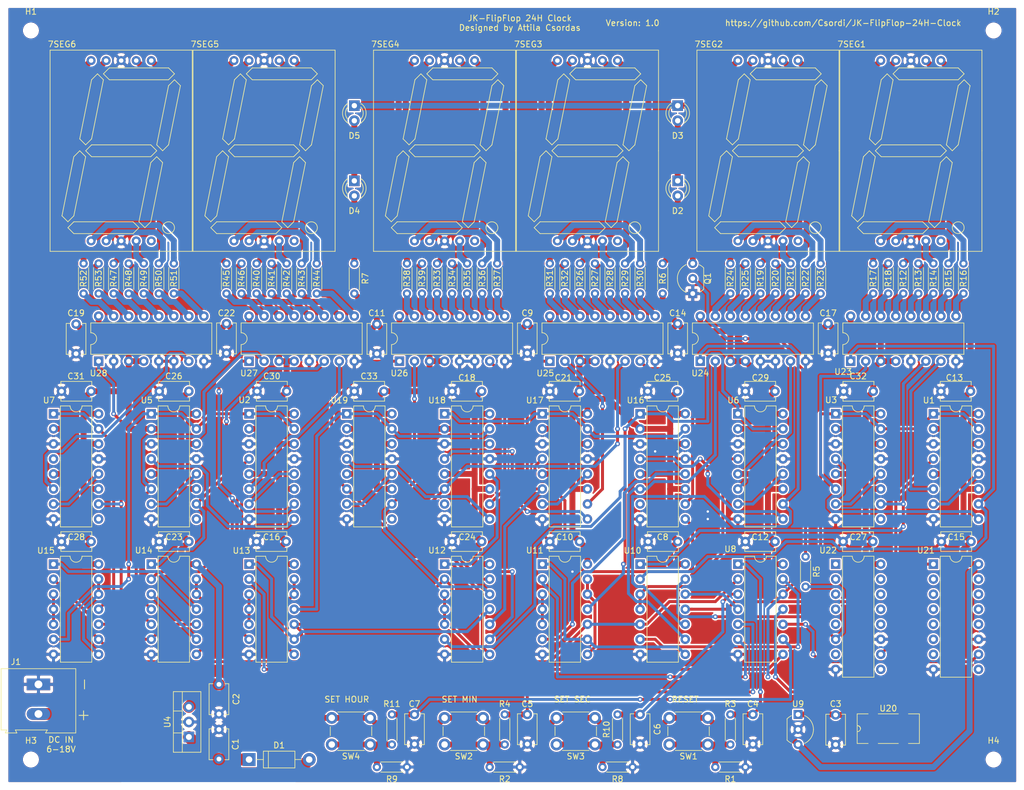
<source format=kicad_pcb>
(kicad_pcb (version 20171130) (host pcbnew "(5.1.5)-3")
  (title_block (title "J-K Flip/Flip 24H Clock") (date 2020-05-09) (rev V1.0) (company "Attila Csordás") (comment 1 "Contact: attila.csordas@megaled.hu") (comment 3 "Licensed under CERN OHL v.1.2"))
  (layers (0 F.Cu signal) (31 B.Cu signal) (34 B.Paste user) (35 F.Paste user) (36 B.SilkS user) (37 F.SilkS user) (38 B.Mask user) (39 F.Mask user) (44 Edge.Cuts user))
  (net 0 "")
  (net 1 GND)
  (net 2 "Net-(7SEG1-Pad7)")
  (net 3 "Net-(7SEG1-Pad6)")
  (net 4 "Net-(7SEG1-Pad9)")
  (net 5 "Net-(7SEG1-Pad10)")
  (net 6 "Net-(7SEG1-Pad4)")
  (net 7 "Net-(7SEG1-Pad5)")
  (net 8 "Net-(7SEG1-Pad2)")
  (net 9 "Net-(7SEG1-Pad1)")
  (net 10 "Net-(7SEG2-Pad7)")
  (net 11 "Net-(7SEG2-Pad6)")
  (net 12 "Net-(7SEG2-Pad9)")
  (net 13 "Net-(7SEG2-Pad10)")
  (net 14 "Net-(7SEG2-Pad4)")
  (net 15 "Net-(7SEG2-Pad5)")
  (net 16 "Net-(7SEG2-Pad2)")
  (net 17 "Net-(7SEG2-Pad1)")
  (net 18 "Net-(7SEG3-Pad7)")
  (net 19 "Net-(7SEG3-Pad6)")
  (net 20 "Net-(7SEG3-Pad9)")
  (net 21 "Net-(7SEG3-Pad10)")
  (net 22 "Net-(7SEG3-Pad4)")
  (net 23 "Net-(7SEG3-Pad5)")
  (net 24 "Net-(7SEG3-Pad2)")
  (net 25 "Net-(7SEG3-Pad1)")
  (net 26 "Net-(7SEG4-Pad7)")
  (net 27 "Net-(7SEG4-Pad6)")
  (net 28 "Net-(7SEG4-Pad9)")
  (net 29 "Net-(7SEG4-Pad10)")
  (net 30 "Net-(7SEG4-Pad4)")
  (net 31 "Net-(7SEG4-Pad5)")
  (net 32 "Net-(7SEG4-Pad2)")
  (net 33 "Net-(7SEG4-Pad1)")
  (net 34 "Net-(7SEG5-Pad7)")
  (net 35 "Net-(7SEG5-Pad6)")
  (net 36 "Net-(7SEG5-Pad9)")
  (net 37 "Net-(7SEG5-Pad10)")
  (net 38 "Net-(7SEG5-Pad4)")
  (net 39 "Net-(7SEG5-Pad5)")
  (net 40 "Net-(7SEG5-Pad2)")
  (net 41 "Net-(7SEG5-Pad1)")
  (net 42 "Net-(7SEG6-Pad7)")
  (net 43 "Net-(7SEG6-Pad6)")
  (net 44 "Net-(7SEG6-Pad9)")
  (net 45 "Net-(7SEG6-Pad10)")
  (net 46 "Net-(7SEG6-Pad4)")
  (net 47 "Net-(7SEG6-Pad5)")
  (net 48 "Net-(7SEG6-Pad2)")
  (net 49 "Net-(7SEG6-Pad1)")
  (net 50 "Net-(C1-Pad1)")
  (net 51 +5V)
  (net 52 "Net-(C4-Pad1)")
  (net 53 "Net-(C5-Pad1)")
  (net 54 "Net-(C6-Pad1)")
  (net 55 "Net-(R1-Pad1)")
  (net 56 "Net-(R2-Pad1)")
  (net 57 "Net-(U1-Pad1)")
  (net 58 "Net-(U1-Pad9)")
  (net 59 /SEC_LB)
  (net 60 "Net-(U1-Pad12)")
  (net 61 /SEC_LA)
  (net 62 "Net-(U2-Pad9)")
  (net 63 /HOUR_LB)
  (net 64 HOUR_CLK)
  (net 65 "Net-(U2-Pad12)")
  (net 66 /HOUR_LA)
  (net 67 "Net-(U3-Pad9)")
  (net 68 /SEC_LD)
  (net 69 "Net-(U3-Pad12)")
  (net 70 /SEC_LC)
  (net 71 /HOUR_LD)
  (net 72 /HOUR_LC)
  (net 73 /SEC_HB)
  (net 74 "Net-(U5-Pad12)")
  (net 75 /SEC_HA)
  (net 76 /HOUR_HB)
  (net 77 RESET)
  (net 78 /HOUR_HA)
  (net 79 /MIN_LA)
  (net 80 /SEC_HC)
  (net 81 /MIN_LC)
  (net 82 /MIN_LB)
  (net 83 /MIN_HA)
  (net 84 "Net-(U14-Pad12)")
  (net 85 /MIN_LD)
  (net 86 /MIN_HC)
  (net 87 "Net-(U15-Pad12)")
  (net 88 /MIN_HB)
  (net 89 SET_MIN)
  (net 90 SET_HOUR)
  (net 91 SET_SEC)
  (net 92 +3V0)
  (net 93 "Net-(C7-Pad1)")
  (net 94 CLOCK)
  (net 95 "Net-(U5-Pad9)")
  (net 96 "Net-(U12-Pad3)")
  (net 97 "Net-(U6-Pad12)")
  (net 98 "Net-(U17-Pad9)")
  (net 99 "Net-(U17-Pad12)")
  (net 100 "Net-(U20-Pad1)")
  (net 101 "Net-(U20-Pad3)")
  (net 102 "Net-(R16-Pad1)")
  (net 103 "Net-(R17-Pad1)")
  (net 104 "Net-(R18-Pad1)")
  (net 105 "Net-(R19-Pad1)")
  (net 106 "Net-(R20-Pad1)")
  (net 107 "Net-(R21-Pad1)")
  (net 108 "Net-(R22-Pad1)")
  (net 109 "Net-(R23-Pad1)")
  (net 110 "Net-(R24-Pad1)")
  (net 111 "Net-(R25-Pad1)")
  (net 112 "Net-(R26-Pad1)")
  (net 113 "Net-(R27-Pad1)")
  (net 114 "Net-(R28-Pad1)")
  (net 115 "Net-(R29-Pad1)")
  (net 116 "Net-(R30-Pad1)")
  (net 117 "Net-(R31-Pad1)")
  (net 118 "Net-(R32-Pad1)")
  (net 119 "Net-(R33-Pad1)")
  (net 120 "Net-(R34-Pad1)")
  (net 121 "Net-(R35-Pad1)")
  (net 122 "Net-(R36-Pad1)")
  (net 123 "Net-(R37-Pad1)")
  (net 124 "Net-(R38-Pad1)")
  (net 125 "Net-(R39-Pad1)")
  (net 126 "Net-(R40-Pad1)")
  (net 127 "Net-(R41-Pad1)")
  (net 128 "Net-(R42-Pad1)")
  (net 129 "Net-(R43-Pad1)")
  (net 130 "Net-(R44-Pad1)")
  (net 131 "Net-(R45-Pad1)")
  (net 132 "Net-(R46-Pad1)")
  (net 133 "Net-(R47-Pad1)")
  (net 134 "Net-(R48-Pad1)")
  (net 135 "Net-(R49-Pad1)")
  (net 136 "Net-(R50-Pad1)")
  (net 137 "Net-(R51-Pad1)")
  (net 138 "Net-(R52-Pad1)")
  (net 139 "Net-(R53-Pad1)")
  (net 140 "Net-(U7-Pad12)")
  (net 141 "Net-(U21-Pad10)")
  (net 142 "Net-(U11-Pad11)")
  (net 143 "Net-(U11-Pad3)")
  (net 144 "Net-(U7-Pad9)")
  (net 145 "Net-(U12-Pad6)")
  (net 146 "Net-(U13-Pad3)")
  (net 147 "Net-(U11-Pad12)")
  (net 148 "Net-(U11-Pad6)")
  (net 149 "Net-(U12-Pad11)")
  (net 150 "Net-(U13-Pad11)")
  (net 151 "Net-(U14-Pad3)")
  (net 152 "Net-(U15-Pad3)")
  (net 153 "Net-(U15-Pad11)")
  (net 154 "Net-(U18-Pad9)")
  (net 155 "Net-(U18-Pad7)")
  (net 156 "Net-(U19-Pad9)")
  (net 157 "Net-(U19-Pad12)")
  (net 158 "Net-(U22-Pad1)")
  (net 159 "Net-(U22-Pad9)")
  (net 160 "Net-(U22-Pad2)")
  (net 161 "Net-(U22-Pad3)")
  (net 162 "Net-(U22-Pad4)")
  (net 163 "Net-(U22-Pad12)")
  (net 164 "Net-(U22-Pad5)")
  (net 165 "Net-(U22-Pad13)")
  (net 166 "Net-(U22-Pad14)")
  (net 167 "Net-(U22-Pad7)")
  (net 168 "Net-(U22-Pad15)")
  (net 169 "Net-(U10-Pad3)")
  (net 170 "Net-(D1-Pad2)")
  (net 171 "Net-(D2-Pad1)")
  (net 172 "Net-(D3-Pad1)")
  (net 173 "Net-(Q1-Pad2)")
  (net 174 "Net-(D2-Pad2)")
  (net 175 "Net-(D4-Pad1)")
  (net 176 "Net-(D4-Pad2)")
  (net 177 "Net-(R5-Pad2)")
  (net 178 "Net-(R10-Pad1)")
  (net 179 "Net-(R11-Pad1)")
  (net 180 "Net-(R12-Pad1)")
  (net 181 "Net-(R13-Pad1)")
  (net 182 "Net-(R14-Pad1)")
  (net 183 "Net-(R15-Pad1)")
  (net 184 "Net-(U15-Pad6)")
  (net 185 "Net-(U16-Pad4)")
  (net 186 "Net-(U7-Pad4)")
  (net 187 "Net-(U10-Pad6)")
  (net 188 "Net-(U10-Pad8)")
  (net 189 "Net-(U12-Pad1)")
  (net 190 "Net-(U13-Pad12)")
  (net 191 "Net-(U14-Pad10)")
  (net 192 "Net-(U14-Pad11)")
  (net 193 "Net-(U16-Pad9)")
  (net 194 "Net-(U16-Pad7)")
  (net 195 "Net-(U21-Pad1)")
  (net 196 "Net-(U21-Pad9)")
  (net 197 "Net-(U21-Pad2)")
  (net 198 "Net-(U21-Pad3)")
  (net 199 "Net-(U21-Pad4)")
  (net 200 "Net-(U21-Pad12)")
  (net 201 "Net-(U21-Pad5)")
  (net 202 "Net-(U21-Pad13)")
  (net 203 "Net-(U21-Pad6)")
  (net 204 "Net-(U21-Pad14)")
  (net 205 "Net-(U21-Pad7)")
  (net 206 "Net-(U21-Pad15)")
  (module Mounting_Holes:MountingHole_2.2mm_M2 (layer F.Cu) (at 227.33 149.86)
    (fp_text reference H4 (at 0 -3.2) (layer F.SilkS))
    (fp_text value MountingHole)
    (pad 1 np_thru_hole circle (at 0 0) (size 2.2 2.2) (drill 2.2) (layers *.Cu *.Mask))
  )
  (module Mounting_Holes:MountingHole_2.2mm_M2 (layer F.Cu) (at 64.77 149.86)
    (fp_text reference H3 (at 0 -3.2) (layer F.SilkS))
    (fp_text value MountingHole)
    (pad 1 np_thru_hole circle (at 0 0) (size 2.2 2.2) (drill 2.2) (layers *.Cu *.Mask))
  )
  (module Mounting_Holes:MountingHole_2.2mm_M2 (layer F.Cu) (at 227.33 26.67)
    (fp_text reference H2 (at 0 -3.2) (layer F.SilkS))
    (fp_text value MountingHole)
    (pad 1 np_thru_hole circle (at 0 0) (size 2.2 2.2) (drill 2.2) (layers *.Cu *.Mask))
  )
  (module Mounting_Holes:MountingHole_2.2mm_M2 (layer F.Cu) (at 64.77 26.67)
    (fp_text reference H1 (at 0 -3.2) (layer F.SilkS))
    (fp_text value MountingHole)
    (pad 1 np_thru_hole circle (at 0 0) (size 2.2 2.2) (drill 2.2) (layers *.Cu *.Mask))
  )
  (module Housings_DIP:DIP-14_W7.62mm (layer F.Cu) (at 167.64 116.84)
    (fp_text reference U10 (at -1.27 -2.286) (layer F.SilkS))
    (fp_text value 74HC00)
    (pad 1 thru_hole rect (at 0 0) (size 1.6 1.6) (drill 0.8) (layers *.Cu *.Mask) (net 68 /SEC_LD))
    (pad 8 thru_hole oval (at 7.62 15.24) (size 1.6 1.6) (drill 0.8) (layers *.Cu *.Mask) (net 188 "Net-(U10-Pad8)"))
    (pad 2 thru_hole oval (at 0 2.54) (size 1.6 1.6) (drill 0.8) (layers *.Cu *.Mask) (net 59 /SEC_LB))
    (pad 9 thru_hole oval (at 7.62 12.7) (size 1.6 1.6) (drill 0.8) (layers *.Cu *.Mask) (net 80 /SEC_HC))
    (pad 3 thru_hole oval (at 0 5.08) (size 1.6 1.6) (drill 0.8) (layers *.Cu *.Mask) (net 169 "Net-(U10-Pad3)"))
    (pad 10 thru_hole oval (at 7.62 10.16) (size 1.6 1.6) (drill 0.8) (layers *.Cu *.Mask) (net 73 /SEC_HB))
    (pad 4 thru_hole oval (at 0 7.62) (size 1.6 1.6) (drill 0.8) (layers *.Cu *.Mask) (net 169 "Net-(U10-Pad3)"))
    (pad 11 thru_hole oval (at 7.62 7.62) (size 1.6 1.6) (drill 0.8) (layers *.Cu *.Mask) (net 94 CLOCK))
    (pad 5 thru_hole oval (at 0 10.16) (size 1.6 1.6) (drill 0.8) (layers *.Cu *.Mask) (net 77 RESET))
    (pad 12 thru_hole oval (at 7.62 5.08) (size 1.6 1.6) (drill 0.8) (layers *.Cu *.Mask) (net 91 SET_SEC))
    (pad 6 thru_hole oval (at 0 12.7) (size 1.6 1.6) (drill 0.8) (layers *.Cu *.Mask) (net 187 "Net-(U10-Pad6)"))
    (pad 13 thru_hole oval (at 7.62 2.54) (size 1.6 1.6) (drill 0.8) (layers *.Cu *.Mask) (net 177 "Net-(R5-Pad2)"))
    (pad 7 thru_hole oval (at 0 15.24) (size 1.6 1.6) (drill 0.8) (layers *.Cu *.Mask) (net 1 GND))
    (pad 14 thru_hole oval (at 7.62 0) (size 1.6 1.6) (drill 0.8) (layers *.Cu *.Mask) (net 51 +5V))
  )
  (module Housings_DIP:DIP-16_W7.62mm (layer F.Cu) (at 68.58 91.44)
    (fp_text reference U7 (at -0.762 -2.286) (layer F.SilkS))
    (fp_text value 74HC109)
    (pad 1 thru_hole rect (at 0 0) (size 1.6 1.6) (drill 0.8) (layers *.Cu *.Mask) (net 153 "Net-(U15-Pad11)"))
    (pad 9 thru_hole oval (at 7.62 17.78) (size 1.6 1.6) (drill 0.8) (layers *.Cu *.Mask) (net 144 "Net-(U7-Pad9)"))
    (pad 2 thru_hole oval (at 0 2.54) (size 1.6 1.6) (drill 0.8) (layers *.Cu *.Mask) (net 51 +5V))
    (pad 10 thru_hole oval (at 7.62 15.24) (size 1.6 1.6) (drill 0.8) (layers *.Cu *.Mask) (net 76 /HOUR_HB))
    (pad 3 thru_hole oval (at 0 5.08) (size 1.6 1.6) (drill 0.8) (layers *.Cu *.Mask) (net 1 GND))
    (pad 11 thru_hole oval (at 7.62 12.7) (size 1.6 1.6) (drill 0.8) (layers *.Cu *.Mask) (net 51 +5V))
    (pad 4 thru_hole oval (at 0 7.62) (size 1.6 1.6) (drill 0.8) (layers *.Cu *.Mask) (net 186 "Net-(U7-Pad4)"))
    (pad 12 thru_hole oval (at 7.62 10.16) (size 1.6 1.6) (drill 0.8) (layers *.Cu *.Mask) (net 140 "Net-(U7-Pad12)"))
    (pad 5 thru_hole oval (at 0 10.16) (size 1.6 1.6) (drill 0.8) (layers *.Cu *.Mask) (net 51 +5V))
    (pad 13 thru_hole oval (at 7.62 7.62) (size 1.6 1.6) (drill 0.8) (layers *.Cu *.Mask) (net 1 GND))
    (pad 6 thru_hole oval (at 0 12.7) (size 1.6 1.6) (drill 0.8) (layers *.Cu *.Mask) (net 78 /HOUR_HA))
    (pad 14 thru_hole oval (at 7.62 5.08) (size 1.6 1.6) (drill 0.8) (layers *.Cu *.Mask) (net 51 +5V))
    (pad 7 thru_hole oval (at 0 15.24) (size 1.6 1.6) (drill 0.8) (layers *.Cu *.Mask) (net 140 "Net-(U7-Pad12)"))
    (pad 15 thru_hole oval (at 7.62 2.54) (size 1.6 1.6) (drill 0.8) (layers *.Cu *.Mask) (net 153 "Net-(U15-Pad11)"))
    (pad 8 thru_hole oval (at 0 17.78) (size 1.6 1.6) (drill 0.8) (layers *.Cu *.Mask) (net 1 GND))
    (pad 16 thru_hole oval (at 7.62 0) (size 1.6 1.6) (drill 0.8) (layers *.Cu *.Mask) (net 51 +5V))
  )
  (module Housings_DIP:DIP-14_W7.62mm (layer F.Cu) (at 151.13 116.84)
    (fp_text reference U11 (at -1.27 -2.33) (layer F.SilkS))
    (fp_text value 74HC00)
    (pad 1 thru_hole rect (at 0 0) (size 1.6 1.6) (drill 0.8) (layers *.Cu *.Mask) (net 188 "Net-(U10-Pad8)"))
    (pad 8 thru_hole oval (at 7.62 15.24) (size 1.6 1.6) (drill 0.8) (layers *.Cu *.Mask) (net 147 "Net-(U11-Pad12)"))
    (pad 2 thru_hole oval (at 0 2.54) (size 1.6 1.6) (drill 0.8) (layers *.Cu *.Mask) (net 89 SET_MIN))
    (pad 9 thru_hole oval (at 7.62 12.7) (size 1.6 1.6) (drill 0.8) (layers *.Cu *.Mask) (net 188 "Net-(U10-Pad8)"))
    (pad 3 thru_hole oval (at 0 5.08) (size 1.6 1.6) (drill 0.8) (layers *.Cu *.Mask) (net 143 "Net-(U11-Pad3)"))
    (pad 10 thru_hole oval (at 7.62 10.16) (size 1.6 1.6) (drill 0.8) (layers *.Cu *.Mask) (net 77 RESET))
    (pad 4 thru_hole oval (at 0 7.62) (size 1.6 1.6) (drill 0.8) (layers *.Cu *.Mask) (net 143 "Net-(U11-Pad3)"))
    (pad 11 thru_hole oval (at 7.62 7.62) (size 1.6 1.6) (drill 0.8) (layers *.Cu *.Mask) (net 142 "Net-(U11-Pad11)"))
    (pad 5 thru_hole oval (at 0 10.16) (size 1.6 1.6) (drill 0.8) (layers *.Cu *.Mask) (net 143 "Net-(U11-Pad3)"))
    (pad 12 thru_hole oval (at 7.62 5.08) (size 1.6 1.6) (drill 0.8) (layers *.Cu *.Mask) (net 147 "Net-(U11-Pad12)"))
    (pad 6 thru_hole oval (at 0 12.7) (size 1.6 1.6) (drill 0.8) (layers *.Cu *.Mask) (net 148 "Net-(U11-Pad6)"))
    (pad 13 thru_hole oval (at 7.62 2.54) (size 1.6 1.6) (drill 0.8) (layers *.Cu *.Mask) (net 147 "Net-(U11-Pad12)"))
    (pad 7 thru_hole oval (at 0 15.24) (size 1.6 1.6) (drill 0.8) (layers *.Cu *.Mask) (net 1 GND))
    (pad 14 thru_hole oval (at 7.62 0) (size 1.6 1.6) (drill 0.8) (layers *.Cu *.Mask) (net 51 +5V))
  )
  (module Housings_DIP:DIP-14_W7.62mm (layer F.Cu) (at 134.62 116.84)
    (fp_text reference U12 (at -1.27 -2.33) (layer F.SilkS))
    (fp_text value 74HC00)
    (pad 1 thru_hole rect (at 0 0) (size 1.6 1.6) (drill 0.8) (layers *.Cu *.Mask) (net 189 "Net-(U12-Pad1)"))
    (pad 8 thru_hole oval (at 7.62 15.24) (size 1.6 1.6) (drill 0.8) (layers *.Cu *.Mask) (net 189 "Net-(U12-Pad1)"))
    (pad 2 thru_hole oval (at 0 2.54) (size 1.6 1.6) (drill 0.8) (layers *.Cu *.Mask) (net 77 RESET))
    (pad 9 thru_hole oval (at 7.62 12.7) (size 1.6 1.6) (drill 0.8) (layers *.Cu *.Mask) (net 85 /MIN_LD))
    (pad 3 thru_hole oval (at 0 5.08) (size 1.6 1.6) (drill 0.8) (layers *.Cu *.Mask) (net 96 "Net-(U12-Pad3)"))
    (pad 10 thru_hole oval (at 7.62 10.16) (size 1.6 1.6) (drill 0.8) (layers *.Cu *.Mask) (net 82 /MIN_LB))
    (pad 4 thru_hole oval (at 0 7.62) (size 1.6 1.6) (drill 0.8) (layers *.Cu *.Mask) (net 96 "Net-(U12-Pad3)"))
    (pad 11 thru_hole oval (at 7.62 7.62) (size 1.6 1.6) (drill 0.8) (layers *.Cu *.Mask) (net 149 "Net-(U12-Pad11)"))
    (pad 5 thru_hole oval (at 0 10.16) (size 1.6 1.6) (drill 0.8) (layers *.Cu *.Mask) (net 96 "Net-(U12-Pad3)"))
    (pad 12 thru_hole oval (at 7.62 5.08) (size 1.6 1.6) (drill 0.8) (layers *.Cu *.Mask) (net 86 /MIN_HC))
    (pad 6 thru_hole oval (at 0 12.7) (size 1.6 1.6) (drill 0.8) (layers *.Cu *.Mask) (net 145 "Net-(U12-Pad6)"))
    (pad 13 thru_hole oval (at 7.62 2.54) (size 1.6 1.6) (drill 0.8) (layers *.Cu *.Mask) (net 88 /MIN_HB))
    (pad 7 thru_hole oval (at 0 15.24) (size 1.6 1.6) (drill 0.8) (layers *.Cu *.Mask) (net 1 GND))
    (pad 14 thru_hole oval (at 7.62 0) (size 1.6 1.6) (drill 0.8) (layers *.Cu *.Mask) (net 51 +5V))
  )
  (module Diodes_THT:D_DO-41_SOD81_P10.16mm_Horizontal (layer F.Cu) (at 101.6 149.86)
    (fp_text reference D1 (at 5.08 -2.41) (layer F.SilkS))
    (fp_text value 1N4001)
    (pad 1 thru_hole rect (at 0 0) (size 2.2 2.2) (drill 1.1) (layers *.Cu *.Mask) (net 50 "Net-(C1-Pad1)"))
    (pad 2 thru_hole oval (at 10.16 0) (size 2.2 2.2) (drill 1.1) (layers *.Cu *.Mask) (net 170 "Net-(D1-Pad2)"))
  )
  (module Resistors_THT:R_Axial_DIN0204_L3.6mm_D1.6mm_P5.08mm_Horizontal (layer F.Cu) (at 119.38 66.04 270)
    (fp_text reference R7 (at 2.54 -1.86 90) (layer F.SilkS))
    (fp_text value 100)
    (pad 1 thru_hole circle (at 0 0 270) (size 1.4 1.4) (drill 0.7) (layers *.Cu *.Mask) (net 176 "Net-(D4-Pad2)"))
    (pad 2 thru_hole oval (at 5.08 0 270) (size 1.4 1.4) (drill 0.7) (layers *.Cu *.Mask) (net 51 +5V))
  )
  (module Resistors_THT:R_Axial_DIN0204_L3.6mm_D1.6mm_P5.08mm_Horizontal (layer F.Cu) (at 171.45 66.04 270)
    (fp_text reference R6 (at 2.54 0 90) (layer F.SilkS))
    (fp_text value 100)
    (pad 1 thru_hole circle (at 0 0 270) (size 1.4 1.4) (drill 0.7) (layers *.Cu *.Mask) (net 174 "Net-(D2-Pad2)"))
    (pad 2 thru_hole oval (at 5.08 0 270) (size 1.4 1.4) (drill 0.7) (layers *.Cu *.Mask) (net 51 +5V))
  )
  (module Resistors_THT:R_Axial_DIN0204_L3.6mm_D1.6mm_P5.08mm_Horizontal (layer F.Cu) (at 195.58 115.57 270)
    (fp_text reference R5 (at 2.54 -1.86 90) (layer F.SilkS))
    (fp_text value 4.7K)
    (pad 1 thru_hole circle (at 0 0 270) (size 1.4 1.4) (drill 0.7) (layers *.Cu *.Mask) (net 173 "Net-(Q1-Pad2)"))
    (pad 2 thru_hole oval (at 5.08 0 270) (size 1.4 1.4) (drill 0.7) (layers *.Cu *.Mask) (net 177 "Net-(R5-Pad2)"))
  )
  (module TO_SOT_Packages_THT:TO-92_Inline_Wide (layer F.Cu) (at 176.53 71.12 90)
    (fp_text reference Q1 (at 2.54 2.54 270) (layer F.SilkS))
    (fp_text value 2N3904)
    (pad 2 thru_hole circle (at 2.54 0 180) (size 1.52 1.52) (drill 0.8) (layers *.Cu *.Mask) (net 173 "Net-(Q1-Pad2)"))
    (pad 3 thru_hole circle (at 5.08 0 180) (size 1.52 1.52) (drill 0.8) (layers *.Cu *.Mask) (net 172 "Net-(D3-Pad1)"))
    (pad 1 thru_hole rect (at 0 0 180) (size 1.52 1.52) (drill 0.8) (layers *.Cu *.Mask) (net 1 GND))
  )
  (module LEDs:LED_D3.0mm (layer F.Cu) (at 119.38 39.37 270)
    (fp_text reference D5 (at 5.08 0 180) (layer F.SilkS))
    (fp_text value LED)
    (pad 1 thru_hole rect (at 0 0 270) (size 1.8 1.8) (drill 0.9) (layers *.Cu *.Mask) (net 172 "Net-(D3-Pad1)"))
    (pad 2 thru_hole circle (at 2.54 0 270) (size 1.8 1.8) (drill 0.9) (layers *.Cu *.Mask) (net 175 "Net-(D4-Pad1)"))
  )
  (module LEDs:LED_D3.0mm (layer F.Cu) (at 119.38 52.07 270)
    (fp_text reference D4 (at 5.08 0 180) (layer F.SilkS))
    (fp_text value LED)
    (pad 1 thru_hole rect (at 0 0 270) (size 1.8 1.8) (drill 0.9) (layers *.Cu *.Mask) (net 175 "Net-(D4-Pad1)"))
    (pad 2 thru_hole circle (at 2.54 0 270) (size 1.8 1.8) (drill 0.9) (layers *.Cu *.Mask) (net 176 "Net-(D4-Pad2)"))
  )
  (module LEDs:LED_D3.0mm (layer F.Cu) (at 173.99 39.37 270)
    (fp_text reference D3 (at 5.08 0 180) (layer F.SilkS))
    (fp_text value LED)
    (pad 1 thru_hole rect (at 0 0 270) (size 1.8 1.8) (drill 0.9) (layers *.Cu *.Mask) (net 172 "Net-(D3-Pad1)"))
    (pad 2 thru_hole circle (at 2.54 0 270) (size 1.8 1.8) (drill 0.9) (layers *.Cu *.Mask) (net 171 "Net-(D2-Pad1)"))
  )
  (module LEDs:LED_D3.0mm (layer F.Cu) (at 173.99 52.07 270)
    (fp_text reference D2 (at 5.08 0 180) (layer F.SilkS))
    (fp_text value LED)
    (pad 1 thru_hole rect (at 0 0 270) (size 1.8 1.8) (drill 0.9) (layers *.Cu *.Mask) (net 171 "Net-(D2-Pad1)"))
    (pad 2 thru_hole circle (at 2.54 0 270) (size 1.8 1.8) (drill 0.9) (layers *.Cu *.Mask) (net 174 "Net-(D2-Pad2)"))
  )
  (module Housings_DIP:DIP-16_W7.62mm (layer F.Cu) (at 134.62 91.44)
    (fp_text reference U18 (at -1.27 -2.286) (layer F.SilkS))
    (fp_text value 74HC109)
    (pad 1 thru_hole rect (at 0 0) (size 1.6 1.6) (drill 0.8) (layers *.Cu *.Mask) (net 145 "Net-(U12-Pad6)"))
    (pad 9 thru_hole oval (at 7.62 17.78) (size 1.6 1.6) (drill 0.8) (layers *.Cu *.Mask) (net 154 "Net-(U18-Pad9)"))
    (pad 2 thru_hole oval (at 0 2.54) (size 1.6 1.6) (drill 0.8) (layers *.Cu *.Mask) (net 51 +5V))
    (pad 10 thru_hole oval (at 7.62 15.24) (size 1.6 1.6) (drill 0.8) (layers *.Cu *.Mask) (net 83 /MIN_HA))
    (pad 3 thru_hole oval (at 0 5.08) (size 1.6 1.6) (drill 0.8) (layers *.Cu *.Mask) (net 1 GND))
    (pad 11 thru_hole oval (at 7.62 12.7) (size 1.6 1.6) (drill 0.8) (layers *.Cu *.Mask) (net 51 +5V))
    (pad 4 thru_hole oval (at 0 7.62) (size 1.6 1.6) (drill 0.8) (layers *.Cu *.Mask) (net 98 "Net-(U17-Pad9)"))
    (pad 12 thru_hole oval (at 7.62 10.16) (size 1.6 1.6) (drill 0.8) (layers *.Cu *.Mask) (net 189 "Net-(U12-Pad1)"))
    (pad 5 thru_hole oval (at 0 10.16) (size 1.6 1.6) (drill 0.8) (layers *.Cu *.Mask) (net 51 +5V))
    (pad 13 thru_hole oval (at 7.62 7.62) (size 1.6 1.6) (drill 0.8) (layers *.Cu *.Mask) (net 1 GND))
    (pad 6 thru_hole oval (at 0 12.7) (size 1.6 1.6) (drill 0.8) (layers *.Cu *.Mask) (net 85 /MIN_LD))
    (pad 14 thru_hole oval (at 7.62 5.08) (size 1.6 1.6) (drill 0.8) (layers *.Cu *.Mask) (net 51 +5V))
    (pad 7 thru_hole oval (at 0 15.24) (size 1.6 1.6) (drill 0.8) (layers *.Cu *.Mask) (net 155 "Net-(U18-Pad7)"))
    (pad 15 thru_hole oval (at 7.62 2.54) (size 1.6 1.6) (drill 0.8) (layers *.Cu *.Mask) (net 150 "Net-(U13-Pad11)"))
    (pad 8 thru_hole oval (at 0 17.78) (size 1.6 1.6) (drill 0.8) (layers *.Cu *.Mask) (net 1 GND))
    (pad 16 thru_hole oval (at 7.62 0) (size 1.6 1.6) (drill 0.8) (layers *.Cu *.Mask) (net 51 +5V))
  )
  (module Housings_DIP:DIP-16_W7.62mm (layer F.Cu) (at 217.17 91.44)
    (fp_text reference U1 (at -0.762 -2.286) (layer F.SilkS))
    (fp_text value 74HC109)
    (pad 1 thru_hole rect (at 0 0) (size 1.6 1.6) (drill 0.8) (layers *.Cu *.Mask) (net 57 "Net-(U1-Pad1)"))
    (pad 9 thru_hole oval (at 7.62 17.78) (size 1.6 1.6) (drill 0.8) (layers *.Cu *.Mask) (net 58 "Net-(U1-Pad9)"))
    (pad 2 thru_hole oval (at 0 2.54) (size 1.6 1.6) (drill 0.8) (layers *.Cu *.Mask) (net 51 +5V))
    (pad 10 thru_hole oval (at 7.62 15.24) (size 1.6 1.6) (drill 0.8) (layers *.Cu *.Mask) (net 59 /SEC_LB))
    (pad 3 thru_hole oval (at 0 5.08) (size 1.6 1.6) (drill 0.8) (layers *.Cu *.Mask) (net 1 GND))
    (pad 11 thru_hole oval (at 7.62 12.7) (size 1.6 1.6) (drill 0.8) (layers *.Cu *.Mask) (net 51 +5V))
    (pad 4 thru_hole oval (at 0 7.62) (size 1.6 1.6) (drill 0.8) (layers *.Cu *.Mask) (net 94 CLOCK))
    (pad 12 thru_hole oval (at 7.62 10.16) (size 1.6 1.6) (drill 0.8) (layers *.Cu *.Mask) (net 60 "Net-(U1-Pad12)"))
    (pad 5 thru_hole oval (at 0 10.16) (size 1.6 1.6) (drill 0.8) (layers *.Cu *.Mask) (net 51 +5V))
    (pad 13 thru_hole oval (at 7.62 7.62) (size 1.6 1.6) (drill 0.8) (layers *.Cu *.Mask) (net 1 GND))
    (pad 6 thru_hole oval (at 0 12.7) (size 1.6 1.6) (drill 0.8) (layers *.Cu *.Mask) (net 61 /SEC_LA))
    (pad 14 thru_hole oval (at 7.62 5.08) (size 1.6 1.6) (drill 0.8) (layers *.Cu *.Mask) (net 51 +5V))
    (pad 7 thru_hole oval (at 0 15.24) (size 1.6 1.6) (drill 0.8) (layers *.Cu *.Mask) (net 60 "Net-(U1-Pad12)"))
    (pad 15 thru_hole oval (at 7.62 2.54) (size 1.6 1.6) (drill 0.8) (layers *.Cu *.Mask) (net 57 "Net-(U1-Pad1)"))
    (pad 8 thru_hole oval (at 0 17.78) (size 1.6 1.6) (drill 0.8) (layers *.Cu *.Mask) (net 1 GND))
    (pad 16 thru_hole oval (at 7.62 0) (size 1.6 1.6) (drill 0.8) (layers *.Cu *.Mask) (net 51 +5V))
  )
  (module Housings_DIP:DIP-16_W7.62mm (layer F.Cu) (at 118.11 91.44)
    (fp_text reference U19 (at -1.27 -2.286) (layer F.SilkS))
    (fp_text value 74HC109)
    (pad 1 thru_hole rect (at 0 0) (size 1.6 1.6) (drill 0.8) (layers *.Cu *.Mask) (net 150 "Net-(U13-Pad11)"))
    (pad 9 thru_hole oval (at 7.62 17.78) (size 1.6 1.6) (drill 0.8) (layers *.Cu *.Mask) (net 156 "Net-(U19-Pad9)"))
    (pad 2 thru_hole oval (at 0 2.54) (size 1.6 1.6) (drill 0.8) (layers *.Cu *.Mask) (net 51 +5V))
    (pad 10 thru_hole oval (at 7.62 15.24) (size 1.6 1.6) (drill 0.8) (layers *.Cu *.Mask) (net 86 /MIN_HC))
    (pad 3 thru_hole oval (at 0 5.08) (size 1.6 1.6) (drill 0.8) (layers *.Cu *.Mask) (net 1 GND))
    (pad 11 thru_hole oval (at 7.62 12.7) (size 1.6 1.6) (drill 0.8) (layers *.Cu *.Mask) (net 51 +5V))
    (pad 4 thru_hole oval (at 0 7.62) (size 1.6 1.6) (drill 0.8) (layers *.Cu *.Mask) (net 154 "Net-(U18-Pad9)"))
    (pad 12 thru_hole oval (at 7.62 10.16) (size 1.6 1.6) (drill 0.8) (layers *.Cu *.Mask) (net 157 "Net-(U19-Pad12)"))
    (pad 5 thru_hole oval (at 0 10.16) (size 1.6 1.6) (drill 0.8) (layers *.Cu *.Mask) (net 51 +5V))
    (pad 13 thru_hole oval (at 7.62 7.62) (size 1.6 1.6) (drill 0.8) (layers *.Cu *.Mask) (net 1 GND))
    (pad 6 thru_hole oval (at 0 12.7) (size 1.6 1.6) (drill 0.8) (layers *.Cu *.Mask) (net 88 /MIN_HB))
    (pad 14 thru_hole oval (at 7.62 5.08) (size 1.6 1.6) (drill 0.8) (layers *.Cu *.Mask) (net 51 +5V))
    (pad 7 thru_hole oval (at 0 15.24) (size 1.6 1.6) (drill 0.8) (layers *.Cu *.Mask) (net 157 "Net-(U19-Pad12)"))
    (pad 15 thru_hole oval (at 7.62 2.54) (size 1.6 1.6) (drill 0.8) (layers *.Cu *.Mask) (net 150 "Net-(U13-Pad11)"))
    (pad 8 thru_hole oval (at 0 17.78) (size 1.6 1.6) (drill 0.8) (layers *.Cu *.Mask) (net 1 GND))
    (pad 16 thru_hole oval (at 7.62 0) (size 1.6 1.6) (drill 0.8) (layers *.Cu *.Mask) (net 51 +5V))
  )
  (module Housings_DIP:DIP-14_W7.62mm (layer F.Cu) (at 101.6 116.84)
    (fp_text reference U13 (at -1.27 -2.286) (layer F.SilkS))
    (fp_text value 74HC00)
    (pad 1 thru_hole rect (at 0 0) (size 1.6 1.6) (drill 0.8) (layers *.Cu *.Mask) (net 149 "Net-(U12-Pad11)"))
    (pad 8 thru_hole oval (at 7.62 15.24) (size 1.6 1.6) (drill 0.8) (layers *.Cu *.Mask) (net 190 "Net-(U13-Pad12)"))
    (pad 2 thru_hole oval (at 0 2.54) (size 1.6 1.6) (drill 0.8) (layers *.Cu *.Mask) (net 90 SET_HOUR))
    (pad 9 thru_hole oval (at 7.62 12.7) (size 1.6 1.6) (drill 0.8) (layers *.Cu *.Mask) (net 149 "Net-(U12-Pad11)"))
    (pad 3 thru_hole oval (at 0 5.08) (size 1.6 1.6) (drill 0.8) (layers *.Cu *.Mask) (net 146 "Net-(U13-Pad3)"))
    (pad 10 thru_hole oval (at 7.62 10.16) (size 1.6 1.6) (drill 0.8) (layers *.Cu *.Mask) (net 77 RESET))
    (pad 4 thru_hole oval (at 0 7.62) (size 1.6 1.6) (drill 0.8) (layers *.Cu *.Mask) (net 146 "Net-(U13-Pad3)"))
    (pad 11 thru_hole oval (at 7.62 7.62) (size 1.6 1.6) (drill 0.8) (layers *.Cu *.Mask) (net 150 "Net-(U13-Pad11)"))
    (pad 5 thru_hole oval (at 0 10.16) (size 1.6 1.6) (drill 0.8) (layers *.Cu *.Mask) (net 146 "Net-(U13-Pad3)"))
    (pad 12 thru_hole oval (at 7.62 5.08) (size 1.6 1.6) (drill 0.8) (layers *.Cu *.Mask) (net 190 "Net-(U13-Pad12)"))
    (pad 6 thru_hole oval (at 0 12.7) (size 1.6 1.6) (drill 0.8) (layers *.Cu *.Mask) (net 64 HOUR_CLK))
    (pad 13 thru_hole oval (at 7.62 2.54) (size 1.6 1.6) (drill 0.8) (layers *.Cu *.Mask) (net 190 "Net-(U13-Pad12)"))
    (pad 7 thru_hole oval (at 0 15.24) (size 1.6 1.6) (drill 0.8) (layers *.Cu *.Mask) (net 1 GND))
    (pad 14 thru_hole oval (at 7.62 0) (size 1.6 1.6) (drill 0.8) (layers *.Cu *.Mask) (net 51 +5V))
  )
  (module Housings_DIP:DIP-16_W7.62mm (layer F.Cu) (at 85.09 91.44)
    (fp_text reference U5 (at -0.762 -2.286) (layer F.SilkS))
    (fp_text value 74HC109)
    (pad 1 thru_hole rect (at 0 0) (size 1.6 1.6) (drill 0.8) (layers *.Cu *.Mask) (net 184 "Net-(U15-Pad6)"))
    (pad 9 thru_hole oval (at 7.62 17.78) (size 1.6 1.6) (drill 0.8) (layers *.Cu *.Mask) (net 95 "Net-(U5-Pad9)"))
    (pad 2 thru_hole oval (at 0 2.54) (size 1.6 1.6) (drill 0.8) (layers *.Cu *.Mask) (net 51 +5V))
    (pad 10 thru_hole oval (at 7.62 15.24) (size 1.6 1.6) (drill 0.8) (layers *.Cu *.Mask) (net 71 /HOUR_LD))
    (pad 3 thru_hole oval (at 0 5.08) (size 1.6 1.6) (drill 0.8) (layers *.Cu *.Mask) (net 1 GND))
    (pad 11 thru_hole oval (at 7.62 12.7) (size 1.6 1.6) (drill 0.8) (layers *.Cu *.Mask) (net 51 +5V))
    (pad 4 thru_hole oval (at 0 7.62) (size 1.6 1.6) (drill 0.8) (layers *.Cu *.Mask) (net 62 "Net-(U2-Pad9)"))
    (pad 12 thru_hole oval (at 7.62 10.16) (size 1.6 1.6) (drill 0.8) (layers *.Cu *.Mask) (net 74 "Net-(U5-Pad12)"))
    (pad 5 thru_hole oval (at 0 10.16) (size 1.6 1.6) (drill 0.8) (layers *.Cu *.Mask) (net 51 +5V))
    (pad 13 thru_hole oval (at 7.62 7.62) (size 1.6 1.6) (drill 0.8) (layers *.Cu *.Mask) (net 1 GND))
    (pad 6 thru_hole oval (at 0 12.7) (size 1.6 1.6) (drill 0.8) (layers *.Cu *.Mask) (net 72 /HOUR_LC))
    (pad 14 thru_hole oval (at 7.62 5.08) (size 1.6 1.6) (drill 0.8) (layers *.Cu *.Mask) (net 51 +5V))
    (pad 7 thru_hole oval (at 0 15.24) (size 1.6 1.6) (drill 0.8) (layers *.Cu *.Mask) (net 74 "Net-(U5-Pad12)"))
    (pad 15 thru_hole oval (at 7.62 2.54) (size 1.6 1.6) (drill 0.8) (layers *.Cu *.Mask) (net 184 "Net-(U15-Pad6)"))
    (pad 8 thru_hole oval (at 0 17.78) (size 1.6 1.6) (drill 0.8) (layers *.Cu *.Mask) (net 1 GND))
    (pad 16 thru_hole oval (at 7.62 0) (size 1.6 1.6) (drill 0.8) (layers *.Cu *.Mask) (net 51 +5V))
  )
  (module Housings_DIP:DIP-14_W7.62mm (layer F.Cu) (at 68.58 116.84)
    (fp_text reference U15 (at -1.27 -2.286) (layer F.SilkS))
    (fp_text value 74HC00)
    (pad 1 thru_hole rect (at 0 0) (size 1.6 1.6) (drill 0.8) (layers *.Cu *.Mask) (net 192 "Net-(U14-Pad11)"))
    (pad 8 thru_hole oval (at 7.62 15.24) (size 1.6 1.6) (drill 0.8) (layers *.Cu *.Mask) (net 87 "Net-(U15-Pad12)"))
    (pad 2 thru_hole oval (at 0 2.54) (size 1.6 1.6) (drill 0.8) (layers *.Cu *.Mask) (net 77 RESET))
    (pad 9 thru_hole oval (at 7.62 12.7) (size 1.6 1.6) (drill 0.8) (layers *.Cu *.Mask) (net 77 RESET))
    (pad 3 thru_hole oval (at 0 5.08) (size 1.6 1.6) (drill 0.8) (layers *.Cu *.Mask) (net 152 "Net-(U15-Pad3)"))
    (pad 10 thru_hole oval (at 7.62 10.16) (size 1.6 1.6) (drill 0.8) (layers *.Cu *.Mask) (net 191 "Net-(U14-Pad10)"))
    (pad 4 thru_hole oval (at 0 7.62) (size 1.6 1.6) (drill 0.8) (layers *.Cu *.Mask) (net 152 "Net-(U15-Pad3)"))
    (pad 11 thru_hole oval (at 7.62 7.62) (size 1.6 1.6) (drill 0.8) (layers *.Cu *.Mask) (net 153 "Net-(U15-Pad11)"))
    (pad 5 thru_hole oval (at 0 10.16) (size 1.6 1.6) (drill 0.8) (layers *.Cu *.Mask) (net 152 "Net-(U15-Pad3)"))
    (pad 12 thru_hole oval (at 7.62 5.08) (size 1.6 1.6) (drill 0.8) (layers *.Cu *.Mask) (net 87 "Net-(U15-Pad12)"))
    (pad 6 thru_hole oval (at 0 12.7) (size 1.6 1.6) (drill 0.8) (layers *.Cu *.Mask) (net 184 "Net-(U15-Pad6)"))
    (pad 13 thru_hole oval (at 7.62 2.54) (size 1.6 1.6) (drill 0.8) (layers *.Cu *.Mask) (net 87 "Net-(U15-Pad12)"))
    (pad 7 thru_hole oval (at 0 15.24) (size 1.6 1.6) (drill 0.8) (layers *.Cu *.Mask) (net 1 GND))
    (pad 14 thru_hole oval (at 7.62 0) (size 1.6 1.6) (drill 0.8) (layers *.Cu *.Mask) (net 51 +5V))
  )
  (module Housings_DIP:DIP-14_W7.62mm (layer F.Cu) (at 85.09 116.84)
    (fp_text reference U14 (at -1.27 -2.33) (layer F.SilkS))
    (fp_text value 74HC00)
    (pad 1 thru_hole rect (at 0 0) (size 1.6 1.6) (drill 0.8) (layers *.Cu *.Mask) (net 71 /HOUR_LD))
    (pad 8 thru_hole oval (at 7.62 15.24) (size 1.6 1.6) (drill 0.8) (layers *.Cu *.Mask) (net 84 "Net-(U14-Pad12)"))
    (pad 2 thru_hole oval (at 0 2.54) (size 1.6 1.6) (drill 0.8) (layers *.Cu *.Mask) (net 63 /HOUR_LB))
    (pad 9 thru_hole oval (at 7.62 12.7) (size 1.6 1.6) (drill 0.8) (layers *.Cu *.Mask) (net 151 "Net-(U14-Pad3)"))
    (pad 3 thru_hole oval (at 0 5.08) (size 1.6 1.6) (drill 0.8) (layers *.Cu *.Mask) (net 151 "Net-(U14-Pad3)"))
    (pad 10 thru_hole oval (at 7.62 10.16) (size 1.6 1.6) (drill 0.8) (layers *.Cu *.Mask) (net 191 "Net-(U14-Pad10)"))
    (pad 4 thru_hole oval (at 0 7.62) (size 1.6 1.6) (drill 0.8) (layers *.Cu *.Mask) (net 72 /HOUR_LC))
    (pad 11 thru_hole oval (at 7.62 7.62) (size 1.6 1.6) (drill 0.8) (layers *.Cu *.Mask) (net 192 "Net-(U14-Pad11)"))
    (pad 5 thru_hole oval (at 0 10.16) (size 1.6 1.6) (drill 0.8) (layers *.Cu *.Mask) (net 76 /HOUR_HB))
    (pad 12 thru_hole oval (at 7.62 5.08) (size 1.6 1.6) (drill 0.8) (layers *.Cu *.Mask) (net 84 "Net-(U14-Pad12)"))
    (pad 6 thru_hole oval (at 0 12.7) (size 1.6 1.6) (drill 0.8) (layers *.Cu *.Mask) (net 191 "Net-(U14-Pad10)"))
    (pad 13 thru_hole oval (at 7.62 2.54) (size 1.6 1.6) (drill 0.8) (layers *.Cu *.Mask) (net 84 "Net-(U14-Pad12)"))
    (pad 7 thru_hole oval (at 0 15.24) (size 1.6 1.6) (drill 0.8) (layers *.Cu *.Mask) (net 1 GND))
    (pad 14 thru_hole oval (at 7.62 0) (size 1.6 1.6) (drill 0.8) (layers *.Cu *.Mask) (net 51 +5V))
  )
  (module Capacitors_THT:C_Disc_D5.1mm_W3.2mm_P5.00mm (layer F.Cu) (at 124.38 87.63 180)
    (fp_text reference C33 (at 2.5 2.54) (layer F.SilkS))
    (fp_text value 100nF)
    (pad 1 thru_hole circle (at 0 0 180) (size 1.6 1.6) (drill 0.8) (layers *.Cu *.Mask) (net 51 +5V))
    (pad 2 thru_hole circle (at 5 0 180) (size 1.6 1.6) (drill 0.8) (layers *.Cu *.Mask) (net 1 GND))
  )
  (module Capacitors_THT:C_Disc_D5.1mm_W3.2mm_P5.00mm (layer F.Cu) (at 207.01 87.63 180)
    (fp_text reference C32 (at 2.54 2.54) (layer F.SilkS))
    (fp_text value 100nF)
    (pad 1 thru_hole circle (at 0 0 180) (size 1.6 1.6) (drill 0.8) (layers *.Cu *.Mask) (net 51 +5V))
    (pad 2 thru_hole circle (at 5 0 180) (size 1.6 1.6) (drill 0.8) (layers *.Cu *.Mask) (net 1 GND))
  )
  (module Capacitors_THT:C_Disc_D5.1mm_W3.2mm_P5.00mm (layer F.Cu) (at 74.93 87.63 180)
    (fp_text reference C31 (at 2.54 2.54) (layer F.SilkS))
    (fp_text value 100nF)
    (pad 1 thru_hole circle (at 0 0 180) (size 1.6 1.6) (drill 0.8) (layers *.Cu *.Mask) (net 51 +5V))
    (pad 2 thru_hole circle (at 5 0 180) (size 1.6 1.6) (drill 0.8) (layers *.Cu *.Mask) (net 1 GND))
  )
  (module Capacitors_THT:C_Disc_D5.1mm_W3.2mm_P5.00mm (layer F.Cu) (at 107.95 87.63 180)
    (fp_text reference C30 (at 2.5 2.54) (layer F.SilkS))
    (fp_text value 100nF)
    (pad 1 thru_hole circle (at 0 0 180) (size 1.6 1.6) (drill 0.8) (layers *.Cu *.Mask) (net 51 +5V))
    (pad 2 thru_hole circle (at 5 0 180) (size 1.6 1.6) (drill 0.8) (layers *.Cu *.Mask) (net 1 GND))
  )
  (module Capacitors_THT:C_Disc_D5.1mm_W3.2mm_P5.00mm (layer F.Cu) (at 190.42 87.63 180)
    (fp_text reference C29 (at 2.46 2.286) (layer F.SilkS))
    (fp_text value 100nF)
    (pad 1 thru_hole circle (at 0 0 180) (size 1.6 1.6) (drill 0.8) (layers *.Cu *.Mask) (net 51 +5V))
    (pad 2 thru_hole circle (at 5 0 180) (size 1.6 1.6) (drill 0.8) (layers *.Cu *.Mask) (net 1 GND))
  )
  (module Capacitors_THT:C_Disc_D5.1mm_W3.2mm_P5.00mm (layer F.Cu) (at 74.93 113.03 180)
    (fp_text reference C28 (at 2.5 0.762) (layer F.SilkS))
    (fp_text value 100nF)
    (pad 1 thru_hole circle (at 0 0 180) (size 1.6 1.6) (drill 0.8) (layers *.Cu *.Mask) (net 51 +5V))
    (pad 2 thru_hole circle (at 5 0 180) (size 1.6 1.6) (drill 0.8) (layers *.Cu *.Mask) (net 1 GND))
  )
  (module Capacitors_THT:C_Disc_D5.1mm_W3.2mm_P5.00mm (layer F.Cu) (at 206.93 113.03 180)
    (fp_text reference C27 (at 2.46 0.762) (layer F.SilkS))
    (fp_text value 100nF)
    (pad 1 thru_hole circle (at 0 0 180) (size 1.6 1.6) (drill 0.8) (layers *.Cu *.Mask) (net 51 +5V))
    (pad 2 thru_hole circle (at 5 0 180) (size 1.6 1.6) (drill 0.8) (layers *.Cu *.Mask) (net 1 GND))
  )
  (module Capacitors_THT:C_Disc_D5.1mm_W3.2mm_P5.00mm (layer F.Cu) (at 91.44 87.63 180)
    (fp_text reference C26 (at 2.54 2.54) (layer F.SilkS))
    (fp_text value 100nF)
    (pad 1 thru_hole circle (at 0 0 180) (size 1.6 1.6) (drill 0.8) (layers *.Cu *.Mask) (net 51 +5V))
    (pad 2 thru_hole circle (at 5 0 180) (size 1.6 1.6) (drill 0.8) (layers *.Cu *.Mask) (net 1 GND))
  )
  (module Capacitors_THT:C_Disc_D5.1mm_W3.2mm_P5.00mm (layer F.Cu) (at 173.91 87.63 180)
    (fp_text reference C25 (at 2.5 2.286) (layer F.SilkS))
    (fp_text value 100nF)
    (pad 1 thru_hole circle (at 0 0 180) (size 1.6 1.6) (drill 0.8) (layers *.Cu *.Mask) (net 51 +5V))
    (pad 2 thru_hole circle (at 5 0 180) (size 1.6 1.6) (drill 0.8) (layers *.Cu *.Mask) (net 1 GND))
  )
  (module Capacitors_THT:C_Disc_D5.1mm_W3.2mm_P5.00mm (layer F.Cu) (at 140.89 113.03 180)
    (fp_text reference C24 (at 2.46 0.762) (layer F.SilkS))
    (fp_text value 100nF)
    (pad 1 thru_hole circle (at 0 0 180) (size 1.6 1.6) (drill 0.8) (layers *.Cu *.Mask) (net 51 +5V))
    (pad 2 thru_hole circle (at 5 0 180) (size 1.6 1.6) (drill 0.8) (layers *.Cu *.Mask) (net 1 GND))
  )
  (module Capacitors_THT:C_Disc_D5.1mm_W3.2mm_P5.00mm (layer F.Cu) (at 91.44 113.03 180)
    (fp_text reference C23 (at 2.5 0.762) (layer F.SilkS))
    (fp_text value 100nF)
    (pad 1 thru_hole circle (at 0 0 180) (size 1.6 1.6) (drill 0.8) (layers *.Cu *.Mask) (net 51 +5V))
    (pad 2 thru_hole circle (at 5 0 180) (size 1.6 1.6) (drill 0.8) (layers *.Cu *.Mask) (net 1 GND))
  )
  (module Capacitors_THT:C_Disc_D5.1mm_W3.2mm_P5.00mm (layer F.Cu) (at 97.79 76.2 270)
    (fp_text reference C22 (at -1.778 0 180) (layer F.SilkS))
    (fp_text value 100nF)
    (pad 1 thru_hole circle (at 0 0 270) (size 1.6 1.6) (drill 0.8) (layers *.Cu *.Mask) (net 51 +5V))
    (pad 2 thru_hole circle (at 5 0 270) (size 1.6 1.6) (drill 0.8) (layers *.Cu *.Mask) (net 1 GND))
  )
  (module Capacitors_THT:C_Disc_D5.1mm_W3.2mm_P5.00mm (layer F.Cu) (at 157.4 87.63 180)
    (fp_text reference C21 (at 2.714 2.286) (layer F.SilkS))
    (fp_text value 100nF)
    (pad 1 thru_hole circle (at 0 0 180) (size 1.6 1.6) (drill 0.8) (layers *.Cu *.Mask) (net 51 +5V))
    (pad 2 thru_hole circle (at 5 0 180) (size 1.6 1.6) (drill 0.8) (layers *.Cu *.Mask) (net 1 GND))
  )
  (module Capacitors_THT:C_Disc_D5.1mm_W3.2mm_P5.00mm (layer F.Cu) (at 72.39 76.28 270)
    (fp_text reference C19 (at -1.858 0 180) (layer F.SilkS))
    (fp_text value 100nF)
    (pad 1 thru_hole circle (at 0 0 270) (size 1.6 1.6) (drill 0.8) (layers *.Cu *.Mask) (net 51 +5V))
    (pad 2 thru_hole circle (at 5 0 270) (size 1.6 1.6) (drill 0.8) (layers *.Cu *.Mask) (net 1 GND))
  )
  (module Capacitors_THT:C_Disc_D5.1mm_W3.2mm_P5.00mm (layer F.Cu) (at 140.89 87.63 180)
    (fp_text reference C18 (at 2.5 2.286) (layer F.SilkS))
    (fp_text value 100nF)
    (pad 1 thru_hole circle (at 0 0 180) (size 1.6 1.6) (drill 0.8) (layers *.Cu *.Mask) (net 51 +5V))
    (pad 2 thru_hole circle (at 5 0 180) (size 1.6 1.6) (drill 0.8) (layers *.Cu *.Mask) (net 1 GND))
  )
  (module Capacitors_THT:C_Disc_D5.1mm_W3.2mm_P5.00mm (layer F.Cu) (at 199.39 76.2 270)
    (fp_text reference C17 (at -1.778 0 180) (layer F.SilkS))
    (fp_text value 100nF)
    (pad 1 thru_hole circle (at 0 0 270) (size 1.6 1.6) (drill 0.8) (layers *.Cu *.Mask) (net 51 +5V))
    (pad 2 thru_hole circle (at 5 0 270) (size 1.6 1.6) (drill 0.8) (layers *.Cu *.Mask) (net 1 GND))
  )
  (module Capacitors_THT:C_Disc_D5.1mm_W3.2mm_P5.00mm (layer F.Cu) (at 107.87 113.03 180)
    (fp_text reference C16 (at 2.46 0.762) (layer F.SilkS))
    (fp_text value 100nF)
    (pad 1 thru_hole circle (at 0 0 180) (size 1.6 1.6) (drill 0.8) (layers *.Cu *.Mask) (net 51 +5V))
    (pad 2 thru_hole circle (at 5 0 180) (size 1.6 1.6) (drill 0.8) (layers *.Cu *.Mask) (net 1 GND))
  )
  (module Capacitors_THT:C_Disc_D5.1mm_W3.2mm_P5.00mm (layer F.Cu) (at 223.52 113.03 180)
    (fp_text reference C15 (at 2.5 0.762) (layer F.SilkS))
    (fp_text value 100nF)
    (pad 1 thru_hole circle (at 0 0 180) (size 1.6 1.6) (drill 0.8) (layers *.Cu *.Mask) (net 51 +5V))
    (pad 2 thru_hole circle (at 5 0 180) (size 1.6 1.6) (drill 0.8) (layers *.Cu *.Mask) (net 1 GND))
  )
  (module Capacitors_THT:C_Disc_D5.1mm_W3.2mm_P5.00mm (layer F.Cu) (at 173.99 76.2 270)
    (fp_text reference C14 (at -1.778 0 180) (layer F.SilkS))
    (fp_text value 100nF)
    (pad 1 thru_hole circle (at 0 0 270) (size 1.6 1.6) (drill 0.8) (layers *.Cu *.Mask) (net 51 +5V))
    (pad 2 thru_hole circle (at 5 0 270) (size 1.6 1.6) (drill 0.8) (layers *.Cu *.Mask) (net 1 GND))
  )
  (module Capacitors_THT:C_Disc_D5.1mm_W3.2mm_P5.00mm (layer F.Cu) (at 223.44 87.63 180)
    (fp_text reference C13 (at 2.714 2.286) (layer F.SilkS))
    (fp_text value 100nF)
    (pad 1 thru_hole circle (at 0 0 180) (size 1.6 1.6) (drill 0.8) (layers *.Cu *.Mask) (net 51 +5V))
    (pad 2 thru_hole circle (at 5 0 180) (size 1.6 1.6) (drill 0.8) (layers *.Cu *.Mask) (net 1 GND))
  )
  (module Capacitors_THT:C_Disc_D5.1mm_W3.2mm_P5.00mm (layer F.Cu) (at 190.42 113.03 180)
    (fp_text reference C12 (at 2.5 0.762) (layer F.SilkS))
    (fp_text value 100nF)
    (pad 1 thru_hole circle (at 0 0 180) (size 1.6 1.6) (drill 0.8) (layers *.Cu *.Mask) (net 51 +5V))
    (pad 2 thru_hole circle (at 5 0 180) (size 1.6 1.6) (drill 0.8) (layers *.Cu *.Mask) (net 1 GND))
  )
  (module Capacitors_THT:C_Disc_D5.1mm_W3.2mm_P5.00mm (layer F.Cu) (at 123.19 76.28 270)
    (fp_text reference C11 (at -1.858 0 180) (layer F.SilkS))
    (fp_text value 100nF)
    (pad 1 thru_hole circle (at 0 0 270) (size 1.6 1.6) (drill 0.8) (layers *.Cu *.Mask) (net 51 +5V))
    (pad 2 thru_hole circle (at 5 0 270) (size 1.6 1.6) (drill 0.8) (layers *.Cu *.Mask) (net 1 GND))
  )
  (module Capacitors_THT:C_Disc_D5.1mm_W3.2mm_P5.00mm (layer F.Cu) (at 157.4 113.03 180)
    (fp_text reference C10 (at 2.5 0.762) (layer F.SilkS))
    (fp_text value 100nF)
    (pad 1 thru_hole circle (at 0 0 180) (size 1.6 1.6) (drill 0.8) (layers *.Cu *.Mask) (net 51 +5V))
    (pad 2 thru_hole circle (at 5 0 180) (size 1.6 1.6) (drill 0.8) (layers *.Cu *.Mask) (net 1 GND))
  )
  (module Capacitors_THT:C_Disc_D5.1mm_W3.2mm_P5.00mm (layer F.Cu) (at 148.59 76.2 270)
    (fp_text reference C9 (at -1.778 0 180) (layer F.SilkS))
    (fp_text value 100nF)
    (pad 1 thru_hole circle (at 0 0 270) (size 1.6 1.6) (drill 0.8) (layers *.Cu *.Mask) (net 51 +5V))
    (pad 2 thru_hole circle (at 5 0 270) (size 1.6 1.6) (drill 0.8) (layers *.Cu *.Mask) (net 1 GND))
  )
  (module Capacitors_THT:C_Disc_D5.1mm_W3.2mm_P5.00mm (layer F.Cu) (at 173.99 113.03 180)
    (fp_text reference C8 (at 2.54 0.762) (layer F.SilkS))
    (fp_text value 100nF)
    (pad 1 thru_hole circle (at 0 0 180) (size 1.6 1.6) (drill 0.8) (layers *.Cu *.Mask) (net 51 +5V))
    (pad 2 thru_hole circle (at 5 0 180) (size 1.6 1.6) (drill 0.8) (layers *.Cu *.Mask) (net 1 GND))
  )
  (module Housings_DIP:DIP-16_W7.62mm (layer F.Cu) (at 151.13 91.44)
    (fp_text reference U17 (at -1.27 -2.286) (layer F.SilkS))
    (fp_text value 74HC109)
    (pad 1 thru_hole rect (at 0 0) (size 1.6 1.6) (drill 0.8) (layers *.Cu *.Mask) (net 145 "Net-(U12-Pad6)"))
    (pad 9 thru_hole oval (at 7.62 17.78) (size 1.6 1.6) (drill 0.8) (layers *.Cu *.Mask) (net 98 "Net-(U17-Pad9)"))
    (pad 2 thru_hole oval (at 0 2.54) (size 1.6 1.6) (drill 0.8) (layers *.Cu *.Mask) (net 51 +5V))
    (pad 10 thru_hole oval (at 7.62 15.24) (size 1.6 1.6) (drill 0.8) (layers *.Cu *.Mask) (net 81 /MIN_LC))
    (pad 3 thru_hole oval (at 0 5.08) (size 1.6 1.6) (drill 0.8) (layers *.Cu *.Mask) (net 1 GND))
    (pad 11 thru_hole oval (at 7.62 12.7) (size 1.6 1.6) (drill 0.8) (layers *.Cu *.Mask) (net 51 +5V))
    (pad 4 thru_hole oval (at 0 7.62) (size 1.6 1.6) (drill 0.8) (layers *.Cu *.Mask) (net 193 "Net-(U16-Pad9)"))
    (pad 12 thru_hole oval (at 7.62 10.16) (size 1.6 1.6) (drill 0.8) (layers *.Cu *.Mask) (net 99 "Net-(U17-Pad12)"))
    (pad 5 thru_hole oval (at 0 10.16) (size 1.6 1.6) (drill 0.8) (layers *.Cu *.Mask) (net 51 +5V))
    (pad 13 thru_hole oval (at 7.62 7.62) (size 1.6 1.6) (drill 0.8) (layers *.Cu *.Mask) (net 1 GND))
    (pad 6 thru_hole oval (at 0 12.7) (size 1.6 1.6) (drill 0.8) (layers *.Cu *.Mask) (net 82 /MIN_LB))
    (pad 14 thru_hole oval (at 7.62 5.08) (size 1.6 1.6) (drill 0.8) (layers *.Cu *.Mask) (net 51 +5V))
    (pad 7 thru_hole oval (at 0 15.24) (size 1.6 1.6) (drill 0.8) (layers *.Cu *.Mask) (net 99 "Net-(U17-Pad12)"))
    (pad 15 thru_hole oval (at 7.62 2.54) (size 1.6 1.6) (drill 0.8) (layers *.Cu *.Mask) (net 145 "Net-(U12-Pad6)"))
    (pad 8 thru_hole oval (at 0 17.78) (size 1.6 1.6) (drill 0.8) (layers *.Cu *.Mask) (net 1 GND))
    (pad 16 thru_hole oval (at 7.62 0) (size 1.6 1.6) (drill 0.8) (layers *.Cu *.Mask) (net 51 +5V))
  )
  (module Housings_DIP:DIP-16_W7.62mm (layer F.Cu) (at 101.6 91.44)
    (fp_text reference U2 (at -0.762 -2.33) (layer F.SilkS))
    (fp_text value 74HC109)
    (pad 1 thru_hole rect (at 0 0) (size 1.6 1.6) (drill 0.8) (layers *.Cu *.Mask) (net 184 "Net-(U15-Pad6)"))
    (pad 9 thru_hole oval (at 7.62 17.78) (size 1.6 1.6) (drill 0.8) (layers *.Cu *.Mask) (net 62 "Net-(U2-Pad9)"))
    (pad 2 thru_hole oval (at 0 2.54) (size 1.6 1.6) (drill 0.8) (layers *.Cu *.Mask) (net 51 +5V))
    (pad 10 thru_hole oval (at 7.62 15.24) (size 1.6 1.6) (drill 0.8) (layers *.Cu *.Mask) (net 63 /HOUR_LB))
    (pad 3 thru_hole oval (at 0 5.08) (size 1.6 1.6) (drill 0.8) (layers *.Cu *.Mask) (net 1 GND))
    (pad 11 thru_hole oval (at 7.62 12.7) (size 1.6 1.6) (drill 0.8) (layers *.Cu *.Mask) (net 51 +5V))
    (pad 4 thru_hole oval (at 0 7.62) (size 1.6 1.6) (drill 0.8) (layers *.Cu *.Mask) (net 64 HOUR_CLK))
    (pad 12 thru_hole oval (at 7.62 10.16) (size 1.6 1.6) (drill 0.8) (layers *.Cu *.Mask) (net 65 "Net-(U2-Pad12)"))
    (pad 5 thru_hole oval (at 0 10.16) (size 1.6 1.6) (drill 0.8) (layers *.Cu *.Mask) (net 51 +5V))
    (pad 13 thru_hole oval (at 7.62 7.62) (size 1.6 1.6) (drill 0.8) (layers *.Cu *.Mask) (net 1 GND))
    (pad 6 thru_hole oval (at 0 12.7) (size 1.6 1.6) (drill 0.8) (layers *.Cu *.Mask) (net 66 /HOUR_LA))
    (pad 14 thru_hole oval (at 7.62 5.08) (size 1.6 1.6) (drill 0.8) (layers *.Cu *.Mask) (net 51 +5V))
    (pad 7 thru_hole oval (at 0 15.24) (size 1.6 1.6) (drill 0.8) (layers *.Cu *.Mask) (net 65 "Net-(U2-Pad12)"))
    (pad 15 thru_hole oval (at 7.62 2.54) (size 1.6 1.6) (drill 0.8) (layers *.Cu *.Mask) (net 184 "Net-(U15-Pad6)"))
    (pad 8 thru_hole oval (at 0 17.78) (size 1.6 1.6) (drill 0.8) (layers *.Cu *.Mask) (net 1 GND))
    (pad 16 thru_hole oval (at 7.62 0) (size 1.6 1.6) (drill 0.8) (layers *.Cu *.Mask) (net 51 +5V))
  )
  (module Housings_DIP:DIP-16_W7.62mm (layer F.Cu) (at 200.66 116.84)
    (fp_text reference U22 (at -1.27 -2.33) (layer F.SilkS))
    (fp_text value 74HC4040)
    (pad 1 thru_hole rect (at 0 0) (size 1.6 1.6) (drill 0.8) (layers *.Cu *.Mask) (net 158 "Net-(U22-Pad1)"))
    (pad 9 thru_hole oval (at 7.62 17.78) (size 1.6 1.6) (drill 0.8) (layers *.Cu *.Mask) (net 159 "Net-(U22-Pad9)"))
    (pad 2 thru_hole oval (at 0 2.54) (size 1.6 1.6) (drill 0.8) (layers *.Cu *.Mask) (net 160 "Net-(U22-Pad2)"))
    (pad 10 thru_hole oval (at 7.62 15.24) (size 1.6 1.6) (drill 0.8) (layers *.Cu *.Mask) (net 195 "Net-(U21-Pad1)"))
    (pad 3 thru_hole oval (at 0 5.08) (size 1.6 1.6) (drill 0.8) (layers *.Cu *.Mask) (net 161 "Net-(U22-Pad3)"))
    (pad 11 thru_hole oval (at 7.62 12.7) (size 1.6 1.6) (drill 0.8) (layers *.Cu *.Mask) (net 1 GND))
    (pad 4 thru_hole oval (at 0 7.62) (size 1.6 1.6) (drill 0.8) (layers *.Cu *.Mask) (net 162 "Net-(U22-Pad4)"))
    (pad 12 thru_hole oval (at 7.62 10.16) (size 1.6 1.6) (drill 0.8) (layers *.Cu *.Mask) (net 163 "Net-(U22-Pad12)"))
    (pad 5 thru_hole oval (at 0 10.16) (size 1.6 1.6) (drill 0.8) (layers *.Cu *.Mask) (net 164 "Net-(U22-Pad5)"))
    (pad 13 thru_hole oval (at 7.62 7.62) (size 1.6 1.6) (drill 0.8) (layers *.Cu *.Mask) (net 165 "Net-(U22-Pad13)"))
    (pad 6 thru_hole oval (at 0 12.7) (size 1.6 1.6) (drill 0.8) (layers *.Cu *.Mask) (net 177 "Net-(R5-Pad2)"))
    (pad 14 thru_hole oval (at 7.62 5.08) (size 1.6 1.6) (drill 0.8) (layers *.Cu *.Mask) (net 166 "Net-(U22-Pad14)"))
    (pad 7 thru_hole oval (at 0 15.24) (size 1.6 1.6) (drill 0.8) (layers *.Cu *.Mask) (net 167 "Net-(U22-Pad7)"))
    (pad 15 thru_hole oval (at 7.62 2.54) (size 1.6 1.6) (drill 0.8) (layers *.Cu *.Mask) (net 168 "Net-(U22-Pad15)"))
    (pad 8 thru_hole oval (at 0 17.78) (size 1.6 1.6) (drill 0.8) (layers *.Cu *.Mask) (net 1 GND))
    (pad 16 thru_hole oval (at 7.62 0) (size 1.6 1.6) (drill 0.8) (layers *.Cu *.Mask) (net 51 +5V))
  )
  (module Housings_DIP:DIP-16_W7.62mm (layer F.Cu) (at 217.17 116.84)
    (fp_text reference U21 (at -1.27 -2.33) (layer F.SilkS))
    (fp_text value 74HC4040)
    (pad 1 thru_hole rect (at 0 0) (size 1.6 1.6) (drill 0.8) (layers *.Cu *.Mask) (net 195 "Net-(U21-Pad1)"))
    (pad 9 thru_hole oval (at 7.62 17.78) (size 1.6 1.6) (drill 0.8) (layers *.Cu *.Mask) (net 196 "Net-(U21-Pad9)"))
    (pad 2 thru_hole oval (at 0 2.54) (size 1.6 1.6) (drill 0.8) (layers *.Cu *.Mask) (net 197 "Net-(U21-Pad2)"))
    (pad 10 thru_hole oval (at 7.62 15.24) (size 1.6 1.6) (drill 0.8) (layers *.Cu *.Mask) (net 141 "Net-(U21-Pad10)"))
    (pad 3 thru_hole oval (at 0 5.08) (size 1.6 1.6) (drill 0.8) (layers *.Cu *.Mask) (net 198 "Net-(U21-Pad3)"))
    (pad 11 thru_hole oval (at 7.62 12.7) (size 1.6 1.6) (drill 0.8) (layers *.Cu *.Mask) (net 1 GND))
    (pad 4 thru_hole oval (at 0 7.62) (size 1.6 1.6) (drill 0.8) (layers *.Cu *.Mask) (net 199 "Net-(U21-Pad4)"))
    (pad 12 thru_hole oval (at 7.62 10.16) (size 1.6 1.6) (drill 0.8) (layers *.Cu *.Mask) (net 200 "Net-(U21-Pad12)"))
    (pad 5 thru_hole oval (at 0 10.16) (size 1.6 1.6) (drill 0.8) (layers *.Cu *.Mask) (net 201 "Net-(U21-Pad5)"))
    (pad 13 thru_hole oval (at 7.62 7.62) (size 1.6 1.6) (drill 0.8) (layers *.Cu *.Mask) (net 202 "Net-(U21-Pad13)"))
    (pad 6 thru_hole oval (at 0 12.7) (size 1.6 1.6) (drill 0.8) (layers *.Cu *.Mask) (net 203 "Net-(U21-Pad6)"))
    (pad 14 thru_hole oval (at 7.62 5.08) (size 1.6 1.6) (drill 0.8) (layers *.Cu *.Mask) (net 204 "Net-(U21-Pad14)"))
    (pad 7 thru_hole oval (at 0 15.24) (size 1.6 1.6) (drill 0.8) (layers *.Cu *.Mask) (net 205 "Net-(U21-Pad7)"))
    (pad 15 thru_hole oval (at 7.62 2.54) (size 1.6 1.6) (drill 0.8) (layers *.Cu *.Mask) (net 206 "Net-(U21-Pad15)"))
    (pad 8 thru_hole oval (at 0 17.78) (size 1.6 1.6) (drill 0.8) (layers *.Cu *.Mask) (net 1 GND))
    (pad 16 thru_hole oval (at 7.62 0) (size 1.6 1.6) (drill 0.8) (layers *.Cu *.Mask) (net 51 +5V))
  )
  (module Housings_DIP:DIP-14_W7.62mm (layer F.Cu) (at 184.15 116.84)
    (fp_text reference U8 (at -1.27 -2.54) (layer F.SilkS))
    (fp_text value 74HC14)
    (pad 1 thru_hole rect (at 0 0) (size 1.6 1.6) (drill 0.8) (layers *.Cu *.Mask) (net 52 "Net-(C4-Pad1)"))
    (pad 8 thru_hole oval (at 7.62 15.24) (size 1.6 1.6) (drill 0.8) (layers *.Cu *.Mask) (net 90 SET_HOUR))
    (pad 2 thru_hole oval (at 0 2.54) (size 1.6 1.6) (drill 0.8) (layers *.Cu *.Mask) (net 77 RESET))
    (pad 9 thru_hole oval (at 7.62 12.7) (size 1.6 1.6) (drill 0.8) (layers *.Cu *.Mask) (net 93 "Net-(C7-Pad1)"))
    (pad 3 thru_hole oval (at 0 5.08) (size 1.6 1.6) (drill 0.8) (layers *.Cu *.Mask) (net 54 "Net-(C6-Pad1)"))
    (pad 10 thru_hole oval (at 7.62 10.16) (size 1.6 1.6) (drill 0.8) (layers *.Cu *.Mask) (net 141 "Net-(U21-Pad10)"))
    (pad 4 thru_hole oval (at 0 7.62) (size 1.6 1.6) (drill 0.8) (layers *.Cu *.Mask) (net 91 SET_SEC))
    (pad 11 thru_hole oval (at 7.62 7.62) (size 1.6 1.6) (drill 0.8) (layers *.Cu *.Mask) (net 101 "Net-(U20-Pad3)"))
    (pad 5 thru_hole oval (at 0 10.16) (size 1.6 1.6) (drill 0.8) (layers *.Cu *.Mask) (net 53 "Net-(C5-Pad1)"))
    (pad 12 thru_hole oval (at 7.62 5.08) (size 1.6 1.6) (drill 0.8) (layers *.Cu *.Mask) (net 57 "Net-(U1-Pad1)"))
    (pad 6 thru_hole oval (at 0 12.7) (size 1.6 1.6) (drill 0.8) (layers *.Cu *.Mask) (net 89 SET_MIN))
    (pad 13 thru_hole oval (at 7.62 2.54) (size 1.6 1.6) (drill 0.8) (layers *.Cu *.Mask) (net 187 "Net-(U10-Pad6)"))
    (pad 7 thru_hole oval (at 0 15.24) (size 1.6 1.6) (drill 0.8) (layers *.Cu *.Mask) (net 1 GND))
    (pad 14 thru_hole oval (at 7.62 0) (size 1.6 1.6) (drill 0.8) (layers *.Cu *.Mask) (net 51 +5V))
  )
  (module JK-FlipFlop-24H-custom_components:SG-3030JC (layer F.Cu) (at 209.55 144.64)
    (fp_text reference U20 (at 0 -3.416) (layer F.SilkS))
    (fp_text value SG-3032JC)
    (pad 1 smd rect (at -2.54 2.4) (size 1.3 2.1) (layers F.Cu F.Paste F.Mask) (net 100 "Net-(U20-Pad1)"))
    (pad 2 smd rect (at 2.54 2.4) (size 1.3 2.1) (layers F.Cu F.Paste F.Mask) (net 1 GND))
    (pad 4 smd rect (at -2.54 -2.4) (size 1.3 2.1) (layers F.Cu F.Paste F.Mask) (net 92 +3V0))
    (pad 3 smd rect (at 2.54 -2.4) (size 1.3 2.1) (layers F.Cu F.Paste F.Mask) (net 101 "Net-(U20-Pad3)"))
  )
  (module TO_SOT_Packages_THT:TO-92_Inline_Wide (layer F.Cu) (at 194.31 142.24 270)
    (fp_text reference U9 (at -1.778 0) (layer F.SilkS))
    (fp_text value LP2950-3.0_TO92)
    (pad 2 thru_hole circle (at 2.54 0) (size 1.52 1.52) (drill 0.8) (layers *.Cu *.Mask) (net 1 GND))
    (pad 3 thru_hole circle (at 5.08 0) (size 1.52 1.52) (drill 0.8) (layers *.Cu *.Mask) (net 51 +5V))
    (pad 1 thru_hole rect (at 0 0) (size 1.52 1.52) (drill 0.8) (layers *.Cu *.Mask) (net 92 +3V0))
  )
  (module TO_SOT_Packages_THT:TO-220-3_Vertical (layer F.Cu) (at 91.44 146.05 90)
    (fp_text reference U4 (at 2.54 -3.62 90) (layer F.SilkS))
    (fp_text value L7805)
    (pad 1 thru_hole rect (at 0 0 90) (size 1.8 1.8) (drill 1) (layers *.Cu *.Mask) (net 50 "Net-(C1-Pad1)"))
    (pad 2 thru_hole oval (at 2.54 0 90) (size 1.8 1.8) (drill 1) (layers *.Cu *.Mask) (net 1 GND))
    (pad 3 thru_hole oval (at 5.08 0 90) (size 1.8 1.8) (drill 1) (layers *.Cu *.Mask) (net 51 +5V))
  )
  (module Buttons_Switches_THT:SW_PUSH_6mm (layer F.Cu) (at 122.07 147.32 180)
    (fp_text reference SW4 (at 3.25 -2) (layer F.SilkS))
    (fp_text value "SET HOUR")
    (pad 2 thru_hole circle (at 0 4.5 270) (size 2 2) (drill 1.1) (layers *.Cu *.Mask) (net 51 +5V))
    (pad 1 thru_hole circle (at 0 0 270) (size 2 2) (drill 1.1) (layers *.Cu *.Mask) (net 179 "Net-(R11-Pad1)"))
    (pad 2 thru_hole circle (at 6.5 4.5 270) (size 2 2) (drill 1.1) (layers *.Cu *.Mask) (net 51 +5V))
    (pad 1 thru_hole circle (at 6.5 0 270) (size 2 2) (drill 1.1) (layers *.Cu *.Mask) (net 179 "Net-(R11-Pad1)"))
  )
  (module Buttons_Switches_THT:SW_PUSH_6mm (layer F.Cu) (at 160.02 147.32 180)
    (fp_text reference SW3 (at 3.25 -2) (layer F.SilkS))
    (fp_text value "SET SEC")
    (pad 2 thru_hole circle (at 0 4.5 270) (size 2 2) (drill 1.1) (layers *.Cu *.Mask) (net 51 +5V))
    (pad 1 thru_hole circle (at 0 0 270) (size 2 2) (drill 1.1) (layers *.Cu *.Mask) (net 178 "Net-(R10-Pad1)"))
    (pad 2 thru_hole circle (at 6.5 4.5 270) (size 2 2) (drill 1.1) (layers *.Cu *.Mask) (net 51 +5V))
    (pad 1 thru_hole circle (at 6.5 0 270) (size 2 2) (drill 1.1) (layers *.Cu *.Mask) (net 178 "Net-(R10-Pad1)"))
  )
  (module Buttons_Switches_THT:SW_PUSH_6mm (layer F.Cu) (at 141.12 147.32 180)
    (fp_text reference SW2 (at 3.25 -2) (layer F.SilkS))
    (fp_text value "SET MIN")
    (pad 2 thru_hole circle (at 0 4.5 270) (size 2 2) (drill 1.1) (layers *.Cu *.Mask) (net 51 +5V))
    (pad 1 thru_hole circle (at 0 0 270) (size 2 2) (drill 1.1) (layers *.Cu *.Mask) (net 56 "Net-(R2-Pad1)"))
    (pad 2 thru_hole circle (at 6.5 4.5 270) (size 2 2) (drill 1.1) (layers *.Cu *.Mask) (net 51 +5V))
    (pad 1 thru_hole circle (at 6.5 0 270) (size 2 2) (drill 1.1) (layers *.Cu *.Mask) (net 56 "Net-(R2-Pad1)"))
  )
  (module Buttons_Switches_THT:SW_PUSH_6mm (layer F.Cu) (at 179.07 147.32 180)
    (fp_text reference SW1 (at 3.25 -2) (layer F.SilkS))
    (fp_text value RESET)
    (pad 2 thru_hole circle (at 0 4.5 270) (size 2 2) (drill 1.1) (layers *.Cu *.Mask) (net 51 +5V))
    (pad 1 thru_hole circle (at 0 0 270) (size 2 2) (drill 1.1) (layers *.Cu *.Mask) (net 55 "Net-(R1-Pad1)"))
    (pad 2 thru_hole circle (at 6.5 4.5 270) (size 2 2) (drill 1.1) (layers *.Cu *.Mask) (net 51 +5V))
    (pad 1 thru_hole circle (at 6.5 0 270) (size 2 2) (drill 1.1) (layers *.Cu *.Mask) (net 55 "Net-(R1-Pad1)"))
  )
  (module Resistors_THT:R_Axial_DIN0204_L3.6mm_D1.6mm_P5.08mm_Horizontal (layer F.Cu) (at 125.73 147.32 90)
    (fp_text reference R11 (at 6.858 0 180) (layer F.SilkS))
    (fp_text value 10K)
    (pad 1 thru_hole circle (at 0 0 90) (size 1.4 1.4) (drill 0.7) (layers *.Cu *.Mask) (net 179 "Net-(R11-Pad1)"))
    (pad 2 thru_hole oval (at 5.08 0 90) (size 1.4 1.4) (drill 0.7) (layers *.Cu *.Mask) (net 93 "Net-(C7-Pad1)"))
  )
  (module Resistors_THT:R_Axial_DIN0204_L3.6mm_D1.6mm_P5.08mm_Horizontal (layer F.Cu) (at 163.83 147.32 90)
    (fp_text reference R10 (at 2.54 -1.86 90) (layer F.SilkS))
    (fp_text value 10K)
    (pad 1 thru_hole circle (at 0 0 90) (size 1.4 1.4) (drill 0.7) (layers *.Cu *.Mask) (net 178 "Net-(R10-Pad1)"))
    (pad 2 thru_hole oval (at 5.08 0 90) (size 1.4 1.4) (drill 0.7) (layers *.Cu *.Mask) (net 54 "Net-(C6-Pad1)"))
  )
  (module Resistors_THT:R_Axial_DIN0204_L3.6mm_D1.6mm_P5.08mm_Horizontal (layer F.Cu) (at 123.19 151.13)
    (fp_text reference R9 (at 2.54 2.032) (layer F.SilkS))
    (fp_text value 10K)
    (pad 1 thru_hole circle (at 0 0) (size 1.4 1.4) (drill 0.7) (layers *.Cu *.Mask) (net 179 "Net-(R11-Pad1)"))
    (pad 2 thru_hole oval (at 5.08 0) (size 1.4 1.4) (drill 0.7) (layers *.Cu *.Mask) (net 1 GND))
  )
  (module Resistors_THT:R_Axial_DIN0204_L3.6mm_D1.6mm_P5.08mm_Horizontal (layer F.Cu) (at 161.29 151.13)
    (fp_text reference R8 (at 2.54 2.032) (layer F.SilkS))
    (fp_text value 10K)
    (pad 1 thru_hole circle (at 0 0) (size 1.4 1.4) (drill 0.7) (layers *.Cu *.Mask) (net 178 "Net-(R10-Pad1)"))
    (pad 2 thru_hole oval (at 5.08 0) (size 1.4 1.4) (drill 0.7) (layers *.Cu *.Mask) (net 1 GND))
  )
  (module Resistors_THT:R_Axial_DIN0204_L3.6mm_D1.6mm_P5.08mm_Horizontal (layer F.Cu) (at 144.78 147.32 90)
    (fp_text reference R4 (at 6.858 0 180) (layer F.SilkS))
    (fp_text value 10K)
    (pad 1 thru_hole circle (at 0 0 90) (size 1.4 1.4) (drill 0.7) (layers *.Cu *.Mask) (net 56 "Net-(R2-Pad1)"))
    (pad 2 thru_hole oval (at 5.08 0 90) (size 1.4 1.4) (drill 0.7) (layers *.Cu *.Mask) (net 53 "Net-(C5-Pad1)"))
  )
  (module Resistors_THT:R_Axial_DIN0204_L3.6mm_D1.6mm_P5.08mm_Horizontal (layer F.Cu) (at 182.88 147.32 90)
    (fp_text reference R3 (at 6.858 0 180) (layer F.SilkS))
    (fp_text value 10K)
    (pad 1 thru_hole circle (at 0 0 90) (size 1.4 1.4) (drill 0.7) (layers *.Cu *.Mask) (net 55 "Net-(R1-Pad1)"))
    (pad 2 thru_hole oval (at 5.08 0 90) (size 1.4 1.4) (drill 0.7) (layers *.Cu *.Mask) (net 52 "Net-(C4-Pad1)"))
  )
  (module Resistors_THT:R_Axial_DIN0204_L3.6mm_D1.6mm_P5.08mm_Horizontal (layer F.Cu) (at 142.24 151.13)
    (fp_text reference R2 (at 2.54 2.032) (layer F.SilkS))
    (fp_text value 10K)
    (pad 1 thru_hole circle (at 0 0) (size 1.4 1.4) (drill 0.7) (layers *.Cu *.Mask) (net 56 "Net-(R2-Pad1)"))
    (pad 2 thru_hole oval (at 5.08 0) (size 1.4 1.4) (drill 0.7) (layers *.Cu *.Mask) (net 1 GND))
  )
  (module Resistors_THT:R_Axial_DIN0204_L3.6mm_D1.6mm_P5.08mm_Horizontal (layer F.Cu) (at 180.34 151.13)
    (fp_text reference R1 (at 2.54 2.032) (layer F.SilkS))
    (fp_text value 10K)
    (pad 1 thru_hole circle (at 0 0) (size 1.4 1.4) (drill 0.7) (layers *.Cu *.Mask) (net 55 "Net-(R1-Pad1)"))
    (pad 2 thru_hole oval (at 5.08 0) (size 1.4 1.4) (drill 0.7) (layers *.Cu *.Mask) (net 1 GND))
  )
  (module Connectors_Terminal_Blocks:TerminalBlock_Altech_AK300-2_P5.00mm (layer F.Cu) (at 66.04 137.16 270)
    (fp_text reference J1 (at -3.81 3.81) (layer F.SilkS))
    (fp_text value Screw_Terminal_01x02)
    (pad 1 thru_hole rect (at 0 0 270) (size 1.98 3.96) (drill 1.32) (layers *.Cu *.Mask) (net 1 GND))
    (pad 2 thru_hole oval (at 5 0 270) (size 1.98 3.96) (drill 1.32) (layers *.Cu *.Mask) (net 170 "Net-(D1-Pad2)"))
  )
  (module Capacitors_THT:C_Disc_D5.1mm_W3.2mm_P5.00mm (layer F.Cu) (at 129.54 142.24 270)
    (fp_text reference C7 (at -1.778 0 180) (layer F.SilkS))
    (fp_text value 100nF)
    (pad 1 thru_hole circle (at 0 0 270) (size 1.6 1.6) (drill 0.8) (layers *.Cu *.Mask) (net 93 "Net-(C7-Pad1)"))
    (pad 2 thru_hole circle (at 5 0 270) (size 1.6 1.6) (drill 0.8) (layers *.Cu *.Mask) (net 1 GND))
  )
  (module Capacitors_THT:C_Disc_D5.1mm_W3.2mm_P5.00mm (layer F.Cu) (at 167.64 142.24 270)
    (fp_text reference C6 (at 2.5 -2.91 90) (layer F.SilkS))
    (fp_text value 100nF)
    (pad 1 thru_hole circle (at 0 0 270) (size 1.6 1.6) (drill 0.8) (layers *.Cu *.Mask) (net 54 "Net-(C6-Pad1)"))
    (pad 2 thru_hole circle (at 5 0 270) (size 1.6 1.6) (drill 0.8) (layers *.Cu *.Mask) (net 1 GND))
  )
  (module Capacitors_THT:C_Disc_D5.1mm_W3.2mm_P5.00mm (layer F.Cu) (at 148.59 142.24 270)
    (fp_text reference C5 (at -1.778 0 180) (layer F.SilkS))
    (fp_text value 100nF)
    (pad 1 thru_hole circle (at 0 0 270) (size 1.6 1.6) (drill 0.8) (layers *.Cu *.Mask) (net 53 "Net-(C5-Pad1)"))
    (pad 2 thru_hole circle (at 5 0 270) (size 1.6 1.6) (drill 0.8) (layers *.Cu *.Mask) (net 1 GND))
  )
  (module Capacitors_THT:C_Disc_D5.1mm_W3.2mm_P5.00mm (layer F.Cu) (at 186.69 142.24 270)
    (fp_text reference C4 (at -1.778 0 180) (layer F.SilkS))
    (fp_text value 100nF)
    (pad 1 thru_hole circle (at 0 0 270) (size 1.6 1.6) (drill 0.8) (layers *.Cu *.Mask) (net 52 "Net-(C4-Pad1)"))
    (pad 2 thru_hole circle (at 5 0 270) (size 1.6 1.6) (drill 0.8) (layers *.Cu *.Mask) (net 1 GND))
  )
  (module Capacitors_THT:C_Disc_D5.1mm_W3.2mm_P5.00mm (layer F.Cu) (at 200.66 142.32 270)
    (fp_text reference C3 (at -1.858 0 180) (layer F.SilkS))
    (fp_text value 220nF)
    (pad 1 thru_hole circle (at 0 0 270) (size 1.6 1.6) (drill 0.8) (layers *.Cu *.Mask) (net 92 +3V0))
    (pad 2 thru_hole circle (at 5 0 270) (size 1.6 1.6) (drill 0.8) (layers *.Cu *.Mask) (net 1 GND))
  )
  (module Capacitors_THT:C_Disc_D5.1mm_W3.2mm_P5.00mm (layer F.Cu) (at 96.52 137.16 270)
    (fp_text reference C2 (at 2.5 -2.91 90) (layer F.SilkS))
    (fp_text value 100nF)
    (pad 1 thru_hole circle (at 0 0 270) (size 1.6 1.6) (drill 0.8) (layers *.Cu *.Mask) (net 51 +5V))
    (pad 2 thru_hole circle (at 5 0 270) (size 1.6 1.6) (drill 0.8) (layers *.Cu *.Mask) (net 1 GND))
  )
  (module Capacitors_THT:C_Disc_D5.1mm_W3.2mm_P5.00mm (layer F.Cu) (at 96.52 149.78 90)
    (fp_text reference C1 (at 2.5 2.794 90) (layer F.SilkS))
    (fp_text value 220nF)
    (pad 1 thru_hole circle (at 0 0 90) (size 1.6 1.6) (drill 0.8) (layers *.Cu *.Mask) (net 50 "Net-(C1-Pad1)"))
    (pad 2 thru_hole circle (at 5 0 90) (size 1.6 1.6) (drill 0.8) (layers *.Cu *.Mask) (net 1 GND))
  )
  (module JK-FlipFlop-24H-custom_components:fys-10012auhr (layer F.Cu) (at 80.01 46.99)
    (fp_text reference 7SEG6 (at -10 -18) (layer F.SilkS))
    (fp_text value FYS-10012AUHR)
    (pad 8 thru_hole circle (at 0 -15.24) (size 1.524 1.524) (drill 0.762) (layers *.Cu *.Mask) (net 1 GND))
    (pad 3 thru_hole circle (at 0 15.24) (size 1.524 1.524) (drill 0.762) (layers *.Cu *.Mask) (net 1 GND))
    (pad 7 thru_hole circle (at 2.54 -15.24) (size 1.524 1.524) (drill 0.762) (layers *.Cu *.Mask) (net 42 "Net-(7SEG6-Pad7)"))
    (pad 6 thru_hole circle (at 5.08 -15.24) (size 1.524 1.524) (drill 0.762) (layers *.Cu *.Mask) (net 43 "Net-(7SEG6-Pad6)"))
    (pad 9 thru_hole circle (at -2.54 -15.24) (size 1.524 1.524) (drill 0.762) (layers *.Cu *.Mask) (net 44 "Net-(7SEG6-Pad9)"))
    (pad 10 thru_hole circle (at -5.08 -15.24) (size 1.524 1.524) (drill 0.762) (layers *.Cu *.Mask) (net 45 "Net-(7SEG6-Pad10)"))
    (pad 4 thru_hole circle (at 2.54 15.24) (size 1.524 1.524) (drill 0.762) (layers *.Cu *.Mask) (net 46 "Net-(7SEG6-Pad4)"))
    (pad 5 thru_hole circle (at 5.08 15.24) (size 1.524 1.524) (drill 0.762) (layers *.Cu *.Mask) (net 47 "Net-(7SEG6-Pad5)"))
    (pad 2 thru_hole circle (at -2.54 15.24) (size 1.524 1.524) (drill 0.762) (layers *.Cu *.Mask) (net 48 "Net-(7SEG6-Pad2)"))
    (pad 1 thru_hole circle (at -5.08 15.24) (size 1.524 1.524) (drill 0.762) (layers *.Cu *.Mask) (net 49 "Net-(7SEG6-Pad1)"))
  )
  (module Housings_DIP:DIP-16_W7.62mm (layer F.Cu) (at 76.2 82.55 90)
    (fp_text reference U28 (at -2.032 0 180) (layer F.SilkS))
    (fp_text value 4511)
    (pad 1 thru_hole rect (at 0 0 90) (size 1.6 1.6) (drill 0.8) (layers *.Cu *.Mask) (net 76 /HOUR_HB))
    (pad 9 thru_hole oval (at 7.62 17.78 90) (size 1.6 1.6) (drill 0.8) (layers *.Cu *.Mask) (net 137 "Net-(R51-Pad1)"))
    (pad 2 thru_hole oval (at 0 2.54 90) (size 1.6 1.6) (drill 0.8) (layers *.Cu *.Mask) (net 1 GND))
    (pad 10 thru_hole oval (at 7.62 15.24 90) (size 1.6 1.6) (drill 0.8) (layers *.Cu *.Mask) (net 136 "Net-(R50-Pad1)"))
    (pad 3 thru_hole oval (at 0 5.08 90) (size 1.6 1.6) (drill 0.8) (layers *.Cu *.Mask) (net 51 +5V))
    (pad 11 thru_hole oval (at 7.62 12.7 90) (size 1.6 1.6) (drill 0.8) (layers *.Cu *.Mask) (net 135 "Net-(R49-Pad1)"))
    (pad 4 thru_hole oval (at 0 7.62 90) (size 1.6 1.6) (drill 0.8) (layers *.Cu *.Mask) (net 51 +5V))
    (pad 12 thru_hole oval (at 7.62 10.16 90) (size 1.6 1.6) (drill 0.8) (layers *.Cu *.Mask) (net 134 "Net-(R48-Pad1)"))
    (pad 5 thru_hole oval (at 0 10.16 90) (size 1.6 1.6) (drill 0.8) (layers *.Cu *.Mask) (net 1 GND))
    (pad 13 thru_hole oval (at 7.62 7.62 90) (size 1.6 1.6) (drill 0.8) (layers *.Cu *.Mask) (net 133 "Net-(R47-Pad1)"))
    (pad 6 thru_hole oval (at 0 12.7 90) (size 1.6 1.6) (drill 0.8) (layers *.Cu *.Mask) (net 1 GND))
    (pad 14 thru_hole oval (at 7.62 5.08 90) (size 1.6 1.6) (drill 0.8) (layers *.Cu *.Mask) (net 139 "Net-(R53-Pad1)"))
    (pad 7 thru_hole oval (at 0 15.24 90) (size 1.6 1.6) (drill 0.8) (layers *.Cu *.Mask) (net 78 /HOUR_HA))
    (pad 15 thru_hole oval (at 7.62 2.54 90) (size 1.6 1.6) (drill 0.8) (layers *.Cu *.Mask) (net 138 "Net-(R52-Pad1)"))
    (pad 8 thru_hole oval (at 0 17.78 90) (size 1.6 1.6) (drill 0.8) (layers *.Cu *.Mask) (net 1 GND))
    (pad 16 thru_hole oval (at 7.62 0 90) (size 1.6 1.6) (drill 0.8) (layers *.Cu *.Mask) (net 51 +5V))
  )
  (module JK-FlipFlop-24H-custom_components:fys-10012auhr (layer F.Cu) (at 213.36 46.99)
    (fp_text reference 7SEG1 (at -10 -18) (layer F.SilkS))
    (fp_text value FYS-10012AUHR)
    (pad 8 thru_hole circle (at 0 -15.24) (size 1.524 1.524) (drill 0.762) (layers *.Cu *.Mask) (net 1 GND))
    (pad 3 thru_hole circle (at 0 15.24) (size 1.524 1.524) (drill 0.762) (layers *.Cu *.Mask) (net 1 GND))
    (pad 7 thru_hole circle (at 2.54 -15.24) (size 1.524 1.524) (drill 0.762) (layers *.Cu *.Mask) (net 2 "Net-(7SEG1-Pad7)"))
    (pad 6 thru_hole circle (at 5.08 -15.24) (size 1.524 1.524) (drill 0.762) (layers *.Cu *.Mask) (net 3 "Net-(7SEG1-Pad6)"))
    (pad 9 thru_hole circle (at -2.54 -15.24) (size 1.524 1.524) (drill 0.762) (layers *.Cu *.Mask) (net 4 "Net-(7SEG1-Pad9)"))
    (pad 10 thru_hole circle (at -5.08 -15.24) (size 1.524 1.524) (drill 0.762) (layers *.Cu *.Mask) (net 5 "Net-(7SEG1-Pad10)"))
    (pad 4 thru_hole circle (at 2.54 15.24) (size 1.524 1.524) (drill 0.762) (layers *.Cu *.Mask) (net 6 "Net-(7SEG1-Pad4)"))
    (pad 5 thru_hole circle (at 5.08 15.24) (size 1.524 1.524) (drill 0.762) (layers *.Cu *.Mask) (net 7 "Net-(7SEG1-Pad5)"))
    (pad 2 thru_hole circle (at -2.54 15.24) (size 1.524 1.524) (drill 0.762) (layers *.Cu *.Mask) (net 8 "Net-(7SEG1-Pad2)"))
    (pad 1 thru_hole circle (at -5.08 15.24) (size 1.524 1.524) (drill 0.762) (layers *.Cu *.Mask) (net 9 "Net-(7SEG1-Pad1)"))
  )
  (module JK-FlipFlop-24H-custom_components:fys-10012auhr (layer F.Cu) (at 158.75 46.99)
    (fp_text reference 7SEG3 (at -10 -18) (layer F.SilkS))
    (fp_text value FYS-10012AUHR)
    (pad 8 thru_hole circle (at 0 -15.24) (size 1.524 1.524) (drill 0.762) (layers *.Cu *.Mask) (net 1 GND))
    (pad 3 thru_hole circle (at 0 15.24) (size 1.524 1.524) (drill 0.762) (layers *.Cu *.Mask) (net 1 GND))
    (pad 7 thru_hole circle (at 2.54 -15.24) (size 1.524 1.524) (drill 0.762) (layers *.Cu *.Mask) (net 18 "Net-(7SEG3-Pad7)"))
    (pad 6 thru_hole circle (at 5.08 -15.24) (size 1.524 1.524) (drill 0.762) (layers *.Cu *.Mask) (net 19 "Net-(7SEG3-Pad6)"))
    (pad 9 thru_hole circle (at -2.54 -15.24) (size 1.524 1.524) (drill 0.762) (layers *.Cu *.Mask) (net 20 "Net-(7SEG3-Pad9)"))
    (pad 10 thru_hole circle (at -5.08 -15.24) (size 1.524 1.524) (drill 0.762) (layers *.Cu *.Mask) (net 21 "Net-(7SEG3-Pad10)"))
    (pad 4 thru_hole circle (at 2.54 15.24) (size 1.524 1.524) (drill 0.762) (layers *.Cu *.Mask) (net 22 "Net-(7SEG3-Pad4)"))
    (pad 5 thru_hole circle (at 5.08 15.24) (size 1.524 1.524) (drill 0.762) (layers *.Cu *.Mask) (net 23 "Net-(7SEG3-Pad5)"))
    (pad 2 thru_hole circle (at -2.54 15.24) (size 1.524 1.524) (drill 0.762) (layers *.Cu *.Mask) (net 24 "Net-(7SEG3-Pad2)"))
    (pad 1 thru_hole circle (at -5.08 15.24) (size 1.524 1.524) (drill 0.762) (layers *.Cu *.Mask) (net 25 "Net-(7SEG3-Pad1)"))
  )
  (module Resistors_THT:R_Axial_DIN0204_L3.6mm_D1.6mm_P5.08mm_Horizontal (layer F.Cu) (at 76.2 71.12 90)
    (fp_text reference R53 (at 2.54 0 90) (layer F.SilkS))
    (fp_text value 100)
    (pad 1 thru_hole circle (at 0 0 90) (size 1.4 1.4) (drill 0.7) (layers *.Cu *.Mask) (net 139 "Net-(R53-Pad1)"))
    (pad 2 thru_hole oval (at 5.08 0 90) (size 1.4 1.4) (drill 0.7) (layers *.Cu *.Mask) (net 45 "Net-(7SEG6-Pad10)"))
  )
  (module Resistors_THT:R_Axial_DIN0204_L3.6mm_D1.6mm_P5.08mm_Horizontal (layer F.Cu) (at 73.66 71.12 90)
    (fp_text reference R52 (at 2.54 0 90) (layer F.SilkS))
    (fp_text value 100)
    (pad 1 thru_hole circle (at 0 0 90) (size 1.4 1.4) (drill 0.7) (layers *.Cu *.Mask) (net 138 "Net-(R52-Pad1)"))
    (pad 2 thru_hole oval (at 5.08 0 90) (size 1.4 1.4) (drill 0.7) (layers *.Cu *.Mask) (net 44 "Net-(7SEG6-Pad9)"))
  )
  (module Resistors_THT:R_Axial_DIN0204_L3.6mm_D1.6mm_P5.08mm_Horizontal (layer F.Cu) (at 88.9 71.12 90)
    (fp_text reference R51 (at 2.54 0 90) (layer F.SilkS))
    (fp_text value 100)
    (pad 1 thru_hole circle (at 0 0 90) (size 1.4 1.4) (drill 0.7) (layers *.Cu *.Mask) (net 137 "Net-(R51-Pad1)"))
    (pad 2 thru_hole oval (at 5.08 0 90) (size 1.4 1.4) (drill 0.7) (layers *.Cu *.Mask) (net 49 "Net-(7SEG6-Pad1)"))
  )
  (module Resistors_THT:R_Axial_DIN0204_L3.6mm_D1.6mm_P5.08mm_Horizontal (layer F.Cu) (at 86.36 71.12 90)
    (fp_text reference R50 (at 2.54 0 90) (layer F.SilkS))
    (fp_text value 100)
    (pad 1 thru_hole circle (at 0 0 90) (size 1.4 1.4) (drill 0.7) (layers *.Cu *.Mask) (net 136 "Net-(R50-Pad1)"))
    (pad 2 thru_hole oval (at 5.08 0 90) (size 1.4 1.4) (drill 0.7) (layers *.Cu *.Mask) (net 48 "Net-(7SEG6-Pad2)"))
  )
  (module Resistors_THT:R_Axial_DIN0204_L3.6mm_D1.6mm_P5.08mm_Horizontal (layer F.Cu) (at 83.82 71.12 90)
    (fp_text reference R49 (at 2.54 0 90) (layer F.SilkS))
    (fp_text value 100)
    (pad 1 thru_hole circle (at 0 0 90) (size 1.4 1.4) (drill 0.7) (layers *.Cu *.Mask) (net 135 "Net-(R49-Pad1)"))
    (pad 2 thru_hole oval (at 5.08 0 90) (size 1.4 1.4) (drill 0.7) (layers *.Cu *.Mask) (net 46 "Net-(7SEG6-Pad4)"))
  )
  (module Resistors_THT:R_Axial_DIN0204_L3.6mm_D1.6mm_P5.08mm_Horizontal (layer F.Cu) (at 81.28 71.12 90)
    (fp_text reference R48 (at 2.54 0 90) (layer F.SilkS))
    (fp_text value 100)
    (pad 1 thru_hole circle (at 0 0 90) (size 1.4 1.4) (drill 0.7) (layers *.Cu *.Mask) (net 134 "Net-(R48-Pad1)"))
    (pad 2 thru_hole oval (at 5.08 0 90) (size 1.4 1.4) (drill 0.7) (layers *.Cu *.Mask) (net 43 "Net-(7SEG6-Pad6)"))
  )
  (module Resistors_THT:R_Axial_DIN0204_L3.6mm_D1.6mm_P5.08mm_Horizontal (layer F.Cu) (at 78.74 71.12 90)
    (fp_text reference R47 (at 2.54 0 90) (layer F.SilkS))
    (fp_text value 100)
    (pad 1 thru_hole circle (at 0 0 90) (size 1.4 1.4) (drill 0.7) (layers *.Cu *.Mask) (net 133 "Net-(R47-Pad1)"))
    (pad 2 thru_hole oval (at 5.08 0 90) (size 1.4 1.4) (drill 0.7) (layers *.Cu *.Mask) (net 42 "Net-(7SEG6-Pad7)"))
  )
  (module Resistors_THT:R_Axial_DIN0204_L3.6mm_D1.6mm_P5.08mm_Horizontal (layer F.Cu) (at 100.33 71.12 90)
    (fp_text reference R46 (at 2.54 0 90) (layer F.SilkS))
    (fp_text value 100)
    (pad 1 thru_hole circle (at 0 0 90) (size 1.4 1.4) (drill 0.7) (layers *.Cu *.Mask) (net 132 "Net-(R46-Pad1)"))
    (pad 2 thru_hole oval (at 5.08 0 90) (size 1.4 1.4) (drill 0.7) (layers *.Cu *.Mask) (net 37 "Net-(7SEG5-Pad10)"))
  )
  (module Resistors_THT:R_Axial_DIN0204_L3.6mm_D1.6mm_P5.08mm_Horizontal (layer F.Cu) (at 97.79 71.12 90)
    (fp_text reference R45 (at 2.54 0 90) (layer F.SilkS))
    (fp_text value 100)
    (pad 1 thru_hole circle (at 0 0 90) (size 1.4 1.4) (drill 0.7) (layers *.Cu *.Mask) (net 131 "Net-(R45-Pad1)"))
    (pad 2 thru_hole oval (at 5.08 0 90) (size 1.4 1.4) (drill 0.7) (layers *.Cu *.Mask) (net 36 "Net-(7SEG5-Pad9)"))
  )
  (module Resistors_THT:R_Axial_DIN0204_L3.6mm_D1.6mm_P5.08mm_Horizontal (layer F.Cu) (at 113.03 71.12 90)
    (fp_text reference R44 (at 2.54 0 90) (layer F.SilkS))
    (fp_text value 100)
    (pad 1 thru_hole circle (at 0 0 90) (size 1.4 1.4) (drill 0.7) (layers *.Cu *.Mask) (net 130 "Net-(R44-Pad1)"))
    (pad 2 thru_hole oval (at 5.08 0 90) (size 1.4 1.4) (drill 0.7) (layers *.Cu *.Mask) (net 41 "Net-(7SEG5-Pad1)"))
  )
  (module Resistors_THT:R_Axial_DIN0204_L3.6mm_D1.6mm_P5.08mm_Horizontal (layer F.Cu) (at 110.49 71.12 90)
    (fp_text reference R43 (at 2.54 0 90) (layer F.SilkS))
    (fp_text value 100)
    (pad 1 thru_hole circle (at 0 0 90) (size 1.4 1.4) (drill 0.7) (layers *.Cu *.Mask) (net 129 "Net-(R43-Pad1)"))
    (pad 2 thru_hole oval (at 5.08 0 90) (size 1.4 1.4) (drill 0.7) (layers *.Cu *.Mask) (net 40 "Net-(7SEG5-Pad2)"))
  )
  (module Resistors_THT:R_Axial_DIN0204_L3.6mm_D1.6mm_P5.08mm_Horizontal (layer F.Cu) (at 107.95 71.12 90)
    (fp_text reference R42 (at 2.54 0 90) (layer F.SilkS))
    (fp_text value 100)
    (pad 1 thru_hole circle (at 0 0 90) (size 1.4 1.4) (drill 0.7) (layers *.Cu *.Mask) (net 128 "Net-(R42-Pad1)"))
    (pad 2 thru_hole oval (at 5.08 0 90) (size 1.4 1.4) (drill 0.7) (layers *.Cu *.Mask) (net 38 "Net-(7SEG5-Pad4)"))
  )
  (module Resistors_THT:R_Axial_DIN0204_L3.6mm_D1.6mm_P5.08mm_Horizontal (layer F.Cu) (at 105.41 71.12 90)
    (fp_text reference R41 (at 2.54 0 90) (layer F.SilkS))
    (fp_text value 100)
    (pad 1 thru_hole circle (at 0 0 90) (size 1.4 1.4) (drill 0.7) (layers *.Cu *.Mask) (net 127 "Net-(R41-Pad1)"))
    (pad 2 thru_hole oval (at 5.08 0 90) (size 1.4 1.4) (drill 0.7) (layers *.Cu *.Mask) (net 35 "Net-(7SEG5-Pad6)"))
  )
  (module Resistors_THT:R_Axial_DIN0204_L3.6mm_D1.6mm_P5.08mm_Horizontal (layer F.Cu) (at 102.87 71.12 90)
    (fp_text reference R40 (at 2.54 0 90) (layer F.SilkS))
    (fp_text value 100)
    (pad 1 thru_hole circle (at 0 0 90) (size 1.4 1.4) (drill 0.7) (layers *.Cu *.Mask) (net 126 "Net-(R40-Pad1)"))
    (pad 2 thru_hole oval (at 5.08 0 90) (size 1.4 1.4) (drill 0.7) (layers *.Cu *.Mask) (net 34 "Net-(7SEG5-Pad7)"))
  )
  (module Resistors_THT:R_Axial_DIN0204_L3.6mm_D1.6mm_P5.08mm_Horizontal (layer F.Cu) (at 130.81 71.12 90)
    (fp_text reference R39 (at 2.54 0 90) (layer F.SilkS))
    (fp_text value 100)
    (pad 1 thru_hole circle (at 0 0 90) (size 1.4 1.4) (drill 0.7) (layers *.Cu *.Mask) (net 125 "Net-(R39-Pad1)"))
    (pad 2 thru_hole oval (at 5.08 0 90) (size 1.4 1.4) (drill 0.7) (layers *.Cu *.Mask) (net 29 "Net-(7SEG4-Pad10)"))
  )
  (module Resistors_THT:R_Axial_DIN0204_L3.6mm_D1.6mm_P5.08mm_Horizontal (layer F.Cu) (at 128.27 71.12 90)
    (fp_text reference R38 (at 2.54 0 90) (layer F.SilkS))
    (fp_text value 100)
    (pad 1 thru_hole circle (at 0 0 90) (size 1.4 1.4) (drill 0.7) (layers *.Cu *.Mask) (net 124 "Net-(R38-Pad1)"))
    (pad 2 thru_hole oval (at 5.08 0 90) (size 1.4 1.4) (drill 0.7) (layers *.Cu *.Mask) (net 28 "Net-(7SEG4-Pad9)"))
  )
  (module Resistors_THT:R_Axial_DIN0204_L3.6mm_D1.6mm_P5.08mm_Horizontal (layer F.Cu) (at 143.51 71.12 90)
    (fp_text reference R37 (at 2.54 0 90) (layer F.SilkS))
    (fp_text value 100)
    (pad 1 thru_hole circle (at 0 0 90) (size 1.4 1.4) (drill 0.7) (layers *.Cu *.Mask) (net 123 "Net-(R37-Pad1)"))
    (pad 2 thru_hole oval (at 5.08 0 90) (size 1.4 1.4) (drill 0.7) (layers *.Cu *.Mask) (net 33 "Net-(7SEG4-Pad1)"))
  )
  (module Resistors_THT:R_Axial_DIN0204_L3.6mm_D1.6mm_P5.08mm_Horizontal (layer F.Cu) (at 140.97 71.12 90)
    (fp_text reference R36 (at 2.54 0 90) (layer F.SilkS))
    (fp_text value 100)
    (pad 1 thru_hole circle (at 0 0 90) (size 1.4 1.4) (drill 0.7) (layers *.Cu *.Mask) (net 122 "Net-(R36-Pad1)"))
    (pad 2 thru_hole oval (at 5.08 0 90) (size 1.4 1.4) (drill 0.7) (layers *.Cu *.Mask) (net 32 "Net-(7SEG4-Pad2)"))
  )
  (module Resistors_THT:R_Axial_DIN0204_L3.6mm_D1.6mm_P5.08mm_Horizontal (layer F.Cu) (at 138.43 71.12 90)
    (fp_text reference R35 (at 2.54 0 90) (layer F.SilkS))
    (fp_text value 100)
    (pad 1 thru_hole circle (at 0 0 90) (size 1.4 1.4) (drill 0.7) (layers *.Cu *.Mask) (net 121 "Net-(R35-Pad1)"))
    (pad 2 thru_hole oval (at 5.08 0 90) (size 1.4 1.4) (drill 0.7) (layers *.Cu *.Mask) (net 30 "Net-(7SEG4-Pad4)"))
  )
  (module Resistors_THT:R_Axial_DIN0204_L3.6mm_D1.6mm_P5.08mm_Horizontal (layer F.Cu) (at 135.89 71.12 90)
    (fp_text reference R34 (at 2.54 0 90) (layer F.SilkS))
    (fp_text value 100)
    (pad 1 thru_hole circle (at 0 0 90) (size 1.4 1.4) (drill 0.7) (layers *.Cu *.Mask) (net 120 "Net-(R34-Pad1)"))
    (pad 2 thru_hole oval (at 5.08 0 90) (size 1.4 1.4) (drill 0.7) (layers *.Cu *.Mask) (net 27 "Net-(7SEG4-Pad6)"))
  )
  (module Resistors_THT:R_Axial_DIN0204_L3.6mm_D1.6mm_P5.08mm_Horizontal (layer F.Cu) (at 133.35 71.12 90)
    (fp_text reference R33 (at 2.54 0 90) (layer F.SilkS))
    (fp_text value 100)
    (pad 1 thru_hole circle (at 0 0 90) (size 1.4 1.4) (drill 0.7) (layers *.Cu *.Mask) (net 119 "Net-(R33-Pad1)"))
    (pad 2 thru_hole oval (at 5.08 0 90) (size 1.4 1.4) (drill 0.7) (layers *.Cu *.Mask) (net 26 "Net-(7SEG4-Pad7)"))
  )
  (module Resistors_THT:R_Axial_DIN0204_L3.6mm_D1.6mm_P5.08mm_Horizontal (layer F.Cu) (at 154.94 71.12 90)
    (fp_text reference R32 (at 2.54 0 90) (layer F.SilkS))
    (fp_text value 100)
    (pad 1 thru_hole circle (at 0 0 90) (size 1.4 1.4) (drill 0.7) (layers *.Cu *.Mask) (net 118 "Net-(R32-Pad1)"))
    (pad 2 thru_hole oval (at 5.08 0 90) (size 1.4 1.4) (drill 0.7) (layers *.Cu *.Mask) (net 21 "Net-(7SEG3-Pad10)"))
  )
  (module Resistors_THT:R_Axial_DIN0204_L3.6mm_D1.6mm_P5.08mm_Horizontal (layer F.Cu) (at 152.4 71.12 90)
    (fp_text reference R31 (at 2.54 0 90) (layer F.SilkS))
    (fp_text value 100)
    (pad 1 thru_hole circle (at 0 0 90) (size 1.4 1.4) (drill 0.7) (layers *.Cu *.Mask) (net 117 "Net-(R31-Pad1)"))
    (pad 2 thru_hole oval (at 5.08 0 90) (size 1.4 1.4) (drill 0.7) (layers *.Cu *.Mask) (net 20 "Net-(7SEG3-Pad9)"))
  )
  (module Resistors_THT:R_Axial_DIN0204_L3.6mm_D1.6mm_P5.08mm_Horizontal (layer F.Cu) (at 167.64 71.12 90)
    (fp_text reference R30 (at 2.54 0 90) (layer F.SilkS))
    (fp_text value 100)
    (pad 1 thru_hole circle (at 0 0 90) (size 1.4 1.4) (drill 0.7) (layers *.Cu *.Mask) (net 116 "Net-(R30-Pad1)"))
    (pad 2 thru_hole oval (at 5.08 0 90) (size 1.4 1.4) (drill 0.7) (layers *.Cu *.Mask) (net 25 "Net-(7SEG3-Pad1)"))
  )
  (module Resistors_THT:R_Axial_DIN0204_L3.6mm_D1.6mm_P5.08mm_Horizontal (layer F.Cu) (at 165.1 71.12 90)
    (fp_text reference R29 (at 2.54 0 90) (layer F.SilkS))
    (fp_text value 100)
    (pad 1 thru_hole circle (at 0 0 90) (size 1.4 1.4) (drill 0.7) (layers *.Cu *.Mask) (net 115 "Net-(R29-Pad1)"))
    (pad 2 thru_hole oval (at 5.08 0 90) (size 1.4 1.4) (drill 0.7) (layers *.Cu *.Mask) (net 24 "Net-(7SEG3-Pad2)"))
  )
  (module Resistors_THT:R_Axial_DIN0204_L3.6mm_D1.6mm_P5.08mm_Horizontal (layer F.Cu) (at 162.56 71.12 90)
    (fp_text reference R28 (at 2.54 0 90) (layer F.SilkS))
    (fp_text value 100)
    (pad 1 thru_hole circle (at 0 0 90) (size 1.4 1.4) (drill 0.7) (layers *.Cu *.Mask) (net 114 "Net-(R28-Pad1)"))
    (pad 2 thru_hole oval (at 5.08 0 90) (size 1.4 1.4) (drill 0.7) (layers *.Cu *.Mask) (net 22 "Net-(7SEG3-Pad4)"))
  )
  (module Resistors_THT:R_Axial_DIN0204_L3.6mm_D1.6mm_P5.08mm_Horizontal (layer F.Cu) (at 160.02 71.12 90)
    (fp_text reference R27 (at 2.54 0 90) (layer F.SilkS))
    (fp_text value 100)
    (pad 1 thru_hole circle (at 0 0 90) (size 1.4 1.4) (drill 0.7) (layers *.Cu *.Mask) (net 113 "Net-(R27-Pad1)"))
    (pad 2 thru_hole oval (at 5.08 0 90) (size 1.4 1.4) (drill 0.7) (layers *.Cu *.Mask) (net 19 "Net-(7SEG3-Pad6)"))
  )
  (module Resistors_THT:R_Axial_DIN0204_L3.6mm_D1.6mm_P5.08mm_Horizontal (layer F.Cu) (at 157.48 71.12 90)
    (fp_text reference R26 (at 2.54 0 90) (layer F.SilkS))
    (fp_text value 100)
    (pad 1 thru_hole circle (at 0 0 90) (size 1.4 1.4) (drill 0.7) (layers *.Cu *.Mask) (net 112 "Net-(R26-Pad1)"))
    (pad 2 thru_hole oval (at 5.08 0 90) (size 1.4 1.4) (drill 0.7) (layers *.Cu *.Mask) (net 18 "Net-(7SEG3-Pad7)"))
  )
  (module Resistors_THT:R_Axial_DIN0204_L3.6mm_D1.6mm_P5.08mm_Horizontal (layer F.Cu) (at 185.42 71.12 90)
    (fp_text reference R25 (at 2.54 0 90) (layer F.SilkS))
    (fp_text value 100)
    (pad 1 thru_hole circle (at 0 0 90) (size 1.4 1.4) (drill 0.7) (layers *.Cu *.Mask) (net 111 "Net-(R25-Pad1)"))
    (pad 2 thru_hole oval (at 5.08 0 90) (size 1.4 1.4) (drill 0.7) (layers *.Cu *.Mask) (net 13 "Net-(7SEG2-Pad10)"))
  )
  (module Resistors_THT:R_Axial_DIN0204_L3.6mm_D1.6mm_P5.08mm_Horizontal (layer F.Cu) (at 182.88 71.12 90)
    (fp_text reference R24 (at 2.54 0 90) (layer F.SilkS))
    (fp_text value 100)
    (pad 1 thru_hole circle (at 0 0 90) (size 1.4 1.4) (drill 0.7) (layers *.Cu *.Mask) (net 110 "Net-(R24-Pad1)"))
    (pad 2 thru_hole oval (at 5.08 0 90) (size 1.4 1.4) (drill 0.7) (layers *.Cu *.Mask) (net 12 "Net-(7SEG2-Pad9)"))
  )
  (module Resistors_THT:R_Axial_DIN0204_L3.6mm_D1.6mm_P5.08mm_Horizontal (layer F.Cu) (at 198.12 71.12 90)
    (fp_text reference R23 (at 2.54 0 90) (layer F.SilkS))
    (fp_text value 100)
    (pad 1 thru_hole circle (at 0 0 90) (size 1.4 1.4) (drill 0.7) (layers *.Cu *.Mask) (net 109 "Net-(R23-Pad1)"))
    (pad 2 thru_hole oval (at 5.08 0 90) (size 1.4 1.4) (drill 0.7) (layers *.Cu *.Mask) (net 17 "Net-(7SEG2-Pad1)"))
  )
  (module Resistors_THT:R_Axial_DIN0204_L3.6mm_D1.6mm_P5.08mm_Horizontal (layer F.Cu) (at 195.58 71.12 90)
    (fp_text reference R22 (at 2.54 0 90) (layer F.SilkS))
    (fp_text value 100)
    (pad 1 thru_hole circle (at 0 0 90) (size 1.4 1.4) (drill 0.7) (layers *.Cu *.Mask) (net 108 "Net-(R22-Pad1)"))
    (pad 2 thru_hole oval (at 5.08 0 90) (size 1.4 1.4) (drill 0.7) (layers *.Cu *.Mask) (net 16 "Net-(7SEG2-Pad2)"))
  )
  (module Resistors_THT:R_Axial_DIN0204_L3.6mm_D1.6mm_P5.08mm_Horizontal (layer F.Cu) (at 193.04 71.12 90)
    (fp_text reference R21 (at 2.54 0 90) (layer F.SilkS))
    (fp_text value 100)
    (pad 1 thru_hole circle (at 0 0 90) (size 1.4 1.4) (drill 0.7) (layers *.Cu *.Mask) (net 107 "Net-(R21-Pad1)"))
    (pad 2 thru_hole oval (at 5.08 0 90) (size 1.4 1.4) (drill 0.7) (layers *.Cu *.Mask) (net 14 "Net-(7SEG2-Pad4)"))
  )
  (module Resistors_THT:R_Axial_DIN0204_L3.6mm_D1.6mm_P5.08mm_Horizontal (layer F.Cu) (at 190.5 71.12 90)
    (fp_text reference R20 (at 2.54 0 90) (layer F.SilkS))
    (fp_text value 100)
    (pad 1 thru_hole circle (at 0 0 90) (size 1.4 1.4) (drill 0.7) (layers *.Cu *.Mask) (net 106 "Net-(R20-Pad1)"))
    (pad 2 thru_hole oval (at 5.08 0 90) (size 1.4 1.4) (drill 0.7) (layers *.Cu *.Mask) (net 11 "Net-(7SEG2-Pad6)"))
  )
  (module Resistors_THT:R_Axial_DIN0204_L3.6mm_D1.6mm_P5.08mm_Horizontal (layer F.Cu) (at 187.96 71.12 90)
    (fp_text reference R19 (at 2.54 0 90) (layer F.SilkS))
    (fp_text value 100)
    (pad 1 thru_hole circle (at 0 0 90) (size 1.4 1.4) (drill 0.7) (layers *.Cu *.Mask) (net 105 "Net-(R19-Pad1)"))
    (pad 2 thru_hole oval (at 5.08 0 90) (size 1.4 1.4) (drill 0.7) (layers *.Cu *.Mask) (net 10 "Net-(7SEG2-Pad7)"))
  )
  (module Resistors_THT:R_Axial_DIN0204_L3.6mm_D1.6mm_P5.08mm_Horizontal (layer F.Cu) (at 209.55 71.12 90)
    (fp_text reference R18 (at 2.54 0 90) (layer F.SilkS))
    (fp_text value 100)
    (pad 1 thru_hole circle (at 0 0 90) (size 1.4 1.4) (drill 0.7) (layers *.Cu *.Mask) (net 104 "Net-(R18-Pad1)"))
    (pad 2 thru_hole oval (at 5.08 0 90) (size 1.4 1.4) (drill 0.7) (layers *.Cu *.Mask) (net 5 "Net-(7SEG1-Pad10)"))
  )
  (module Resistors_THT:R_Axial_DIN0204_L3.6mm_D1.6mm_P5.08mm_Horizontal (layer F.Cu) (at 207.01 71.12 90)
    (fp_text reference R17 (at 2.54 0 90) (layer F.SilkS))
    (fp_text value 100)
    (pad 1 thru_hole circle (at 0 0 90) (size 1.4 1.4) (drill 0.7) (layers *.Cu *.Mask) (net 103 "Net-(R17-Pad1)"))
    (pad 2 thru_hole oval (at 5.08 0 90) (size 1.4 1.4) (drill 0.7) (layers *.Cu *.Mask) (net 4 "Net-(7SEG1-Pad9)"))
  )
  (module Resistors_THT:R_Axial_DIN0204_L3.6mm_D1.6mm_P5.08mm_Horizontal (layer F.Cu) (at 222.25 71.12 90)
    (fp_text reference R16 (at 2.54 0 90) (layer F.SilkS))
    (fp_text value 100)
    (pad 1 thru_hole circle (at 0 0 90) (size 1.4 1.4) (drill 0.7) (layers *.Cu *.Mask) (net 102 "Net-(R16-Pad1)"))
    (pad 2 thru_hole oval (at 5.08 0 90) (size 1.4 1.4) (drill 0.7) (layers *.Cu *.Mask) (net 9 "Net-(7SEG1-Pad1)"))
  )
  (module Resistors_THT:R_Axial_DIN0204_L3.6mm_D1.6mm_P5.08mm_Horizontal (layer F.Cu) (at 219.71 71.12 90)
    (fp_text reference R15 (at 2.54 0 90) (layer F.SilkS))
    (fp_text value 100)
    (pad 1 thru_hole circle (at 0 0 90) (size 1.4 1.4) (drill 0.7) (layers *.Cu *.Mask) (net 183 "Net-(R15-Pad1)"))
    (pad 2 thru_hole oval (at 5.08 0 90) (size 1.4 1.4) (drill 0.7) (layers *.Cu *.Mask) (net 8 "Net-(7SEG1-Pad2)"))
  )
  (module Resistors_THT:R_Axial_DIN0204_L3.6mm_D1.6mm_P5.08mm_Horizontal (layer F.Cu) (at 217.17 71.12 90)
    (fp_text reference R14 (at 2.54 0 90) (layer F.SilkS))
    (fp_text value 100)
    (pad 1 thru_hole circle (at 0 0 90) (size 1.4 1.4) (drill 0.7) (layers *.Cu *.Mask) (net 182 "Net-(R14-Pad1)"))
    (pad 2 thru_hole oval (at 5.08 0 90) (size 1.4 1.4) (drill 0.7) (layers *.Cu *.Mask) (net 6 "Net-(7SEG1-Pad4)"))
  )
  (module Resistors_THT:R_Axial_DIN0204_L3.6mm_D1.6mm_P5.08mm_Horizontal (layer F.Cu) (at 214.63 71.12 90)
    (fp_text reference R13 (at 2.54 0 90) (layer F.SilkS))
    (fp_text value 100)
    (pad 1 thru_hole circle (at 0 0 90) (size 1.4 1.4) (drill 0.7) (layers *.Cu *.Mask) (net 181 "Net-(R13-Pad1)"))
    (pad 2 thru_hole oval (at 5.08 0 90) (size 1.4 1.4) (drill 0.7) (layers *.Cu *.Mask) (net 3 "Net-(7SEG1-Pad6)"))
  )
  (module Resistors_THT:R_Axial_DIN0204_L3.6mm_D1.6mm_P5.08mm_Horizontal (layer F.Cu) (at 212.09 71.12 90)
    (fp_text reference R12 (at 2.54 0 90) (layer F.SilkS))
    (fp_text value 100)
    (pad 1 thru_hole circle (at 0 0 90) (size 1.4 1.4) (drill 0.7) (layers *.Cu *.Mask) (net 180 "Net-(R12-Pad1)"))
    (pad 2 thru_hole oval (at 5.08 0 90) (size 1.4 1.4) (drill 0.7) (layers *.Cu *.Mask) (net 2 "Net-(7SEG1-Pad7)"))
  )
  (module Housings_DIP:DIP-16_W7.62mm (layer F.Cu) (at 152.4 82.55 90)
    (fp_text reference U25 (at -2.032 -0.762 180) (layer F.SilkS))
    (fp_text value 4511)
    (pad 1 thru_hole rect (at 0 0 90) (size 1.6 1.6) (drill 0.8) (layers *.Cu *.Mask) (net 82 /MIN_LB))
    (pad 9 thru_hole oval (at 7.62 17.78 90) (size 1.6 1.6) (drill 0.8) (layers *.Cu *.Mask) (net 116 "Net-(R30-Pad1)"))
    (pad 2 thru_hole oval (at 0 2.54 90) (size 1.6 1.6) (drill 0.8) (layers *.Cu *.Mask) (net 81 /MIN_LC))
    (pad 10 thru_hole oval (at 7.62 15.24 90) (size 1.6 1.6) (drill 0.8) (layers *.Cu *.Mask) (net 115 "Net-(R29-Pad1)"))
    (pad 3 thru_hole oval (at 0 5.08 90) (size 1.6 1.6) (drill 0.8) (layers *.Cu *.Mask) (net 51 +5V))
    (pad 11 thru_hole oval (at 7.62 12.7 90) (size 1.6 1.6) (drill 0.8) (layers *.Cu *.Mask) (net 114 "Net-(R28-Pad1)"))
    (pad 4 thru_hole oval (at 0 7.62 90) (size 1.6 1.6) (drill 0.8) (layers *.Cu *.Mask) (net 51 +5V))
    (pad 12 thru_hole oval (at 7.62 10.16 90) (size 1.6 1.6) (drill 0.8) (layers *.Cu *.Mask) (net 113 "Net-(R27-Pad1)"))
    (pad 5 thru_hole oval (at 0 10.16 90) (size 1.6 1.6) (drill 0.8) (layers *.Cu *.Mask) (net 1 GND))
    (pad 13 thru_hole oval (at 7.62 7.62 90) (size 1.6 1.6) (drill 0.8) (layers *.Cu *.Mask) (net 112 "Net-(R26-Pad1)"))
    (pad 6 thru_hole oval (at 0 12.7 90) (size 1.6 1.6) (drill 0.8) (layers *.Cu *.Mask) (net 85 /MIN_LD))
    (pad 14 thru_hole oval (at 7.62 5.08 90) (size 1.6 1.6) (drill 0.8) (layers *.Cu *.Mask) (net 118 "Net-(R32-Pad1)"))
    (pad 7 thru_hole oval (at 0 15.24 90) (size 1.6 1.6) (drill 0.8) (layers *.Cu *.Mask) (net 79 /MIN_LA))
    (pad 15 thru_hole oval (at 7.62 2.54 90) (size 1.6 1.6) (drill 0.8) (layers *.Cu *.Mask) (net 117 "Net-(R31-Pad1)"))
    (pad 8 thru_hole oval (at 0 17.78 90) (size 1.6 1.6) (drill 0.8) (layers *.Cu *.Mask) (net 1 GND))
    (pad 16 thru_hole oval (at 7.62 0 90) (size 1.6 1.6) (drill 0.8) (layers *.Cu *.Mask) (net 51 +5V))
  )
  (module Housings_DIP:DIP-16_W7.62mm (layer F.Cu) (at 101.6 82.55 90)
    (fp_text reference U27 (at -2.032 0 180) (layer F.SilkS))
    (fp_text value 4511)
    (pad 1 thru_hole rect (at 0 0 90) (size 1.6 1.6) (drill 0.8) (layers *.Cu *.Mask) (net 63 /HOUR_LB))
    (pad 9 thru_hole oval (at 7.62 17.78 90) (size 1.6 1.6) (drill 0.8) (layers *.Cu *.Mask) (net 130 "Net-(R44-Pad1)"))
    (pad 2 thru_hole oval (at 0 2.54 90) (size 1.6 1.6) (drill 0.8) (layers *.Cu *.Mask) (net 72 /HOUR_LC))
    (pad 10 thru_hole oval (at 7.62 15.24 90) (size 1.6 1.6) (drill 0.8) (layers *.Cu *.Mask) (net 129 "Net-(R43-Pad1)"))
    (pad 3 thru_hole oval (at 0 5.08 90) (size 1.6 1.6) (drill 0.8) (layers *.Cu *.Mask) (net 51 +5V))
    (pad 11 thru_hole oval (at 7.62 12.7 90) (size 1.6 1.6) (drill 0.8) (layers *.Cu *.Mask) (net 128 "Net-(R42-Pad1)"))
    (pad 4 thru_hole oval (at 0 7.62 90) (size 1.6 1.6) (drill 0.8) (layers *.Cu *.Mask) (net 51 +5V))
    (pad 12 thru_hole oval (at 7.62 10.16 90) (size 1.6 1.6) (drill 0.8) (layers *.Cu *.Mask) (net 127 "Net-(R41-Pad1)"))
    (pad 5 thru_hole oval (at 0 10.16 90) (size 1.6 1.6) (drill 0.8) (layers *.Cu *.Mask) (net 1 GND))
    (pad 13 thru_hole oval (at 7.62 7.62 90) (size 1.6 1.6) (drill 0.8) (layers *.Cu *.Mask) (net 126 "Net-(R40-Pad1)"))
    (pad 6 thru_hole oval (at 0 12.7 90) (size 1.6 1.6) (drill 0.8) (layers *.Cu *.Mask) (net 71 /HOUR_LD))
    (pad 14 thru_hole oval (at 7.62 5.08 90) (size 1.6 1.6) (drill 0.8) (layers *.Cu *.Mask) (net 132 "Net-(R46-Pad1)"))
    (pad 7 thru_hole oval (at 0 15.24 90) (size 1.6 1.6) (drill 0.8) (layers *.Cu *.Mask) (net 66 /HOUR_LA))
    (pad 15 thru_hole oval (at 7.62 2.54 90) (size 1.6 1.6) (drill 0.8) (layers *.Cu *.Mask) (net 131 "Net-(R45-Pad1)"))
    (pad 8 thru_hole oval (at 0 17.78 90) (size 1.6 1.6) (drill 0.8) (layers *.Cu *.Mask) (net 1 GND))
    (pad 16 thru_hole oval (at 7.62 0 90) (size 1.6 1.6) (drill 0.8) (layers *.Cu *.Mask) (net 51 +5V))
  )
  (module JK-FlipFlop-24H-custom_components:fys-10012auhr (layer F.Cu) (at 104.14 46.99)
    (fp_text reference 7SEG5 (at -10 -18) (layer F.SilkS))
    (fp_text value FYS-10012AUHR)
    (pad 8 thru_hole circle (at 0 -15.24) (size 1.524 1.524) (drill 0.762) (layers *.Cu *.Mask) (net 1 GND))
    (pad 3 thru_hole circle (at 0 15.24) (size 1.524 1.524) (drill 0.762) (layers *.Cu *.Mask) (net 1 GND))
    (pad 7 thru_hole circle (at 2.54 -15.24) (size 1.524 1.524) (drill 0.762) (layers *.Cu *.Mask) (net 34 "Net-(7SEG5-Pad7)"))
    (pad 6 thru_hole circle (at 5.08 -15.24) (size 1.524 1.524) (drill 0.762) (layers *.Cu *.Mask) (net 35 "Net-(7SEG5-Pad6)"))
    (pad 9 thru_hole circle (at -2.54 -15.24) (size 1.524 1.524) (drill 0.762) (layers *.Cu *.Mask) (net 36 "Net-(7SEG5-Pad9)"))
    (pad 10 thru_hole circle (at -5.08 -15.24) (size 1.524 1.524) (drill 0.762) (layers *.Cu *.Mask) (net 37 "Net-(7SEG5-Pad10)"))
    (pad 4 thru_hole circle (at 2.54 15.24) (size 1.524 1.524) (drill 0.762) (layers *.Cu *.Mask) (net 38 "Net-(7SEG5-Pad4)"))
    (pad 5 thru_hole circle (at 5.08 15.24) (size 1.524 1.524) (drill 0.762) (layers *.Cu *.Mask) (net 39 "Net-(7SEG5-Pad5)"))
    (pad 2 thru_hole circle (at -2.54 15.24) (size 1.524 1.524) (drill 0.762) (layers *.Cu *.Mask) (net 40 "Net-(7SEG5-Pad2)"))
    (pad 1 thru_hole circle (at -5.08 15.24) (size 1.524 1.524) (drill 0.762) (layers *.Cu *.Mask) (net 41 "Net-(7SEG5-Pad1)"))
  )
  (module JK-FlipFlop-24H-custom_components:fys-10012auhr (layer F.Cu) (at 134.62 46.99)
    (fp_text reference 7SEG4 (at -10 -18) (layer F.SilkS))
    (fp_text value FYS-10012AUHR)
    (pad 8 thru_hole circle (at 0 -15.24) (size 1.524 1.524) (drill 0.762) (layers *.Cu *.Mask) (net 1 GND))
    (pad 3 thru_hole circle (at 0 15.24) (size 1.524 1.524) (drill 0.762) (layers *.Cu *.Mask) (net 1 GND))
    (pad 7 thru_hole circle (at 2.54 -15.24) (size 1.524 1.524) (drill 0.762) (layers *.Cu *.Mask) (net 26 "Net-(7SEG4-Pad7)"))
    (pad 6 thru_hole circle (at 5.08 -15.24) (size 1.524 1.524) (drill 0.762) (layers *.Cu *.Mask) (net 27 "Net-(7SEG4-Pad6)"))
    (pad 9 thru_hole circle (at -2.54 -15.24) (size 1.524 1.524) (drill 0.762) (layers *.Cu *.Mask) (net 28 "Net-(7SEG4-Pad9)"))
    (pad 10 thru_hole circle (at -5.08 -15.24) (size 1.524 1.524) (drill 0.762) (layers *.Cu *.Mask) (net 29 "Net-(7SEG4-Pad10)"))
    (pad 4 thru_hole circle (at 2.54 15.24) (size 1.524 1.524) (drill 0.762) (layers *.Cu *.Mask) (net 30 "Net-(7SEG4-Pad4)"))
    (pad 5 thru_hole circle (at 5.08 15.24) (size 1.524 1.524) (drill 0.762) (layers *.Cu *.Mask) (net 31 "Net-(7SEG4-Pad5)"))
    (pad 2 thru_hole circle (at -2.54 15.24) (size 1.524 1.524) (drill 0.762) (layers *.Cu *.Mask) (net 32 "Net-(7SEG4-Pad2)"))
    (pad 1 thru_hole circle (at -5.08 15.24) (size 1.524 1.524) (drill 0.762) (layers *.Cu *.Mask) (net 33 "Net-(7SEG4-Pad1)"))
  )
  (module JK-FlipFlop-24H-custom_components:fys-10012auhr (layer F.Cu) (at 189.23 46.99)
    (fp_text reference 7SEG2 (at -10 -18) (layer F.SilkS))
    (fp_text value FYS-10012AUHR)
    (pad 8 thru_hole circle (at 0 -15.24) (size 1.524 1.524) (drill 0.762) (layers *.Cu *.Mask) (net 1 GND))
    (pad 3 thru_hole circle (at 0 15.24) (size 1.524 1.524) (drill 0.762) (layers *.Cu *.Mask) (net 1 GND))
    (pad 7 thru_hole circle (at 2.54 -15.24) (size 1.524 1.524) (drill 0.762) (layers *.Cu *.Mask) (net 10 "Net-(7SEG2-Pad7)"))
    (pad 6 thru_hole circle (at 5.08 -15.24) (size 1.524 1.524) (drill 0.762) (layers *.Cu *.Mask) (net 11 "Net-(7SEG2-Pad6)"))
    (pad 9 thru_hole circle (at -2.54 -15.24) (size 1.524 1.524) (drill 0.762) (layers *.Cu *.Mask) (net 12 "Net-(7SEG2-Pad9)"))
    (pad 10 thru_hole circle (at -5.08 -15.24) (size 1.524 1.524) (drill 0.762) (layers *.Cu *.Mask) (net 13 "Net-(7SEG2-Pad10)"))
    (pad 4 thru_hole circle (at 2.54 15.24) (size 1.524 1.524) (drill 0.762) (layers *.Cu *.Mask) (net 14 "Net-(7SEG2-Pad4)"))
    (pad 5 thru_hole circle (at 5.08 15.24) (size 1.524 1.524) (drill 0.762) (layers *.Cu *.Mask) (net 15 "Net-(7SEG2-Pad5)"))
    (pad 2 thru_hole circle (at -2.54 15.24) (size 1.524 1.524) (drill 0.762) (layers *.Cu *.Mask) (net 16 "Net-(7SEG2-Pad2)"))
    (pad 1 thru_hole circle (at -5.08 15.24) (size 1.524 1.524) (drill 0.762) (layers *.Cu *.Mask) (net 17 "Net-(7SEG2-Pad1)"))
  )
  (module Housings_DIP:DIP-16_W7.62mm (layer F.Cu) (at 127 82.55 90)
    (fp_text reference U26 (at -2.032 0 180) (layer F.SilkS))
    (fp_text value 4511)
    (pad 1 thru_hole rect (at 0 0 90) (size 1.6 1.6) (drill 0.8) (layers *.Cu *.Mask) (net 88 /MIN_HB))
    (pad 9 thru_hole oval (at 7.62 17.78 90) (size 1.6 1.6) (drill 0.8) (layers *.Cu *.Mask) (net 123 "Net-(R37-Pad1)"))
    (pad 2 thru_hole oval (at 0 2.54 90) (size 1.6 1.6) (drill 0.8) (layers *.Cu *.Mask) (net 86 /MIN_HC))
    (pad 10 thru_hole oval (at 7.62 15.24 90) (size 1.6 1.6) (drill 0.8) (layers *.Cu *.Mask) (net 122 "Net-(R36-Pad1)"))
    (pad 3 thru_hole oval (at 0 5.08 90) (size 1.6 1.6) (drill 0.8) (layers *.Cu *.Mask) (net 51 +5V))
    (pad 11 thru_hole oval (at 7.62 12.7 90) (size 1.6 1.6) (drill 0.8) (layers *.Cu *.Mask) (net 121 "Net-(R35-Pad1)"))
    (pad 4 thru_hole oval (at 0 7.62 90) (size 1.6 1.6) (drill 0.8) (layers *.Cu *.Mask) (net 51 +5V))
    (pad 12 thru_hole oval (at 7.62 10.16 90) (size 1.6 1.6) (drill 0.8) (layers *.Cu *.Mask) (net 120 "Net-(R34-Pad1)"))
    (pad 5 thru_hole oval (at 0 10.16 90) (size 1.6 1.6) (drill 0.8) (layers *.Cu *.Mask) (net 1 GND))
    (pad 13 thru_hole oval (at 7.62 7.62 90) (size 1.6 1.6) (drill 0.8) (layers *.Cu *.Mask) (net 119 "Net-(R33-Pad1)"))
    (pad 6 thru_hole oval (at 0 12.7 90) (size 1.6 1.6) (drill 0.8) (layers *.Cu *.Mask) (net 1 GND))
    (pad 14 thru_hole oval (at 7.62 5.08 90) (size 1.6 1.6) (drill 0.8) (layers *.Cu *.Mask) (net 125 "Net-(R39-Pad1)"))
    (pad 7 thru_hole oval (at 0 15.24 90) (size 1.6 1.6) (drill 0.8) (layers *.Cu *.Mask) (net 83 /MIN_HA))
    (pad 15 thru_hole oval (at 7.62 2.54 90) (size 1.6 1.6) (drill 0.8) (layers *.Cu *.Mask) (net 124 "Net-(R38-Pad1)"))
    (pad 8 thru_hole oval (at 0 17.78 90) (size 1.6 1.6) (drill 0.8) (layers *.Cu *.Mask) (net 1 GND))
    (pad 16 thru_hole oval (at 7.62 0 90) (size 1.6 1.6) (drill 0.8) (layers *.Cu *.Mask) (net 51 +5V))
  )
  (module Housings_DIP:DIP-16_W7.62mm (layer F.Cu) (at 177.8 82.55 90)
    (fp_text reference U24 (at -2.032 0 180) (layer F.SilkS))
    (fp_text value 4511)
    (pad 1 thru_hole rect (at 0 0 90) (size 1.6 1.6) (drill 0.8) (layers *.Cu *.Mask) (net 73 /SEC_HB))
    (pad 9 thru_hole oval (at 7.62 17.78 90) (size 1.6 1.6) (drill 0.8) (layers *.Cu *.Mask) (net 109 "Net-(R23-Pad1)"))
    (pad 2 thru_hole oval (at 0 2.54 90) (size 1.6 1.6) (drill 0.8) (layers *.Cu *.Mask) (net 80 /SEC_HC))
    (pad 10 thru_hole oval (at 7.62 15.24 90) (size 1.6 1.6) (drill 0.8) (layers *.Cu *.Mask) (net 108 "Net-(R22-Pad1)"))
    (pad 3 thru_hole oval (at 0 5.08 90) (size 1.6 1.6) (drill 0.8) (layers *.Cu *.Mask) (net 51 +5V))
    (pad 11 thru_hole oval (at 7.62 12.7 90) (size 1.6 1.6) (drill 0.8) (layers *.Cu *.Mask) (net 107 "Net-(R21-Pad1)"))
    (pad 4 thru_hole oval (at 0 7.62 90) (size 1.6 1.6) (drill 0.8) (layers *.Cu *.Mask) (net 51 +5V))
    (pad 12 thru_hole oval (at 7.62 10.16 90) (size 1.6 1.6) (drill 0.8) (layers *.Cu *.Mask) (net 106 "Net-(R20-Pad1)"))
    (pad 5 thru_hole oval (at 0 10.16 90) (size 1.6 1.6) (drill 0.8) (layers *.Cu *.Mask) (net 1 GND))
    (pad 13 thru_hole oval (at 7.62 7.62 90) (size 1.6 1.6) (drill 0.8) (layers *.Cu *.Mask) (net 105 "Net-(R19-Pad1)"))
    (pad 6 thru_hole oval (at 0 12.7 90) (size 1.6 1.6) (drill 0.8) (layers *.Cu *.Mask) (net 1 GND))
    (pad 14 thru_hole oval (at 7.62 5.08 90) (size 1.6 1.6) (drill 0.8) (layers *.Cu *.Mask) (net 111 "Net-(R25-Pad1)"))
    (pad 7 thru_hole oval (at 0 15.24 90) (size 1.6 1.6) (drill 0.8) (layers *.Cu *.Mask) (net 75 /SEC_HA))
    (pad 15 thru_hole oval (at 7.62 2.54 90) (size 1.6 1.6) (drill 0.8) (layers *.Cu *.Mask) (net 110 "Net-(R24-Pad1)"))
    (pad 8 thru_hole oval (at 0 17.78 90) (size 1.6 1.6) (drill 0.8) (layers *.Cu *.Mask) (net 1 GND))
    (pad 16 thru_hole oval (at 7.62 0 90) (size 1.6 1.6) (drill 0.8) (layers *.Cu *.Mask) (net 51 +5V))
  )
  (module Housings_DIP:DIP-16_W7.62mm (layer F.Cu) (at 203.2 82.55 90)
    (fp_text reference U23 (at -1.778 -1.27 180) (layer F.SilkS))
    (fp_text value 4511)
    (pad 1 thru_hole rect (at 0 0 90) (size 1.6 1.6) (drill 0.8) (layers *.Cu *.Mask) (net 59 /SEC_LB))
    (pad 9 thru_hole oval (at 7.62 17.78 90) (size 1.6 1.6) (drill 0.8) (layers *.Cu *.Mask) (net 102 "Net-(R16-Pad1)"))
    (pad 2 thru_hole oval (at 0 2.54 90) (size 1.6 1.6) (drill 0.8) (layers *.Cu *.Mask) (net 70 /SEC_LC))
    (pad 10 thru_hole oval (at 7.62 15.24 90) (size 1.6 1.6) (drill 0.8) (layers *.Cu *.Mask) (net 183 "Net-(R15-Pad1)"))
    (pad 3 thru_hole oval (at 0 5.08 90) (size 1.6 1.6) (drill 0.8) (layers *.Cu *.Mask) (net 51 +5V))
    (pad 11 thru_hole oval (at 7.62 12.7 90) (size 1.6 1.6) (drill 0.8) (layers *.Cu *.Mask) (net 182 "Net-(R14-Pad1)"))
    (pad 4 thru_hole oval (at 0 7.62 90) (size 1.6 1.6) (drill 0.8) (layers *.Cu *.Mask) (net 51 +5V))
    (pad 12 thru_hole oval (at 7.62 10.16 90) (size 1.6 1.6) (drill 0.8) (layers *.Cu *.Mask) (net 181 "Net-(R13-Pad1)"))
    (pad 5 thru_hole oval (at 0 10.16 90) (size 1.6 1.6) (drill 0.8) (layers *.Cu *.Mask) (net 1 GND))
    (pad 13 thru_hole oval (at 7.62 7.62 90) (size 1.6 1.6) (drill 0.8) (layers *.Cu *.Mask) (net 180 "Net-(R12-Pad1)"))
    (pad 6 thru_hole oval (at 0 12.7 90) (size 1.6 1.6) (drill 0.8) (layers *.Cu *.Mask) (net 68 /SEC_LD))
    (pad 14 thru_hole oval (at 7.62 5.08 90) (size 1.6 1.6) (drill 0.8) (layers *.Cu *.Mask) (net 104 "Net-(R18-Pad1)"))
    (pad 7 thru_hole oval (at 0 15.24 90) (size 1.6 1.6) (drill 0.8) (layers *.Cu *.Mask) (net 61 /SEC_LA))
    (pad 15 thru_hole oval (at 7.62 2.54 90) (size 1.6 1.6) (drill 0.8) (layers *.Cu *.Mask) (net 103 "Net-(R17-Pad1)"))
    (pad 8 thru_hole oval (at 0 17.78 90) (size 1.6 1.6) (drill 0.8) (layers *.Cu *.Mask) (net 1 GND))
    (pad 16 thru_hole oval (at 7.62 0 90) (size 1.6 1.6) (drill 0.8) (layers *.Cu *.Mask) (net 51 +5V))
  )
  (module Housings_DIP:DIP-16_W7.62mm (layer F.Cu) (at 167.64 91.44)
    (fp_text reference U16 (at -0.762 -2.286) (layer F.SilkS))
    (fp_text value 74HC109)
    (pad 1 thru_hole rect (at 0 0) (size 1.6 1.6) (drill 0.8) (layers *.Cu *.Mask) (net 142 "Net-(U11-Pad11)"))
    (pad 9 thru_hole oval (at 7.62 17.78) (size 1.6 1.6) (drill 0.8) (layers *.Cu *.Mask) (net 193 "Net-(U16-Pad9)"))
    (pad 2 thru_hole oval (at 0 2.54) (size 1.6 1.6) (drill 0.8) (layers *.Cu *.Mask) (net 51 +5V))
    (pad 10 thru_hole oval (at 7.62 15.24) (size 1.6 1.6) (drill 0.8) (layers *.Cu *.Mask) (net 79 /MIN_LA))
    (pad 3 thru_hole oval (at 0 5.08) (size 1.6 1.6) (drill 0.8) (layers *.Cu *.Mask) (net 1 GND))
    (pad 11 thru_hole oval (at 7.62 12.7) (size 1.6 1.6) (drill 0.8) (layers *.Cu *.Mask) (net 51 +5V))
    (pad 4 thru_hole oval (at 0 7.62) (size 1.6 1.6) (drill 0.8) (layers *.Cu *.Mask) (net 185 "Net-(U16-Pad4)"))
    (pad 12 thru_hole oval (at 7.62 10.16) (size 1.6 1.6) (drill 0.8) (layers *.Cu *.Mask) (net 148 "Net-(U11-Pad6)"))
    (pad 5 thru_hole oval (at 0 10.16) (size 1.6 1.6) (drill 0.8) (layers *.Cu *.Mask) (net 51 +5V))
    (pad 13 thru_hole oval (at 7.62 7.62) (size 1.6 1.6) (drill 0.8) (layers *.Cu *.Mask) (net 1 GND))
    (pad 6 thru_hole oval (at 0 12.7) (size 1.6 1.6) (drill 0.8) (layers *.Cu *.Mask) (net 80 /SEC_HC))
    (pad 14 thru_hole oval (at 7.62 5.08) (size 1.6 1.6) (drill 0.8) (layers *.Cu *.Mask) (net 51 +5V))
    (pad 7 thru_hole oval (at 0 15.24) (size 1.6 1.6) (drill 0.8) (layers *.Cu *.Mask) (net 194 "Net-(U16-Pad7)"))
    (pad 15 thru_hole oval (at 7.62 2.54) (size 1.6 1.6) (drill 0.8) (layers *.Cu *.Mask) (net 145 "Net-(U12-Pad6)"))
    (pad 8 thru_hole oval (at 0 17.78) (size 1.6 1.6) (drill 0.8) (layers *.Cu *.Mask) (net 1 GND))
    (pad 16 thru_hole oval (at 7.62 0) (size 1.6 1.6) (drill 0.8) (layers *.Cu *.Mask) (net 51 +5V))
  )
  (module Housings_DIP:DIP-16_W7.62mm (layer F.Cu) (at 184.15 91.44)
    (fp_text reference U6 (at -0.762 -2.286) (layer F.SilkS))
    (fp_text value 74HC109)
    (pad 1 thru_hole rect (at 0 0) (size 1.6 1.6) (drill 0.8) (layers *.Cu *.Mask) (net 142 "Net-(U11-Pad11)"))
    (pad 9 thru_hole oval (at 7.62 17.78) (size 1.6 1.6) (drill 0.8) (layers *.Cu *.Mask) (net 185 "Net-(U16-Pad4)"))
    (pad 2 thru_hole oval (at 0 2.54) (size 1.6 1.6) (drill 0.8) (layers *.Cu *.Mask) (net 51 +5V))
    (pad 10 thru_hole oval (at 7.62 15.24) (size 1.6 1.6) (drill 0.8) (layers *.Cu *.Mask) (net 73 /SEC_HB))
    (pad 3 thru_hole oval (at 0 5.08) (size 1.6 1.6) (drill 0.8) (layers *.Cu *.Mask) (net 1 GND))
    (pad 11 thru_hole oval (at 7.62 12.7) (size 1.6 1.6) (drill 0.8) (layers *.Cu *.Mask) (net 51 +5V))
    (pad 4 thru_hole oval (at 0 7.62) (size 1.6 1.6) (drill 0.8) (layers *.Cu *.Mask) (net 169 "Net-(U10-Pad3)"))
    (pad 12 thru_hole oval (at 7.62 10.16) (size 1.6 1.6) (drill 0.8) (layers *.Cu *.Mask) (net 97 "Net-(U6-Pad12)"))
    (pad 5 thru_hole oval (at 0 10.16) (size 1.6 1.6) (drill 0.8) (layers *.Cu *.Mask) (net 51 +5V))
    (pad 13 thru_hole oval (at 7.62 7.62) (size 1.6 1.6) (drill 0.8) (layers *.Cu *.Mask) (net 1 GND))
    (pad 6 thru_hole oval (at 0 12.7) (size 1.6 1.6) (drill 0.8) (layers *.Cu *.Mask) (net 75 /SEC_HA))
    (pad 14 thru_hole oval (at 7.62 5.08) (size 1.6 1.6) (drill 0.8) (layers *.Cu *.Mask) (net 51 +5V))
    (pad 7 thru_hole oval (at 0 15.24) (size 1.6 1.6) (drill 0.8) (layers *.Cu *.Mask) (net 97 "Net-(U6-Pad12)"))
    (pad 15 thru_hole oval (at 7.62 2.54) (size 1.6 1.6) (drill 0.8) (layers *.Cu *.Mask) (net 142 "Net-(U11-Pad11)"))
    (pad 8 thru_hole oval (at 0 17.78) (size 1.6 1.6) (drill 0.8) (layers *.Cu *.Mask) (net 1 GND))
    (pad 16 thru_hole oval (at 7.62 0) (size 1.6 1.6) (drill 0.8) (layers *.Cu *.Mask) (net 51 +5V))
  )
  (module Housings_DIP:DIP-16_W7.62mm (layer F.Cu) (at 200.66 91.44)
    (fp_text reference U3 (at -0.762 -2.33) (layer F.SilkS))
    (fp_text value 74HC109)
    (pad 1 thru_hole rect (at 0 0) (size 1.6 1.6) (drill 0.8) (layers *.Cu *.Mask) (net 57 "Net-(U1-Pad1)"))
    (pad 9 thru_hole oval (at 7.62 17.78) (size 1.6 1.6) (drill 0.8) (layers *.Cu *.Mask) (net 67 "Net-(U3-Pad9)"))
    (pad 2 thru_hole oval (at 0 2.54) (size 1.6 1.6) (drill 0.8) (layers *.Cu *.Mask) (net 51 +5V))
    (pad 10 thru_hole oval (at 7.62 15.24) (size 1.6 1.6) (drill 0.8) (layers *.Cu *.Mask) (net 68 /SEC_LD))
    (pad 3 thru_hole oval (at 0 5.08) (size 1.6 1.6) (drill 0.8) (layers *.Cu *.Mask) (net 1 GND))
    (pad 11 thru_hole oval (at 7.62 12.7) (size 1.6 1.6) (drill 0.8) (layers *.Cu *.Mask) (net 51 +5V))
    (pad 4 thru_hole oval (at 0 7.62) (size 1.6 1.6) (drill 0.8) (layers *.Cu *.Mask) (net 58 "Net-(U1-Pad9)"))
    (pad 12 thru_hole oval (at 7.62 10.16) (size 1.6 1.6) (drill 0.8) (layers *.Cu *.Mask) (net 69 "Net-(U3-Pad12)"))
    (pad 5 thru_hole oval (at 0 10.16) (size 1.6 1.6) (drill 0.8) (layers *.Cu *.Mask) (net 51 +5V))
    (pad 13 thru_hole oval (at 7.62 7.62) (size 1.6 1.6) (drill 0.8) (layers *.Cu *.Mask) (net 1 GND))
    (pad 6 thru_hole oval (at 0 12.7) (size 1.6 1.6) (drill 0.8) (layers *.Cu *.Mask) (net 70 /SEC_LC))
    (pad 14 thru_hole oval (at 7.62 5.08) (size 1.6 1.6) (drill 0.8) (layers *.Cu *.Mask) (net 51 +5V))
    (pad 7 thru_hole oval (at 0 15.24) (size 1.6 1.6) (drill 0.8) (layers *.Cu *.Mask) (net 69 "Net-(U3-Pad12)"))
    (pad 15 thru_hole oval (at 7.62 2.54) (size 1.6 1.6) (drill 0.8) (layers *.Cu *.Mask) (net 57 "Net-(U1-Pad1)"))
    (pad 8 thru_hole oval (at 0 17.78) (size 1.6 1.6) (drill 0.8) (layers *.Cu *.Mask) (net 1 GND))
    (pad 16 thru_hole oval (at 7.62 0) (size 1.6 1.6) (drill 0.8) (layers *.Cu *.Mask) (net 51 +5V))
  )
  (gr_text https://github.com/Csordi/JK-FlipFlop-24H-Clock (at 201.93 25.4) (layer F.SilkS) (effects (font (size 1 1))))
  (gr_text RESET (at 175.26 139.7) (layer F.SilkS) (effects (font (size 1 1))))
  (gr_text "SET SEC" (at 156.21 139.7) (layer F.SilkS) (effects (font (size 1 1))))
  (gr_text "SET MIN" (at 137.16 139.7) (layer F.SilkS) (effects (font (size 1 1))))
  (gr_text "SET HOUR" (at 118.11 139.7) (layer F.SilkS) (effects (font (size 1 1))))
  (gr_text - (at 73.66 137.16 90) (layer F.SilkS) (effects (font (size 2 2))))
  (gr_text + (at 73.66 142.24) (layer F.SilkS) (effects (font (size 2 2))))
  (gr_text "DC IN\n6-18V" (at 69.85 147.32) (layer F.SilkS) (effects (font (size 1 1))))
  (gr_text "Version: 1.0" (at 166.37 25.4) (layer F.SilkS) (effects (font (size 1 1))))
  (gr_text "JK-FlipFlop 24H Clock\nDesigned by Attila Csordas" (at 147.32 25.4) (layer F.SilkS) (effects (font (size 1 1))))
  (segment (start 134.62 111.76) (end 135.89 113.03) (width 0.5) (layer F.Cu) (net 1))
  (segment (start 134.62 109.22) (end 134.62 111.76) (width 0.5) (layer F.Cu) (net 1))
  (via (at 173.99 97.79) (size 0.8) (drill 0.4) (layers F.Cu B.Cu) (net 1))
  (via (at 170.18 97.79) (size 0.8) (drill 0.4) (layers F.Cu B.Cu) (net 1))
  (via (at 156.21 118.11) (size 0.8) (drill 0.4) (layers F.Cu B.Cu) (net 1))
  (via (at 179.07 109.22) (size 0.8) (drill 0.4) (layers F.Cu B.Cu) (net 1))
  (via (at 179.07 107.95) (size 0.8) (drill 0.4) (layers F.Cu B.Cu) (net 1))
  (segment (start 212.789999 65.340001) (end 212.09 66.04) (width 1) (layer F.Cu) (net 2))
  (segment (start 213.490001 64.639999) (end 212.789999 65.340001) (width 1) (layer F.Cu) (net 2))
  (segment (start 215.666001 65.003999) (end 215.302001 64.639999) (width 1) (layer F.Cu) (net 2))
  (segment (start 215.302001 64.639999) (end 213.490001 64.639999) (width 1) (layer F.Cu) (net 2))
  (segment (start 216.030001 64.639999) (end 215.666001 65.003999) (width 1) (layer F.Cu) (net 2))
  (segment (start 218.193763 64.639999) (end 216.030001 64.639999) (width 1) (layer F.Cu) (net 2))
  (segment (start 219.902001 62.931761) (end 218.193763 64.639999) (width 1) (layer F.Cu) (net 2))
  (segment (start 219.902001 35.752001) (end 219.902001 62.931761) (width 1) (layer F.Cu) (net 2))
  (segment (start 215.9 31.75) (end 219.902001 35.752001) (width 1) (layer F.Cu) (net 2))
  (segment (start 215.329999 66.739999) (end 214.63 66.04) (width 1) (layer F.Cu) (net 3))
  (segment (start 216.030001 67.440001) (end 215.329999 66.739999) (width 1) (layer F.Cu) (net 3))
  (segment (start 217.972002 67.31) (end 217.842001 67.440001) (width 1) (layer F.Cu) (net 3))
  (segment (start 217.842001 67.440001) (end 216.030001 67.440001) (width 1) (layer F.Cu) (net 3))
  (segment (start 218.44 67.31) (end 217.972002 67.31) (width 1) (layer F.Cu) (net 3))
  (segment (start 218.570001 67.440001) (end 218.44 67.31) (width 1) (layer F.Cu) (net 3))
  (segment (start 222.922001 67.440001) (end 218.570001 67.440001) (width 1) (layer F.Cu) (net 3))
  (segment (start 223.650001 66.712001) (end 222.922001 67.440001) (width 1) (layer F.Cu) (net 3))
  (segment (start 223.650001 36.960001) (end 223.650001 66.712001) (width 1) (layer F.Cu) (net 3))
  (segment (start 218.44 31.75) (end 223.650001 36.960001) (width 1) (layer F.Cu) (net 3))
  (segment (start 207.01 65.050051) (end 207.01 66.04) (width 1) (layer F.Cu) (net 4))
  (segment (start 206.817999 64.85805) (end 207.01 65.050051) (width 1) (layer F.Cu) (net 4))
  (segment (start 206.817999 35.752001) (end 206.817999 64.85805) (width 1) (layer F.Cu) (net 4))
  (segment (start 210.82 31.75) (end 206.817999 35.752001) (width 1) (layer F.Cu) (net 4))
  (segment (start 208.850001 66.739999) (end 209.55 66.04) (width 1) (layer F.Cu) (net 5))
  (segment (start 208.149999 67.440001) (end 208.850001 66.739999) (width 1) (layer F.Cu) (net 5))
  (segment (start 206.337999 67.440001) (end 208.149999 67.440001) (width 1) (layer F.Cu) (net 5))
  (segment (start 205.609999 66.712001) (end 206.337999 67.440001) (width 1) (layer F.Cu) (net 5))
  (segment (start 205.609999 34.420001) (end 205.609999 66.712001) (width 1) (layer F.Cu) (net 5))
  (segment (start 208.28 31.75) (end 205.609999 34.420001) (width 1) (layer F.Cu) (net 5))
  (segment (start 215.9 64.77) (end 217.17 66.04) (width 1) (layer B.Cu) (net 6))
  (segment (start 215.9 62.23) (end 215.9 64.77) (width 1) (layer B.Cu) (net 6))
  (segment (start 220.409999 65.340001) (end 219.71 66.04) (width 1) (layer B.Cu) (net 8))
  (segment (start 220.409999 62.036237) (end 220.409999 65.340001) (width 1) (layer B.Cu) (net 8))
  (segment (start 219.141761 60.767999) (end 220.409999 62.036237) (width 1) (layer B.Cu) (net 8))
  (segment (start 212.282001 60.767999) (end 219.141761 60.767999) (width 1) (layer B.Cu) (net 8))
  (segment (start 210.82 62.23) (end 212.282001 60.767999) (width 1) (layer B.Cu) (net 8))
  (segment (start 222.25 65.050051) (end 222.25 66.04) (width 1) (layer B.Cu) (net 9))
  (segment (start 222.25 62.179168) (end 222.25 65.050051) (width 1) (layer B.Cu) (net 9))
  (segment (start 219.638821 59.567989) (end 222.25 62.179168) (width 1) (layer B.Cu) (net 9))
  (segment (start 210.942011 59.567989) (end 219.638821 59.567989) (width 1) (layer B.Cu) (net 9))
  (segment (start 208.28 62.23) (end 210.942011 59.567989) (width 1) (layer B.Cu) (net 9))
  (segment (start 188.659999 65.340001) (end 187.96 66.04) (width 1) (layer F.Cu) (net 10))
  (segment (start 191.172001 64.639999) (end 189.360001 64.639999) (width 1) (layer F.Cu) (net 10))
  (segment (start 191.302002 64.77) (end 191.172001 64.639999) (width 1) (layer F.Cu) (net 10))
  (segment (start 189.360001 64.639999) (end 188.659999 65.340001) (width 1) (layer F.Cu) (net 10))
  (segment (start 191.77 64.77) (end 191.302002 64.77) (width 1) (layer F.Cu) (net 10))
  (segment (start 191.900001 64.639999) (end 191.77 64.77) (width 1) (layer F.Cu) (net 10))
  (segment (start 194.063763 64.639999) (end 191.900001 64.639999) (width 1) (layer F.Cu) (net 10))
  (segment (start 195.772001 62.931761) (end 194.063763 64.639999) (width 1) (layer F.Cu) (net 10))
  (segment (start 195.772001 35.752001) (end 195.772001 62.931761) (width 1) (layer F.Cu) (net 10))
  (segment (start 191.77 31.75) (end 195.772001 35.752001) (width 1) (layer F.Cu) (net 10))
  (segment (start 191.199999 66.739999) (end 190.5 66.04) (width 1) (layer F.Cu) (net 11))
  (segment (start 191.900001 67.440001) (end 191.199999 66.739999) (width 1) (layer F.Cu) (net 11))
  (segment (start 193.712001 67.440001) (end 191.900001 67.440001) (width 1) (layer F.Cu) (net 11))
  (segment (start 193.842002 67.31) (end 193.712001 67.440001) (width 1) (layer F.Cu) (net 11))
  (segment (start 194.31 67.31) (end 193.842002 67.31) (width 1) (layer F.Cu) (net 11))
  (segment (start 194.440001 67.440001) (end 194.31 67.31) (width 1) (layer F.Cu) (net 11))
  (segment (start 198.792001 67.440001) (end 194.440001 67.440001) (width 1) (layer F.Cu) (net 11))
  (segment (start 199.520001 66.712001) (end 198.792001 67.440001) (width 1) (layer F.Cu) (net 11))
  (segment (start 199.520001 36.960001) (end 199.520001 66.712001) (width 1) (layer F.Cu) (net 11))
  (segment (start 194.31 31.75) (end 199.520001 36.960001) (width 1) (layer F.Cu) (net 11))
  (segment (start 182.88 65.050051) (end 182.88 66.04) (width 1) (layer F.Cu) (net 12))
  (segment (start 182.687999 64.85805) (end 182.88 65.050051) (width 1) (layer F.Cu) (net 12))
  (segment (start 182.687999 35.752001) (end 182.687999 64.85805) (width 1) (layer F.Cu) (net 12))
  (segment (start 186.69 31.75) (end 182.687999 35.752001) (width 1) (layer F.Cu) (net 12))
  (segment (start 184.720001 66.739999) (end 185.42 66.04) (width 1) (layer F.Cu) (net 13))
  (segment (start 184.019999 67.440001) (end 184.720001 66.739999) (width 1) (layer F.Cu) (net 13))
  (segment (start 182.207999 67.440001) (end 184.019999 67.440001) (width 1) (layer F.Cu) (net 13))
  (segment (start 181.479999 66.712001) (end 182.207999 67.440001) (width 1) (layer F.Cu) (net 13))
  (segment (start 181.479999 34.420001) (end 181.479999 66.712001) (width 1) (layer F.Cu) (net 13))
  (segment (start 184.15 31.75) (end 181.479999 34.420001) (width 1) (layer F.Cu) (net 13))
  (segment (start 191.77 64.77) (end 193.04 66.04) (width 1) (layer B.Cu) (net 14))
  (segment (start 191.77 62.23) (end 191.77 64.77) (width 1) (layer B.Cu) (net 14))
  (segment (start 196.279999 65.340001) (end 195.58 66.04) (width 1) (layer B.Cu) (net 16))
  (segment (start 196.719999 64.900001) (end 196.279999 65.340001) (width 1) (layer B.Cu) (net 16))
  (segment (start 196.719999 62.476237) (end 196.719999 64.900001) (width 1) (layer B.Cu) (net 16))
  (segment (start 195.011761 60.767999) (end 196.719999 62.476237) (width 1) (layer B.Cu) (net 16))
  (segment (start 188.152001 60.767999) (end 195.011761 60.767999) (width 1) (layer B.Cu) (net 16))
  (segment (start 186.69 62.23) (end 188.152001 60.767999) (width 1) (layer B.Cu) (net 16))
  (segment (start 198.12 62.179168) (end 198.12 66.04) (width 1) (layer B.Cu) (net 17))
  (segment (start 195.508821 59.567989) (end 198.12 62.179168) (width 1) (layer B.Cu) (net 17))
  (segment (start 184.15 62.23) (end 186.812011 59.567989) (width 1) (layer B.Cu) (net 17))
  (segment (start 186.812011 59.567989) (end 195.508821 59.567989) (width 1) (layer B.Cu) (net 17))
  (segment (start 158.179999 65.340001) (end 157.48 66.04) (width 1) (layer F.Cu) (net 18))
  (segment (start 158.880001 64.639999) (end 158.179999 65.340001) (width 1) (layer F.Cu) (net 18))
  (segment (start 163.583763 64.639999) (end 158.880001 64.639999) (width 1) (layer F.Cu) (net 18))
  (segment (start 165.292001 62.931761) (end 163.583763 64.639999) (width 1) (layer F.Cu) (net 18))
  (segment (start 165.292001 35.752001) (end 165.292001 62.931761) (width 1) (layer F.Cu) (net 18))
  (segment (start 161.29 31.75) (end 165.292001 35.752001) (width 1) (layer F.Cu) (net 18))
  (segment (start 160.719999 66.739999) (end 160.02 66.04) (width 1) (layer F.Cu) (net 19))
  (segment (start 161.420001 67.440001) (end 160.719999 66.739999) (width 1) (layer F.Cu) (net 19))
  (segment (start 168.312001 67.440001) (end 161.420001 67.440001) (width 1) (layer F.Cu) (net 19))
  (segment (start 169.040001 66.712001) (end 168.312001 67.440001) (width 1) (layer F.Cu) (net 19))
  (segment (start 169.040001 36.960001) (end 169.040001 66.712001) (width 1) (layer F.Cu) (net 19))
  (segment (start 163.83 31.75) (end 169.040001 36.960001) (width 1) (layer F.Cu) (net 19))
  (segment (start 152.4 65.050051) (end 152.4 66.04) (width 1) (layer F.Cu) (net 20))
  (segment (start 152.207999 64.85805) (end 152.4 65.050051) (width 1) (layer F.Cu) (net 20))
  (segment (start 152.207999 35.752001) (end 152.207999 64.85805) (width 1) (layer F.Cu) (net 20))
  (segment (start 156.21 31.75) (end 152.207999 35.752001) (width 1) (layer F.Cu) (net 20))
  (segment (start 154.240001 66.739999) (end 154.94 66.04) (width 1) (layer F.Cu) (net 21))
  (segment (start 153.539999 67.440001) (end 154.240001 66.739999) (width 1) (layer F.Cu) (net 21))
  (segment (start 151.727999 67.440001) (end 153.539999 67.440001) (width 1) (layer F.Cu) (net 21))
  (segment (start 150.999999 66.712001) (end 151.727999 67.440001) (width 1) (layer F.Cu) (net 21))
  (segment (start 150.999999 34.420001) (end 150.999999 66.712001) (width 1) (layer F.Cu) (net 21))
  (segment (start 153.67 31.75) (end 150.999999 34.420001) (width 1) (layer F.Cu) (net 21))
  (segment (start 161.29 64.77) (end 162.56 66.04) (width 1) (layer B.Cu) (net 22))
  (segment (start 161.29 62.23) (end 161.29 64.77) (width 1) (layer B.Cu) (net 22))
  (segment (start 165.799999 65.340001) (end 165.1 66.04) (width 1) (layer B.Cu) (net 24))
  (segment (start 166.239999 64.900001) (end 165.799999 65.340001) (width 1) (layer B.Cu) (net 24))
  (segment (start 166.239999 62.476237) (end 166.239999 64.900001) (width 1) (layer B.Cu) (net 24))
  (segment (start 164.531761 60.767999) (end 166.239999 62.476237) (width 1) (layer B.Cu) (net 24))
  (segment (start 157.672001 60.767999) (end 164.531761 60.767999) (width 1) (layer B.Cu) (net 24))
  (segment (start 156.21 62.23) (end 157.672001 60.767999) (width 1) (layer B.Cu) (net 24))
  (segment (start 154.431999 61.468001) (end 153.67 62.23) (width 1) (layer B.Cu) (net 25))
  (segment (start 156.332012 59.567988) (end 154.431999 61.468001) (width 1) (layer B.Cu) (net 25))
  (segment (start 165.028821 59.567988) (end 156.332012 59.567988) (width 1) (layer B.Cu) (net 25))
  (segment (start 167.64 62.179167) (end 165.028821 59.567988) (width 1) (layer B.Cu) (net 25))
  (segment (start 167.64 66.04) (end 167.64 62.179167) (width 1) (layer B.Cu) (net 25))
  (segment (start 134.049999 65.340001) (end 133.35 66.04) (width 1) (layer F.Cu) (net 26))
  (segment (start 134.750001 64.639999) (end 134.049999 65.340001) (width 1) (layer F.Cu) (net 26))
  (segment (start 139.453763 64.639999) (end 134.750001 64.639999) (width 1) (layer F.Cu) (net 26))
  (segment (start 141.162001 62.931761) (end 139.453763 64.639999) (width 1) (layer F.Cu) (net 26))
  (segment (start 141.162001 35.752001) (end 141.162001 62.931761) (width 1) (layer F.Cu) (net 26))
  (segment (start 137.16 31.75) (end 141.162001 35.752001) (width 1) (layer F.Cu) (net 26))
  (segment (start 136.589999 66.739999) (end 135.89 66.04) (width 1) (layer F.Cu) (net 27))
  (segment (start 137.290001 67.440001) (end 136.589999 66.739999) (width 1) (layer F.Cu) (net 27))
  (segment (start 144.182001 67.440001) (end 137.290001 67.440001) (width 1) (layer F.Cu) (net 27))
  (segment (start 144.910001 66.712001) (end 144.182001 67.440001) (width 1) (layer F.Cu) (net 27))
  (segment (start 144.910001 36.960001) (end 144.910001 66.712001) (width 1) (layer F.Cu) (net 27))
  (segment (start 139.7 31.75) (end 144.910001 36.960001) (width 1) (layer F.Cu) (net 27))
  (segment (start 128.27 65.050051) (end 128.27 66.04) (width 1) (layer F.Cu) (net 28))
  (segment (start 128.077999 64.85805) (end 128.27 65.050051) (width 1) (layer F.Cu) (net 28))
  (segment (start 128.077999 35.752001) (end 128.077999 64.85805) (width 1) (layer F.Cu) (net 28))
  (segment (start 132.08 31.75) (end 128.077999 35.752001) (width 1) (layer F.Cu) (net 28))
  (segment (start 130.110001 66.739999) (end 130.81 66.04) (width 1) (layer F.Cu) (net 29))
  (segment (start 129.409999 67.440001) (end 130.110001 66.739999) (width 1) (layer F.Cu) (net 29))
  (segment (start 127.597999 67.440001) (end 129.409999 67.440001) (width 1) (layer F.Cu) (net 29))
  (segment (start 126.869999 66.712001) (end 127.597999 67.440001) (width 1) (layer F.Cu) (net 29))
  (segment (start 126.869999 34.420001) (end 126.869999 66.712001) (width 1) (layer F.Cu) (net 29))
  (segment (start 129.54 31.75) (end 126.869999 34.420001) (width 1) (layer F.Cu) (net 29))
  (segment (start 137.16 64.77) (end 138.43 66.04) (width 1) (layer B.Cu) (net 30))
  (segment (start 137.16 62.23) (end 137.16 64.77) (width 1) (layer B.Cu) (net 30))
  (segment (start 141.669999 65.340001) (end 140.97 66.04) (width 1) (layer B.Cu) (net 32))
  (segment (start 142.109999 64.900001) (end 141.669999 65.340001) (width 1) (layer B.Cu) (net 32))
  (segment (start 142.109999 62.476237) (end 142.109999 64.900001) (width 1) (layer B.Cu) (net 32))
  (segment (start 140.401761 60.767999) (end 142.109999 62.476237) (width 1) (layer B.Cu) (net 32))
  (segment (start 133.542001 60.767999) (end 140.401761 60.767999) (width 1) (layer B.Cu) (net 32))
  (segment (start 132.08 62.23) (end 133.542001 60.767999) (width 1) (layer B.Cu) (net 32))
  (segment (start 143.51 62.179168) (end 143.51 66.04) (width 1) (layer B.Cu) (net 33))
  (segment (start 140.898821 59.567989) (end 143.51 62.179168) (width 1) (layer B.Cu) (net 33))
  (segment (start 129.54 62.23) (end 132.202011 59.567989) (width 1) (layer B.Cu) (net 33))
  (segment (start 132.202011 59.567989) (end 140.898821 59.567989) (width 1) (layer B.Cu) (net 33))
  (segment (start 103.569999 65.340001) (end 102.87 66.04) (width 1) (layer F.Cu) (net 34))
  (segment (start 104.270001 64.639999) (end 103.569999 65.340001) (width 1) (layer F.Cu) (net 34))
  (segment (start 106.082001 64.639999) (end 104.270001 64.639999) (width 1) (layer F.Cu) (net 34))
  (segment (start 106.212002 64.77) (end 106.082001 64.639999) (width 1) (layer F.Cu) (net 34))
  (segment (start 106.68 64.77) (end 106.212002 64.77) (width 1) (layer F.Cu) (net 34))
  (segment (start 106.810001 64.639999) (end 106.68 64.77) (width 1) (layer F.Cu) (net 34))
  (segment (start 110.682001 62.931761) (end 108.973763 64.639999) (width 1) (layer F.Cu) (net 34))
  (segment (start 108.973763 64.639999) (end 106.810001 64.639999) (width 1) (layer F.Cu) (net 34))
  (segment (start 110.682001 35.752001) (end 110.682001 62.931761) (width 1) (layer F.Cu) (net 34))
  (segment (start 106.68 31.75) (end 110.682001 35.752001) (width 1) (layer F.Cu) (net 34))
  (segment (start 106.109999 66.739999) (end 105.41 66.04) (width 1) (layer F.Cu) (net 35))
  (segment (start 106.810001 67.440001) (end 106.109999 66.739999) (width 1) (layer F.Cu) (net 35))
  (segment (start 113.702001 67.440001) (end 106.810001 67.440001) (width 1) (layer F.Cu) (net 35))
  (segment (start 114.430001 66.712001) (end 113.702001 67.440001) (width 1) (layer F.Cu) (net 35))
  (segment (start 114.430001 36.960001) (end 114.430001 66.712001) (width 1) (layer F.Cu) (net 35))
  (segment (start 109.22 31.75) (end 114.430001 36.960001) (width 1) (layer F.Cu) (net 35))
  (segment (start 97.090001 65.340001) (end 97.79 66.04) (width 1) (layer F.Cu) (net 36))
  (segment (start 97.090001 36.259999) (end 97.090001 65.340001) (width 1) (layer F.Cu) (net 36))
  (segment (start 101.6 31.75) (end 97.090001 36.259999) (width 1) (layer F.Cu) (net 36))
  (segment (start 99.630001 66.739999) (end 100.33 66.04) (width 1) (layer F.Cu) (net 37))
  (segment (start 98.929999 67.440001) (end 99.630001 66.739999) (width 1) (layer F.Cu) (net 37))
  (segment (start 96.182003 67.440001) (end 98.929999 67.440001) (width 1) (layer F.Cu) (net 37))
  (segment (start 95.889991 67.147989) (end 96.182003 67.440001) (width 1) (layer F.Cu) (net 37))
  (segment (start 95.889991 34.920009) (end 95.889991 67.147989) (width 1) (layer F.Cu) (net 37))
  (segment (start 99.06 31.75) (end 95.889991 34.920009) (width 1) (layer F.Cu) (net 37))
  (segment (start 106.68 64.77) (end 107.95 66.04) (width 1) (layer B.Cu) (net 38))
  (segment (start 106.68 62.23) (end 106.68 64.77) (width 1) (layer B.Cu) (net 38))
  (segment (start 111.189999 65.340001) (end 110.49 66.04) (width 1) (layer B.Cu) (net 40))
  (segment (start 111.189999 62.036237) (end 111.189999 65.340001) (width 1) (layer B.Cu) (net 40))
  (segment (start 109.921761 60.767999) (end 111.189999 62.036237) (width 1) (layer B.Cu) (net 40))
  (segment (start 103.062001 60.767999) (end 109.921761 60.767999) (width 1) (layer B.Cu) (net 40))
  (segment (start 101.6 62.23) (end 103.062001 60.767999) (width 1) (layer B.Cu) (net 40))
  (segment (start 113.03 65.19707) (end 113.03 66.04) (width 1) (layer B.Cu) (net 41))
  (segment (start 113.03 62.179168) (end 113.03 65.19707) (width 1) (layer B.Cu) (net 41))
  (segment (start 110.418822 59.56799) (end 113.03 62.179168) (width 1) (layer B.Cu) (net 41))
  (segment (start 99.06 62.23) (end 101.722011 59.567989) (width 1) (layer B.Cu) (net 41))
  (segment (start 101.722011 59.567989) (end 110.418822 59.56799) (width 1) (layer B.Cu) (net 41))
  (segment (start 79.439999 65.340001) (end 78.74 66.04) (width 1) (layer F.Cu) (net 42))
  (segment (start 80.140001 64.639999) (end 79.439999 65.340001) (width 1) (layer F.Cu) (net 42))
  (segment (start 81.952001 64.639999) (end 80.140001 64.639999) (width 1) (layer F.Cu) (net 42))
  (segment (start 82.082002 64.77) (end 81.952001 64.639999) (width 1) (layer F.Cu) (net 42))
  (segment (start 82.55 64.77) (end 82.082002 64.77) (width 1) (layer F.Cu) (net 42))
  (segment (start 84.843763 64.639999) (end 82.680001 64.639999) (width 1) (layer F.Cu) (net 42))
  (segment (start 82.680001 64.639999) (end 82.55 64.77) (width 1) (layer F.Cu) (net 42))
  (segment (start 86.552001 62.931761) (end 84.843763 64.639999) (width 1) (layer F.Cu) (net 42))
  (segment (start 86.552001 35.752001) (end 86.552001 62.931761) (width 1) (layer F.Cu) (net 42))
  (segment (start 82.55 31.75) (end 86.552001 35.752001) (width 1) (layer F.Cu) (net 42))
  (segment (start 81.979999 66.739999) (end 81.28 66.04) (width 1) (layer F.Cu) (net 43))
  (segment (start 82.680001 67.440001) (end 81.979999 66.739999) (width 1) (layer F.Cu) (net 43))
  (segment (start 84.492001 67.440001) (end 82.680001 67.440001) (width 1) (layer F.Cu) (net 43))
  (segment (start 84.622002 67.31) (end 84.492001 67.440001) (width 1) (layer F.Cu) (net 43))
  (segment (start 85.220001 67.440001) (end 85.09 67.31) (width 1) (layer F.Cu) (net 43))
  (segment (start 85.09 67.31) (end 84.622002 67.31) (width 1) (layer F.Cu) (net 43))
  (segment (start 89.572001 67.440001) (end 85.220001 67.440001) (width 1) (layer F.Cu) (net 43))
  (segment (start 90.300001 66.712001) (end 89.572001 67.440001) (width 1) (layer F.Cu) (net 43))
  (segment (start 90.300001 36.960001) (end 90.300001 66.712001) (width 1) (layer F.Cu) (net 43))
  (segment (start 85.09 31.75) (end 90.300001 36.960001) (width 1) (layer F.Cu) (net 43))
  (segment (start 73.66 65.050051) (end 73.66 66.04) (width 1) (layer F.Cu) (net 44))
  (segment (start 73.467999 64.85805) (end 73.66 65.050051) (width 1) (layer F.Cu) (net 44))
  (segment (start 73.467999 35.752001) (end 73.467999 64.85805) (width 1) (layer F.Cu) (net 44))
  (segment (start 77.47 31.75) (end 73.467999 35.752001) (width 1) (layer F.Cu) (net 44))
  (segment (start 75.500001 66.739999) (end 76.2 66.04) (width 1) (layer F.Cu) (net 45))
  (segment (start 74.799999 67.440001) (end 75.500001 66.739999) (width 1) (layer F.Cu) (net 45))
  (segment (start 72.987999 67.440001) (end 74.799999 67.440001) (width 1) (layer F.Cu) (net 45))
  (segment (start 72.259999 66.712001) (end 72.987999 67.440001) (width 1) (layer F.Cu) (net 45))
  (segment (start 72.259999 34.420001) (end 72.259999 66.712001) (width 1) (layer F.Cu) (net 45))
  (segment (start 74.93 31.75) (end 72.259999 34.420001) (width 1) (layer F.Cu) (net 45))
  (segment (start 82.55 64.77) (end 83.82 66.04) (width 1) (layer B.Cu) (net 46))
  (segment (start 82.55 62.23) (end 82.55 64.77) (width 1) (layer B.Cu) (net 46))
  (segment (start 87.059999 65.340001) (end 86.36 66.04) (width 1) (layer B.Cu) (net 48))
  (segment (start 87.059999 62.036237) (end 87.059999 65.340001) (width 1) (layer B.Cu) (net 48))
  (segment (start 85.791761 60.767999) (end 87.059999 62.036237) (width 1) (layer B.Cu) (net 48))
  (segment (start 78.932001 60.767999) (end 85.791761 60.767999) (width 1) (layer B.Cu) (net 48))
  (segment (start 77.47 62.23) (end 78.932001 60.767999) (width 1) (layer B.Cu) (net 48))
  (segment (start 88.9 65.050051) (end 88.9 66.04) (width 1) (layer B.Cu) (net 49))
  (segment (start 88.9 62.179168) (end 88.9 65.050051) (width 1) (layer B.Cu) (net 49))
  (segment (start 86.288822 59.56799) (end 88.9 62.179168) (width 1) (layer B.Cu) (net 49))
  (segment (start 77.592011 59.567989) (end 86.288822 59.56799) (width 1) (layer B.Cu) (net 49))
  (segment (start 74.93 62.23) (end 77.592011 59.567989) (width 1) (layer B.Cu) (net 49))
  (segment (start 95.17 149.78) (end 91.44 146.05) (width 2) (layer F.Cu) (net 50))
  (segment (start 96.52 149.78) (end 95.17 149.78) (width 2) (layer F.Cu) (net 50))
  (segment (start 96.6 149.86) (end 96.52 149.78) (width 2) (layer F.Cu) (net 50))
  (segment (start 101.6 149.86) (end 96.6 149.86) (width 2) (layer F.Cu) (net 50))
  (segment (start 73.58 77.47) (end 72.39 76.28) (width 1) (layer F.Cu) (net 51))
  (segment (start 76.2 74.93) (end 76.2 77.47) (width 1) (layer F.Cu) (net 51))
  (segment (start 76.2 77.47) (end 73.58 77.47) (width 1) (layer F.Cu) (net 51))
  (segment (start 96.52 77.47) (end 97.79 76.2) (width 1) (layer F.Cu) (net 51))
  (segment (start 122 77.47) (end 123.19 76.28) (width 1) (layer F.Cu) (net 51))
  (segment (start 97.79 76.2) (end 99.06 77.47) (width 1) (layer F.Cu) (net 51))
  (segment (start 101.6 74.93) (end 101.6 77.47) (width 1) (layer F.Cu) (net 51))
  (segment (start 99.06 77.47) (end 101.6 77.47) (width 1) (layer F.Cu) (net 51))
  (segment (start 83.82 82.55) (end 81.28 82.55) (width 1) (layer F.Cu) (net 51))
  (segment (start 81.28 82.55) (end 81.28 77.47) (width 1) (layer F.Cu) (net 51))
  (segment (start 76.2 77.47) (end 81.28 77.47) (width 1) (layer F.Cu) (net 51))
  (segment (start 81.28 77.47) (end 96.52 77.47) (width 1) (layer F.Cu) (net 51))
  (segment (start 106.68 82.55) (end 106.68 77.47) (width 1) (layer F.Cu) (net 51))
  (segment (start 101.6 77.47) (end 106.68 77.47) (width 1) (layer F.Cu) (net 51))
  (segment (start 106.68 77.47) (end 122 77.47) (width 1) (layer F.Cu) (net 51))
  (segment (start 123.19 76.28) (end 124.38 77.47) (width 1) (layer F.Cu) (net 51))
  (segment (start 147.32 77.47) (end 148.59 76.2) (width 1) (layer F.Cu) (net 51))
  (segment (start 148.59 76.2) (end 149.86 77.47) (width 1) (layer F.Cu) (net 51))
  (segment (start 172.72 77.47) (end 173.99 76.2) (width 1) (layer F.Cu) (net 51))
  (segment (start 173.99 76.2) (end 175.26 77.47) (width 1) (layer F.Cu) (net 51))
  (segment (start 198.12 77.47) (end 199.39 76.2) (width 1) (layer F.Cu) (net 51))
  (segment (start 199.39 76.2) (end 200.66 77.47) (width 1) (layer F.Cu) (net 51))
  (segment (start 200.66 77.47) (end 203.2 77.47) (width 1) (layer F.Cu) (net 51))
  (segment (start 203.2 77.47) (end 203.2 74.93) (width 1) (layer F.Cu) (net 51))
  (segment (start 210.82 82.55) (end 208.28 82.55) (width 1) (layer F.Cu) (net 51))
  (segment (start 208.28 82.55) (end 208.28 77.47) (width 1) (layer F.Cu) (net 51))
  (segment (start 208.28 77.47) (end 203.2 77.47) (width 1) (layer F.Cu) (net 51))
  (segment (start 177.8 74.93) (end 177.8 77.47) (width 1) (layer F.Cu) (net 51))
  (segment (start 175.26 77.47) (end 177.8 77.47) (width 1) (layer F.Cu) (net 51))
  (segment (start 185.42 82.55) (end 182.88 82.55) (width 1) (layer F.Cu) (net 51))
  (segment (start 182.88 82.55) (end 182.88 77.47) (width 1) (layer F.Cu) (net 51))
  (segment (start 177.8 77.47) (end 182.88 77.47) (width 1) (layer F.Cu) (net 51))
  (segment (start 182.88 77.47) (end 198.12 77.47) (width 1) (layer F.Cu) (net 51))
  (segment (start 160.02 82.55) (end 157.48 82.55) (width 1) (layer F.Cu) (net 51))
  (segment (start 157.48 82.55) (end 157.48 77.47) (width 1) (layer F.Cu) (net 51))
  (segment (start 157.48 77.47) (end 172.72 77.47) (width 1) (layer F.Cu) (net 51))
  (segment (start 152.4 74.93) (end 152.4 77.47) (width 1) (layer F.Cu) (net 51))
  (segment (start 149.86 77.47) (end 152.4 77.47) (width 1) (layer F.Cu) (net 51))
  (segment (start 152.4 77.47) (end 157.48 77.47) (width 1) (layer F.Cu) (net 51))
  (segment (start 134.62 82.55) (end 132.08 82.55) (width 1) (layer F.Cu) (net 51))
  (segment (start 132.08 82.55) (end 132.08 77.47) (width 1) (layer F.Cu) (net 51))
  (segment (start 132.08 77.47) (end 147.32 77.47) (width 1) (layer F.Cu) (net 51))
  (segment (start 127 74.93) (end 127 77.47) (width 1) (layer F.Cu) (net 51))
  (segment (start 124.38 77.47) (end 127 77.47) (width 1) (layer F.Cu) (net 51))
  (segment (start 127 77.47) (end 132.08 77.47) (width 1) (layer F.Cu) (net 51))
  (segment (start 76.2 91.44) (end 73.66 91.44) (width 1) (layer F.Cu) (net 51))
  (segment (start 73.66 91.44) (end 73.66 88.9) (width 1) (layer F.Cu) (net 51))
  (segment (start 73.66 88.9) (end 74.93 87.63) (width 1) (layer F.Cu) (net 51))
  (segment (start 73.66 96.52) (end 76.2 96.52) (width 1) (layer F.Cu) (net 51))
  (segment (start 73.66 104.14) (end 76.2 104.14) (width 1) (layer F.Cu) (net 51))
  (segment (start 73.66 111.76) (end 74.93 113.03) (width 1) (layer F.Cu) (net 51))
  (segment (start 73.66 104.14) (end 73.66 111.76) (width 1) (layer F.Cu) (net 51))
  (segment (start 74.93 113.03) (end 73.66 114.3) (width 1) (layer F.Cu) (net 51))
  (segment (start 73.66 114.3) (end 73.66 116.84) (width 1) (layer F.Cu) (net 51))
  (segment (start 73.66 116.84) (end 76.2 116.84) (width 1) (layer F.Cu) (net 51))
  (segment (start 73.66 96.52) (end 73.66 101.6) (width 1) (layer F.Cu) (net 51))
  (segment (start 68.58 101.6) (end 73.66 101.6) (width 1) (layer F.Cu) (net 51))
  (segment (start 73.66 101.6) (end 73.66 104.14) (width 1) (layer F.Cu) (net 51))
  (segment (start 68.58 93.98) (end 73.66 93.98) (width 1) (layer F.Cu) (net 51))
  (segment (start 73.66 91.44) (end 73.66 93.98) (width 1) (layer F.Cu) (net 51))
  (segment (start 73.66 93.98) (end 73.66 96.52) (width 1) (layer F.Cu) (net 51))
  (segment (start 91.44 87.63) (end 90.17 88.9) (width 1) (layer F.Cu) (net 51))
  (segment (start 90.17 88.9) (end 90.17 91.44) (width 1) (layer F.Cu) (net 51))
  (segment (start 90.17 91.44) (end 92.71 91.44) (width 1) (layer F.Cu) (net 51))
  (segment (start 90.17 111.76) (end 91.44 113.03) (width 1) (layer F.Cu) (net 51))
  (segment (start 91.44 113.03) (end 90.17 114.3) (width 1) (layer F.Cu) (net 51))
  (segment (start 90.17 114.3) (end 90.17 116.84) (width 1) (layer F.Cu) (net 51))
  (segment (start 90.17 116.84) (end 92.71 116.84) (width 1) (layer F.Cu) (net 51))
  (segment (start 92.71 96.52) (end 90.17 96.52) (width 1) (layer F.Cu) (net 51))
  (segment (start 90.17 91.44) (end 90.17 96.52) (width 1) (layer F.Cu) (net 51))
  (segment (start 90.17 96.52) (end 90.17 111.76) (width 1) (layer F.Cu) (net 51))
  (segment (start 92.71 104.14) (end 90.17 104.14) (width 1) (layer F.Cu) (net 51))
  (segment (start 85.09 101.6) (end 90.17 101.6) (width 1) (layer F.Cu) (net 51))
  (segment (start 85.09 93.98) (end 90.17 93.98) (width 1) (layer F.Cu) (net 51))
  (segment (start 107.95 87.63) (end 106.68 88.9) (width 1) (layer F.Cu) (net 51))
  (segment (start 106.68 88.9) (end 106.68 91.44) (width 1) (layer F.Cu) (net 51))
  (segment (start 106.68 91.44) (end 109.22 91.44) (width 1) (layer F.Cu) (net 51))
  (segment (start 106.68 111.84) (end 107.87 113.03) (width 1) (layer F.Cu) (net 51))
  (segment (start 107.87 113.03) (end 106.68 114.22) (width 1) (layer F.Cu) (net 51))
  (segment (start 106.68 114.22) (end 106.68 116.84) (width 1) (layer F.Cu) (net 51))
  (segment (start 106.68 116.84) (end 109.22 116.84) (width 1) (layer F.Cu) (net 51))
  (segment (start 109.22 96.52) (end 106.68 96.52) (width 1) (layer F.Cu) (net 51))
  (segment (start 106.68 91.44) (end 106.68 96.52) (width 1) (layer F.Cu) (net 51))
  (segment (start 109.22 104.14) (end 106.68 104.14) (width 1) (layer F.Cu) (net 51))
  (segment (start 106.68 96.52) (end 106.68 104.14) (width 1) (layer F.Cu) (net 51))
  (segment (start 106.68 104.14) (end 106.68 111.84) (width 1) (layer F.Cu) (net 51))
  (segment (start 101.6 101.6) (end 106.68 101.6) (width 1) (layer F.Cu) (net 51))
  (segment (start 101.6 93.98) (end 106.68 93.98) (width 1) (layer F.Cu) (net 51))
  (segment (start 124.38 87.63) (end 123.19 88.82) (width 1) (layer F.Cu) (net 51))
  (segment (start 123.19 88.82) (end 123.19 91.44) (width 1) (layer F.Cu) (net 51))
  (segment (start 123.19 91.44) (end 125.73 91.44) (width 1) (layer F.Cu) (net 51))
  (segment (start 125.73 104.14) (end 123.19 104.14) (width 1) (layer F.Cu) (net 51))
  (segment (start 118.11 101.6) (end 123.19 101.6) (width 1) (layer F.Cu) (net 51))
  (segment (start 123.19 91.44) (end 123.19 93.98) (width 1) (layer F.Cu) (net 51))
  (segment (start 118.11 93.98) (end 123.19 93.98) (width 1) (layer F.Cu) (net 51))
  (segment (start 125.73 96.52) (end 123.19 96.52) (width 1) (layer F.Cu) (net 51))
  (segment (start 123.19 93.98) (end 123.19 96.52) (width 1) (layer F.Cu) (net 51))
  (segment (start 123.19 96.52) (end 123.19 104.14) (width 1) (layer F.Cu) (net 51))
  (segment (start 140.89 87.63) (end 139.7 88.82) (width 1) (layer F.Cu) (net 51))
  (segment (start 139.7 88.82) (end 139.7 91.44) (width 1) (layer F.Cu) (net 51))
  (segment (start 139.7 91.44) (end 142.24 91.44) (width 1) (layer F.Cu) (net 51))
  (segment (start 139.7 111.84) (end 140.89 113.03) (width 1) (layer F.Cu) (net 51))
  (segment (start 140.89 113.03) (end 139.7 114.22) (width 1) (layer F.Cu) (net 51))
  (segment (start 139.7 114.22) (end 139.7 116.84) (width 1) (layer F.Cu) (net 51))
  (segment (start 139.7 116.84) (end 142.24 116.84) (width 1) (layer F.Cu) (net 51))
  (segment (start 142.24 96.52) (end 139.7 96.52) (width 1) (layer F.Cu) (net 51))
  (segment (start 134.62 93.98) (end 139.7 93.98) (width 1) (layer F.Cu) (net 51))
  (segment (start 139.7 91.44) (end 139.7 93.98) (width 1) (layer F.Cu) (net 51))
  (segment (start 139.7 93.98) (end 139.7 96.52) (width 1) (layer F.Cu) (net 51))
  (segment (start 134.62 101.6) (end 139.7 101.6) (width 1) (layer F.Cu) (net 51))
  (segment (start 139.7 96.52) (end 139.7 104.14) (width 1) (layer F.Cu) (net 51))
  (segment (start 142.24 104.14) (end 139.7 104.14) (width 1) (layer F.Cu) (net 51))
  (segment (start 139.7 104.14) (end 139.7 111.84) (width 1) (layer F.Cu) (net 51))
  (segment (start 157.4 87.63) (end 156.21 88.82) (width 1) (layer F.Cu) (net 51))
  (segment (start 156.21 88.82) (end 156.21 91.44) (width 1) (layer F.Cu) (net 51))
  (segment (start 156.21 91.44) (end 158.75 91.44) (width 1) (layer F.Cu) (net 51))
  (segment (start 156.21 96.52) (end 158.75 96.52) (width 1) (layer F.Cu) (net 51))
  (segment (start 156.21 91.44) (end 156.21 93.98) (width 1) (layer F.Cu) (net 51))
  (segment (start 151.13 93.98) (end 156.21 93.98) (width 1) (layer F.Cu) (net 51))
  (segment (start 156.21 93.98) (end 156.21 96.52) (width 1) (layer F.Cu) (net 51))
  (segment (start 156.21 111.84) (end 157.4 113.03) (width 1) (layer F.Cu) (net 51))
  (segment (start 151.13 101.6) (end 156.21 101.6) (width 1) (layer F.Cu) (net 51))
  (segment (start 158.75 104.14) (end 156.21 104.14) (width 1) (layer F.Cu) (net 51))
  (segment (start 156.21 96.52) (end 156.21 104.14) (width 1) (layer F.Cu) (net 51))
  (segment (start 156.21 104.14) (end 156.21 111.84) (width 1) (layer F.Cu) (net 51))
  (segment (start 173.91 87.63) (end 172.72 88.82) (width 1) (layer F.Cu) (net 51))
  (segment (start 172.72 88.82) (end 172.72 91.44) (width 1) (layer F.Cu) (net 51))
  (segment (start 172.72 91.44) (end 175.26 91.44) (width 1) (layer F.Cu) (net 51))
  (segment (start 172.72 111.76) (end 173.99 113.03) (width 1) (layer F.Cu) (net 51))
  (segment (start 173.99 113.03) (end 172.72 114.3) (width 1) (layer F.Cu) (net 51))
  (segment (start 172.72 114.3) (end 172.72 116.84) (width 1) (layer F.Cu) (net 51))
  (segment (start 172.72 116.84) (end 175.26 116.84) (width 1) (layer F.Cu) (net 51))
  (segment (start 167.64 93.98) (end 172.72 93.98) (width 1) (layer F.Cu) (net 51))
  (segment (start 172.72 91.44) (end 172.72 93.98) (width 1) (layer F.Cu) (net 51))
  (segment (start 175.26 96.52) (end 172.72 96.52) (width 1) (layer F.Cu) (net 51))
  (segment (start 172.72 93.98) (end 172.72 96.52) (width 1) (layer F.Cu) (net 51))
  (segment (start 175.26 104.14) (end 172.72 104.14) (width 1) (layer F.Cu) (net 51))
  (segment (start 172.72 96.52) (end 172.72 104.14) (width 1) (layer F.Cu) (net 51))
  (segment (start 172.72 104.14) (end 172.72 111.76) (width 1) (layer F.Cu) (net 51))
  (segment (start 167.64 101.6) (end 172.72 101.6) (width 1) (layer F.Cu) (net 51))
  (segment (start 190.42 87.63) (end 189.23 88.82) (width 1) (layer F.Cu) (net 51))
  (segment (start 189.23 88.82) (end 189.23 91.44) (width 1) (layer F.Cu) (net 51))
  (segment (start 189.23 91.44) (end 191.77 91.44) (width 1) (layer F.Cu) (net 51))
  (segment (start 189.23 111.84) (end 190.42 113.03) (width 1) (layer F.Cu) (net 51))
  (segment (start 190.42 113.03) (end 189.23 114.22) (width 1) (layer F.Cu) (net 51))
  (segment (start 189.23 114.22) (end 189.23 116.84) (width 1) (layer F.Cu) (net 51))
  (segment (start 189.23 116.84) (end 191.77 116.84) (width 1) (layer F.Cu) (net 51))
  (segment (start 184.15 101.6) (end 189.23 101.6) (width 1) (layer F.Cu) (net 51))
  (segment (start 184.15 93.98) (end 189.23 93.98) (width 1) (layer F.Cu) (net 51))
  (segment (start 189.23 91.44) (end 189.23 93.98) (width 1) (layer F.Cu) (net 51))
  (segment (start 189.23 93.98) (end 189.23 96.52) (width 1) (layer F.Cu) (net 51))
  (segment (start 191.77 96.52) (end 189.23 96.52) (width 1) (layer F.Cu) (net 51))
  (segment (start 189.23 96.52) (end 189.23 101.6) (width 1) (layer F.Cu) (net 51))
  (segment (start 189.23 101.6) (end 189.23 104.14) (width 1) (layer F.Cu) (net 51))
  (segment (start 191.77 104.14) (end 189.23 104.14) (width 1) (layer F.Cu) (net 51))
  (segment (start 189.23 104.14) (end 189.23 111.84) (width 1) (layer F.Cu) (net 51))
  (segment (start 207.01 87.63) (end 205.74 88.9) (width 1) (layer F.Cu) (net 51))
  (segment (start 205.74 88.9) (end 205.74 91.44) (width 1) (layer F.Cu) (net 51))
  (segment (start 205.74 91.44) (end 208.28 91.44) (width 1) (layer F.Cu) (net 51))
  (segment (start 205.74 111.84) (end 206.93 113.03) (width 1) (layer F.Cu) (net 51))
  (segment (start 206.93 113.03) (end 205.74 114.22) (width 1) (layer F.Cu) (net 51))
  (segment (start 205.74 114.22) (end 205.74 116.84) (width 1) (layer F.Cu) (net 51))
  (segment (start 205.74 116.84) (end 208.28 116.84) (width 1) (layer F.Cu) (net 51))
  (segment (start 223.44 87.63) (end 222.25 88.82) (width 1) (layer F.Cu) (net 51))
  (segment (start 222.25 88.82) (end 222.25 91.44) (width 1) (layer F.Cu) (net 51))
  (segment (start 222.25 91.44) (end 224.79 91.44) (width 1) (layer F.Cu) (net 51))
  (segment (start 222.25 111.76) (end 223.52 113.03) (width 1) (layer F.Cu) (net 51))
  (segment (start 95.25 137.16) (end 91.44 140.97) (width 2) (layer F.Cu) (net 51))
  (segment (start 96.52 137.16) (end 95.25 137.16) (width 2) (layer F.Cu) (net 51))
  (segment (start 115.57 142.82) (end 122.07 142.82) (width 1) (layer F.Cu) (net 51))
  (segment (start 133.620001 143.819999) (end 134.62 142.82) (width 1) (layer F.Cu) (net 51))
  (segment (start 123.069999 143.819999) (end 133.620001 143.819999) (width 1) (layer F.Cu) (net 51))
  (segment (start 122.07 142.82) (end 123.069999 143.819999) (width 1) (layer F.Cu) (net 51))
  (segment (start 134.62 142.82) (end 141.12 142.82) (width 1) (layer F.Cu) (net 51))
  (segment (start 152.520001 143.819999) (end 153.52 142.82) (width 1) (layer F.Cu) (net 51))
  (segment (start 142.119999 143.819999) (end 152.520001 143.819999) (width 1) (layer F.Cu) (net 51))
  (segment (start 141.12 142.82) (end 142.119999 143.819999) (width 1) (layer F.Cu) (net 51))
  (segment (start 153.52 142.82) (end 160.02 142.82) (width 1) (layer F.Cu) (net 51))
  (segment (start 171.570001 143.819999) (end 172.57 142.82) (width 1) (layer F.Cu) (net 51))
  (segment (start 161.019999 143.819999) (end 171.570001 143.819999) (width 1) (layer F.Cu) (net 51))
  (segment (start 160.02 142.82) (end 161.019999 143.819999) (width 1) (layer F.Cu) (net 51))
  (segment (start 172.57 142.82) (end 179.07 142.82) (width 1) (layer F.Cu) (net 51))
  (segment (start 193.550001 146.560001) (end 194.31 147.32) (width 1) (layer F.Cu) (net 51))
  (segment (start 190.809999 143.819999) (end 193.550001 146.560001) (width 1) (layer F.Cu) (net 51))
  (segment (start 180.069999 143.819999) (end 190.809999 143.819999) (width 1) (layer F.Cu) (net 51))
  (segment (start 179.07 142.82) (end 180.069999 143.819999) (width 1) (layer F.Cu) (net 51))
  (segment (start 102.18 142.82) (end 96.52 137.16) (width 1) (layer F.Cu) (net 51))
  (segment (start 115.57 142.82) (end 102.18 142.82) (width 1) (layer F.Cu) (net 51))
  (segment (start 74.93 87.63) (end 81.28 87.63) (width 1) (layer F.Cu) (net 51))
  (segment (start 81.28 87.63) (end 81.28 82.55) (width 1) (layer F.Cu) (net 51))
  (segment (start 85.09 93.98) (end 81.28 93.98) (width 1) (layer F.Cu) (net 51))
  (segment (start 81.28 93.98) (end 81.28 87.63) (width 1) (layer F.Cu) (net 51))
  (segment (start 107.95 87.63) (end 107.95 82.55) (width 1) (layer F.Cu) (net 51))
  (segment (start 109.22 82.55) (end 107.95 82.55) (width 1) (layer F.Cu) (net 51))
  (segment (start 107.95 82.55) (end 106.68 82.55) (width 1) (layer F.Cu) (net 51))
  (segment (start 124.38 87.63) (end 132.08 87.63) (width 1) (layer F.Cu) (net 51))
  (segment (start 132.08 87.63) (end 132.08 82.55) (width 1) (layer F.Cu) (net 51))
  (segment (start 134.62 93.98) (end 132.08 93.98) (width 1) (layer F.Cu) (net 51))
  (segment (start 132.08 93.98) (end 132.08 87.63) (width 1) (layer F.Cu) (net 51))
  (segment (start 157.4 82.63) (end 157.48 82.55) (width 1) (layer F.Cu) (net 51))
  (segment (start 157.4 87.63) (end 157.4 82.63) (width 1) (layer F.Cu) (net 51))
  (segment (start 190.42 87.55) (end 185.42 82.55) (width 1) (layer F.Cu) (net 51))
  (segment (start 190.42 87.63) (end 190.42 87.55) (width 1) (layer F.Cu) (net 51))
  (segment (start 207.01 83.82) (end 208.28 82.55) (width 1) (layer F.Cu) (net 51))
  (segment (start 207.01 87.63) (end 207.01 83.82) (width 1) (layer F.Cu) (net 51))
  (segment (start 223.44 87.63) (end 223.44 77.55) (width 1) (layer F.Cu) (net 51))
  (segment (start 223.36 77.47) (end 208.28 77.47) (width 1) (layer F.Cu) (net 51))
  (segment (start 223.44 77.55) (end 223.36 77.47) (width 1) (layer F.Cu) (net 51))
  (segment (start 223.52 113.03) (end 222.25 114.3) (width 1) (layer F.Cu) (net 51))
  (segment (start 222.25 114.3) (end 222.25 116.84) (width 1) (layer F.Cu) (net 51))
  (segment (start 222.25 116.84) (end 224.79 116.84) (width 1) (layer F.Cu) (net 51))
  (segment (start 224.79 96.52) (end 222.25 96.52) (width 1) (layer F.Cu) (net 51))
  (segment (start 224.79 104.14) (end 222.25 104.14) (width 1) (layer F.Cu) (net 51))
  (segment (start 222.25 104.14) (end 222.25 111.76) (width 1) (layer F.Cu) (net 51))
  (segment (start 217.17 101.6) (end 222.25 101.6) (width 1) (layer F.Cu) (net 51))
  (segment (start 222.25 101.6) (end 222.25 104.14) (width 1) (layer F.Cu) (net 51))
  (segment (start 217.17 93.98) (end 222.25 93.98) (width 1) (layer F.Cu) (net 51))
  (segment (start 222.25 91.44) (end 222.25 93.98) (width 1) (layer F.Cu) (net 51))
  (segment (start 222.25 93.98) (end 222.25 101.6) (width 1) (layer F.Cu) (net 51))
  (segment (start 208.28 96.52) (end 205.74 96.52) (width 1) (layer F.Cu) (net 51))
  (segment (start 208.28 104.14) (end 205.74 104.14) (width 1) (layer F.Cu) (net 51))
  (segment (start 205.74 104.14) (end 205.74 111.84) (width 1) (layer F.Cu) (net 51))
  (segment (start 200.66 101.6) (end 205.74 101.6) (width 1) (layer F.Cu) (net 51))
  (segment (start 205.74 96.52) (end 205.74 101.6) (width 1) (layer F.Cu) (net 51))
  (segment (start 205.74 101.6) (end 205.74 104.14) (width 1) (layer F.Cu) (net 51))
  (segment (start 205.74 91.44) (end 205.74 93.98) (width 1) (layer F.Cu) (net 51))
  (segment (start 200.66 93.98) (end 205.74 93.98) (width 1) (layer F.Cu) (net 51))
  (segment (start 205.74 93.98) (end 205.74 96.52) (width 1) (layer F.Cu) (net 51))
  (segment (start 157.4 113.03) (end 158.75 114.38) (width 1) (layer F.Cu) (net 51))
  (segment (start 158.75 115.70863) (end 158.75 116.84) (width 1) (layer F.Cu) (net 51))
  (segment (start 158.75 114.38) (end 158.75 115.70863) (width 1) (layer F.Cu) (net 51))
  (segment (start 158.75 91.44) (end 158.75 90.17) (width 1) (layer F.Cu) (net 51))
  (segment (start 158.75 90.17) (end 160.02 88.9) (width 1) (layer F.Cu) (net 51))
  (segment (start 166.840001 93.180001) (end 167.64 93.98) (width 1) (layer F.Cu) (net 51))
  (segment (start 166.519999 93.180001) (end 166.840001 93.180001) (width 1) (layer F.Cu) (net 51))
  (segment (start 162.239998 88.9) (end 166.519999 93.180001) (width 1) (layer F.Cu) (net 51))
  (segment (start 160.02 88.9) (end 162.239998 88.9) (width 1) (layer F.Cu) (net 51))
  (segment (start 223.289999 118.340001) (end 223.289999 145.010001) (width 1) (layer B.Cu) (net 51))
  (segment (start 224.79 116.84) (end 223.289999 118.340001) (width 1) (layer B.Cu) (net 51))
  (segment (start 223.289999 145.010001) (end 217.17 151.13) (width 1) (layer B.Cu) (net 51))
  (segment (start 198.12 151.13) (end 194.31 147.32) (width 1) (layer B.Cu) (net 51))
  (segment (start 217.17 151.13) (end 198.12 151.13) (width 1) (layer B.Cu) (net 51))
  (segment (start 171.45 73.66) (end 173.99 76.2) (width 1) (layer F.Cu) (net 51))
  (segment (start 171.45 71.12) (end 171.45 73.66) (width 1) (layer F.Cu) (net 51))
  (segment (start 123.19 74.93) (end 119.38 71.12) (width 1) (layer F.Cu) (net 51))
  (segment (start 123.19 76.28) (end 123.19 74.93) (width 1) (layer F.Cu) (net 51))
  (segment (start 96.52 137.16) (end 96.52 120.65) (width 1) (layer B.Cu) (net 51))
  (segment (start 96.52 120.65) (end 92.71 116.84) (width 1) (layer B.Cu) (net 51))
  (segment (start 182.88 142.24) (end 186.69 142.24) (width 1) (layer F.Cu) (net 52))
  (segment (start 185.45 116.84) (end 187.96 119.35) (width 0.5) (layer B.Cu) (net 52))
  (segment (start 184.15 116.84) (end 185.45 116.84) (width 0.5) (layer B.Cu) (net 52))
  (segment (start 187.96 119.35) (end 187.96 121.92) (width 0.5) (layer B.Cu) (net 52))
  (segment (start 187.96 121.92) (end 187.96 138.43) (width 0.5) (layer B.Cu) (net 52))
  (segment (start 187.96 138.43) (end 187.96 138.43) (width 0.5) (layer B.Cu) (net 52))
  (via (at 187.96 138.43) (size 0.8) (drill 0.4) (layers F.Cu B.Cu) (net 52))
  (segment (start 187.96 140.97) (end 186.69 142.24) (width 0.5) (layer F.Cu) (net 52))
  (segment (start 187.96 138.43) (end 187.96 140.97) (width 0.5) (layer F.Cu) (net 52))
  (segment (start 144.78 142.24) (end 148.59 142.24) (width 1) (layer F.Cu) (net 53))
  (segment (start 148.59 142.24) (end 148.59 138.43) (width 0.5) (layer F.Cu) (net 53))
  (segment (start 148.59 138.43) (end 186.69 138.43) (width 0.5) (layer F.Cu) (net 53))
  (segment (start 186.69 138.43) (end 186.69 138.43) (width 0.5) (layer F.Cu) (net 53))
  (via (at 186.69 138.43) (size 0.8) (drill 0.4) (layers F.Cu B.Cu) (net 53))
  (segment (start 184.15 127) (end 186.69 127) (width 0.5) (layer B.Cu) (net 53))
  (segment (start 186.69 127) (end 186.69 138.43) (width 0.5) (layer B.Cu) (net 53))
  (segment (start 184.15 121.92) (end 182.88 121.92) (width 0.5) (layer F.Cu) (net 54))
  (segment (start 182.88 121.92) (end 181.61 123.19) (width 0.5) (layer F.Cu) (net 54))
  (segment (start 181.61 123.19) (end 181.61 123.19) (width 0.5) (layer F.Cu) (net 54))
  (via (at 181.61 123.19) (size 0.8) (drill 0.4) (layers F.Cu B.Cu) (net 54))
  (segment (start 181.61 128.27) (end 167.64 142.24) (width 0.5) (layer B.Cu) (net 54))
  (segment (start 181.61 123.19) (end 181.61 128.27) (width 0.5) (layer B.Cu) (net 54))
  (segment (start 163.83 142.24) (end 167.64 142.24) (width 1) (layer F.Cu) (net 54))
  (segment (start 172.57 147.32) (end 179.07 147.32) (width 1) (layer F.Cu) (net 55))
  (segment (start 179.07 147.32) (end 182.88 147.32) (width 1) (layer F.Cu) (net 55))
  (segment (start 180.34 151.13) (end 180.34 147.32) (width 1) (layer F.Cu) (net 55))
  (segment (start 134.62 147.32) (end 141.12 147.32) (width 1) (layer F.Cu) (net 56))
  (segment (start 141.12 147.32) (end 142.24 147.32) (width 1) (layer F.Cu) (net 56))
  (segment (start 142.24 151.13) (end 142.24 147.32) (width 1) (layer F.Cu) (net 56))
  (segment (start 142.24 147.32) (end 144.78 147.32) (width 1) (layer F.Cu) (net 56))
  (segment (start 205.74 91.44) (end 208.28 93.98) (width 0.5) (layer B.Cu) (net 57))
  (segment (start 200.66 91.44) (end 205.74 91.44) (width 0.5) (layer B.Cu) (net 57))
  (segment (start 222.25 91.44) (end 224.79 93.98) (width 0.5) (layer B.Cu) (net 57))
  (segment (start 217.17 91.44) (end 222.25 91.44) (width 0.5) (layer B.Cu) (net 57))
  (segment (start 214.63 93.98) (end 217.17 91.44) (width 0.5) (layer F.Cu) (net 57))
  (segment (start 208.28 93.98) (end 214.63 93.98) (width 0.5) (layer F.Cu) (net 57))
  (segment (start 189.23 135.89) (end 189.23 135.89) (width 0.5) (layer F.Cu) (net 57))
  (via (at 189.23 135.89) (size 0.8) (drill 0.4) (layers F.Cu B.Cu) (net 57))
  (segment (start 189.23 124.46) (end 191.77 121.92) (width 0.5) (layer B.Cu) (net 57))
  (segment (start 189.23 135.89) (end 189.23 124.46) (width 0.5) (layer B.Cu) (net 57))
  (segment (start 191.77 121.92) (end 198.12 115.57) (width 0.5) (layer F.Cu) (net 57))
  (segment (start 198.12 115.57) (end 198.12 91.44) (width 0.5) (layer F.Cu) (net 57))
  (segment (start 198.12 91.44) (end 200.66 91.44) (width 0.5) (layer F.Cu) (net 57))
  (segment (start 201.459999 99.859999) (end 200.66 99.06) (width 0.5) (layer B.Cu) (net 58))
  (segment (start 201.910001 104.740001) (end 201.910001 100.310001) (width 0.5) (layer B.Cu) (net 58))
  (segment (start 201.910001 100.310001) (end 201.459999 99.859999) (width 0.5) (layer B.Cu) (net 58))
  (segment (start 201.260001 105.390001) (end 201.910001 104.740001) (width 0.5) (layer B.Cu) (net 58))
  (segment (start 200.099997 105.390001) (end 201.260001 105.390001) (width 0.5) (layer B.Cu) (net 58))
  (segment (start 199.409999 106.079999) (end 200.099997 105.390001) (width 0.5) (layer B.Cu) (net 58))
  (segment (start 199.409999 107.280001) (end 199.409999 106.079999) (width 0.5) (layer B.Cu) (net 58))
  (segment (start 200.099997 107.969999) (end 199.409999 107.280001) (width 0.5) (layer B.Cu) (net 58))
  (segment (start 223.539999 107.969999) (end 200.099997 107.969999) (width 0.5) (layer B.Cu) (net 58))
  (segment (start 224.79 109.22) (end 223.539999 107.969999) (width 0.5) (layer B.Cu) (net 58))
  (segment (start 227.33 104.14) (end 224.79 106.68) (width 0.5) (layer B.Cu) (net 59))
  (segment (start 204.44 80.01) (end 227.33 80.01) (width 0.5) (layer B.Cu) (net 59))
  (segment (start 203.2 82.55) (end 203.2 81.25) (width 0.5) (layer B.Cu) (net 59))
  (segment (start 227.33 80.01) (end 227.33 104.14) (width 0.5) (layer B.Cu) (net 59))
  (segment (start 203.2 81.25) (end 204.44 80.01) (width 0.5) (layer B.Cu) (net 59))
  (segment (start 167.64 119.38) (end 168.91 118.11) (width 0.5) (layer B.Cu) (net 59))
  (segment (start 168.91 118.11) (end 176.53 118.11) (width 0.5) (layer B.Cu) (net 59))
  (segment (start 176.53 118.11) (end 179.07 115.57) (width 0.5) (layer B.Cu) (net 59))
  (segment (start 189.730002 115.57) (end 192.270002 113.03) (width 0.5) (layer B.Cu) (net 59))
  (segment (start 179.07 115.57) (end 189.730002 115.57) (width 0.5) (layer B.Cu) (net 59))
  (segment (start 225.589999 107.479999) (end 224.79 106.68) (width 0.5) (layer B.Cu) (net 59))
  (segment (start 226.040001 107.930001) (end 225.589999 107.479999) (width 0.5) (layer B.Cu) (net 59))
  (segment (start 226.040001 112.360001) (end 226.040001 107.930001) (width 0.5) (layer B.Cu) (net 59))
  (segment (start 224.120001 114.280001) (end 226.040001 112.360001) (width 0.5) (layer B.Cu) (net 59))
  (segment (start 201.329999 114.280001) (end 224.120001 114.280001) (width 0.5) (layer B.Cu) (net 59))
  (segment (start 200.079998 113.03) (end 201.329999 114.280001) (width 0.5) (layer B.Cu) (net 59))
  (segment (start 192.270002 113.03) (end 200.079998 113.03) (width 0.5) (layer B.Cu) (net 59))
  (segment (start 219.71 106.68) (end 224.79 101.6) (width 0.5) (layer B.Cu) (net 60))
  (segment (start 217.17 106.68) (end 219.71 106.68) (width 0.5) (layer B.Cu) (net 60))
  (segment (start 218.44 82.55) (end 213.36 87.63) (width 0.5) (layer B.Cu) (net 61))
  (segment (start 213.36 87.63) (end 213.36 104.14) (width 0.5) (layer B.Cu) (net 61))
  (segment (start 213.36 104.14) (end 217.17 104.14) (width 0.5) (layer B.Cu) (net 61))
  (segment (start 94.549989 106.969953) (end 98.050037 110.470001) (width 0.5) (layer B.Cu) (net 62))
  (segment (start 86.340001 100.310001) (end 93.270003 100.310001) (width 0.5) (layer B.Cu) (net 62))
  (segment (start 85.09 99.06) (end 86.340001 100.310001) (width 0.5) (layer B.Cu) (net 62))
  (segment (start 107.969999 110.470001) (end 108.420001 110.019999) (width 0.5) (layer B.Cu) (net 62))
  (segment (start 108.420001 110.019999) (end 109.22 109.22) (width 0.5) (layer B.Cu) (net 62))
  (segment (start 93.270003 100.310001) (end 94.549989 101.589987) (width 0.5) (layer B.Cu) (net 62))
  (segment (start 94.549989 101.589987) (end 94.549989 106.969953) (width 0.5) (layer B.Cu) (net 62))
  (segment (start 98.050037 110.470001) (end 107.969999 110.470001) (width 0.5) (layer B.Cu) (net 62))
  (segment (start 107.969999 107.930001) (end 100.999999 107.930001) (width 0.5) (layer B.Cu) (net 63))
  (segment (start 109.22 106.68) (end 107.969999 107.930001) (width 0.5) (layer B.Cu) (net 63))
  (segment (start 100.999999 107.930001) (end 98.769999 105.700001) (width 0.5) (layer B.Cu) (net 63))
  (segment (start 96.52 103.450002) (end 96.52 87.63) (width 0.5) (layer B.Cu) (net 63))
  (segment (start 96.52 87.63) (end 96.52 87.63) (width 0.5) (layer B.Cu) (net 63))
  (via (at 96.52 87.63) (size 0.8) (drill 0.4) (layers F.Cu B.Cu) (net 63))
  (segment (start 96.52 87.064315) (end 96.52 87.63) (width 0.5) (layer F.Cu) (net 63))
  (segment (start 100.3 82.55) (end 96.52 86.33) (width 0.5) (layer F.Cu) (net 63))
  (segment (start 96.52 86.33) (end 96.52 87.064315) (width 0.5) (layer F.Cu) (net 63))
  (segment (start 101.6 82.55) (end 100.3 82.55) (width 0.5) (layer F.Cu) (net 63))
  (segment (start 98.769999 105.700001) (end 96.52 103.450002) (width 0.5) (layer B.Cu) (net 63))
  (via (at 98.769999 105.700001) (size 0.8) (drill 0.4) (layers F.Cu B.Cu) (net 63))
  (segment (start 98.769999 106.265686) (end 98.769999 105.700001) (width 0.5) (layer F.Cu) (net 63))
  (segment (start 93.270003 118.129999) (end 98.769999 112.630003) (width 0.5) (layer F.Cu) (net 63))
  (segment (start 86.340001 118.129999) (end 93.270003 118.129999) (width 0.5) (layer F.Cu) (net 63))
  (segment (start 98.769999 112.630003) (end 98.769999 106.265686) (width 0.5) (layer F.Cu) (net 63))
  (segment (start 85.09 119.38) (end 86.340001 118.129999) (width 0.5) (layer F.Cu) (net 63))
  (segment (start 100.349999 100.310001) (end 100.800001 99.859999) (width 0.5) (layer F.Cu) (net 64))
  (segment (start 100.800001 99.859999) (end 101.6 99.06) (width 0.5) (layer F.Cu) (net 64))
  (segment (start 100.349999 128.289999) (end 100.349999 100.310001) (width 0.5) (layer F.Cu) (net 64))
  (segment (start 101.6 129.54) (end 100.349999 128.289999) (width 0.5) (layer F.Cu) (net 64))
  (segment (start 106.68 101.6) (end 101.6 106.68) (width 0.5) (layer B.Cu) (net 65))
  (segment (start 109.22 101.6) (end 106.68 101.6) (width 0.5) (layer B.Cu) (net 65))
  (segment (start 109.780003 95.269999) (end 108.619999 95.269999) (width 0.5) (layer B.Cu) (net 66))
  (segment (start 116.84 82.55) (end 116.84 88.210002) (width 0.5) (layer B.Cu) (net 66))
  (segment (start 108.619999 95.269999) (end 104.14 99.749998) (width 0.5) (layer B.Cu) (net 66))
  (segment (start 116.84 88.210002) (end 109.780003 95.269999) (width 0.5) (layer B.Cu) (net 66))
  (segment (start 104.14 101.6) (end 101.6 104.14) (width 0.5) (layer B.Cu) (net 66))
  (segment (start 104.14 99.749998) (end 104.14 101.6) (width 0.5) (layer B.Cu) (net 66))
  (segment (start 212.09 106.68) (end 208.28 106.68) (width 0.5) (layer B.Cu) (net 68))
  (segment (start 215.9 82.55) (end 212.09 86.36) (width 0.5) (layer B.Cu) (net 68))
  (segment (start 212.09 86.36) (end 212.09 106.68) (width 0.5) (layer B.Cu) (net 68))
  (segment (start 212.09 110.49) (end 212.09 110.49) (width 0.5) (layer B.Cu) (net 68))
  (via (at 212.09 110.49) (size 0.8) (drill 0.4) (layers F.Cu B.Cu) (net 68))
  (segment (start 212.09 106.68) (end 212.09 106.68) (width 0.5) (layer B.Cu) (net 68))
  (via (at 212.09 106.68) (size 0.8) (drill 0.4) (layers F.Cu B.Cu) (net 68))
  (segment (start 212.09 110.49) (end 212.09 106.68) (width 0.5) (layer F.Cu) (net 68))
  (segment (start 177.69999 111.170012) (end 211.409988 111.170012) (width 0.5) (layer B.Cu) (net 68))
  (segment (start 172.030002 116.84) (end 177.69999 111.170012) (width 0.5) (layer B.Cu) (net 68))
  (segment (start 211.690001 110.889999) (end 212.09 110.49) (width 0.5) (layer B.Cu) (net 68))
  (segment (start 167.64 116.84) (end 172.030002 116.84) (width 0.5) (layer B.Cu) (net 68))
  (segment (start 211.409988 111.170012) (end 211.690001 110.889999) (width 0.5) (layer B.Cu) (net 68))
  (segment (start 203.2 106.68) (end 208.28 101.6) (width 0.5) (layer B.Cu) (net 69))
  (segment (start 200.66 106.68) (end 203.2 106.68) (width 0.5) (layer B.Cu) (net 69))
  (segment (start 205.74 82.55) (end 205.74 83.82) (width 0.5) (layer B.Cu) (net 70))
  (segment (start 205.74 83.82) (end 204.47 85.09) (width 0.5) (layer B.Cu) (net 70))
  (segment (start 204.47 85.09) (end 198.12 85.09) (width 0.5) (layer B.Cu) (net 70))
  (segment (start 198.12 101.6) (end 200.66 104.14) (width 0.5) (layer B.Cu) (net 70))
  (segment (start 198.12 85.09) (end 198.12 101.6) (width 0.5) (layer B.Cu) (net 70))
  (segment (start 92.71 106.68) (end 97.79 101.6) (width 0.5) (layer F.Cu) (net 71))
  (segment (start 97.79 101.6) (end 97.79 92.71) (width 0.5) (layer F.Cu) (net 71))
  (segment (start 97.79 92.71) (end 97.79 92.71) (width 0.5) (layer F.Cu) (net 71))
  (via (at 97.79 92.71) (size 0.8) (drill 0.4) (layers F.Cu B.Cu) (net 71))
  (segment (start 113.500001 83.349999) (end 114.3 82.55) (width 0.5) (layer B.Cu) (net 71))
  (segment (start 113.049999 83.800001) (end 113.500001 83.349999) (width 0.5) (layer B.Cu) (net 71))
  (segment (start 104.929997 83.800001) (end 113.049999 83.800001) (width 0.5) (layer B.Cu) (net 71))
  (segment (start 97.79 90.939998) (end 104.929997 83.800001) (width 0.5) (layer B.Cu) (net 71))
  (segment (start 97.79 92.71) (end 97.79 90.939998) (width 0.5) (layer B.Cu) (net 71))
  (segment (start 86.39 116.84) (end 88.93 114.3) (width 0.5) (layer B.Cu) (net 71))
  (segment (start 85.09 116.84) (end 86.39 116.84) (width 0.5) (layer B.Cu) (net 71))
  (segment (start 93.960001 112.360001) (end 93.960001 107.930001) (width 0.5) (layer B.Cu) (net 71))
  (segment (start 93.960001 107.930001) (end 93.509999 107.479999) (width 0.5) (layer B.Cu) (net 71))
  (segment (start 92.020002 114.3) (end 93.960001 112.360001) (width 0.5) (layer B.Cu) (net 71))
  (segment (start 93.509999 107.479999) (end 92.71 106.68) (width 0.5) (layer B.Cu) (net 71))
  (segment (start 88.93 114.3) (end 92.020002 114.3) (width 0.5) (layer B.Cu) (net 71))
  (segment (start 85.09 124.46) (end 82.55 121.92) (width 0.5) (layer F.Cu) (net 72))
  (segment (start 82.55 106.68) (end 85.09 104.14) (width 0.5) (layer F.Cu) (net 72))
  (segment (start 82.55 121.92) (end 82.55 106.68) (width 0.5) (layer F.Cu) (net 72))
  (segment (start 100.439999 81.299999) (end 93.98 87.759998) (width 0.5) (layer B.Cu) (net 72))
  (segment (start 104.14 82.55) (end 102.889999 81.299999) (width 0.5) (layer B.Cu) (net 72))
  (segment (start 102.889999 81.299999) (end 100.439999 81.299999) (width 0.5) (layer B.Cu) (net 72))
  (segment (start 84.290001 103.340001) (end 85.09 104.14) (width 0.5) (layer B.Cu) (net 72))
  (segment (start 83.839999 95.919999) (end 83.839999 102.889999) (width 0.5) (layer B.Cu) (net 72))
  (segment (start 84.489999 95.269999) (end 83.839999 95.919999) (width 0.5) (layer B.Cu) (net 72))
  (segment (start 93.270003 95.269999) (end 84.489999 95.269999) (width 0.5) (layer B.Cu) (net 72))
  (segment (start 93.98 94.560002) (end 93.270003 95.269999) (width 0.5) (layer B.Cu) (net 72))
  (segment (start 83.839999 102.889999) (end 84.290001 103.340001) (width 0.5) (layer B.Cu) (net 72))
  (segment (start 93.98 87.759998) (end 93.98 94.560002) (width 0.5) (layer B.Cu) (net 72))
  (segment (start 179.04 80.01) (end 193.04 80.01) (width 0.5) (layer B.Cu) (net 73))
  (segment (start 177.8 81.25) (end 179.04 80.01) (width 0.5) (layer B.Cu) (net 73))
  (segment (start 193.04 80.01) (end 194.329999 81.299999) (width 0.5) (layer B.Cu) (net 73))
  (segment (start 177.8 82.55) (end 177.8 81.25) (width 0.5) (layer B.Cu) (net 73))
  (segment (start 194.329999 81.299999) (end 194.329999 104.120001) (width 0.5) (layer B.Cu) (net 73))
  (segment (start 194.329999 104.120001) (end 192.569999 105.880001) (width 0.5) (layer B.Cu) (net 73))
  (segment (start 192.569999 105.880001) (end 191.77 106.68) (width 0.5) (layer B.Cu) (net 73))
  (segment (start 175.26 127) (end 174.570002 127) (width 0.5) (layer B.Cu) (net 73))
  (segment (start 174.570002 127) (end 168.200003 120.630001) (width 0.5) (layer B.Cu) (net 73))
  (segment (start 168.200003 120.630001) (end 167.039999 120.630001) (width 0.5) (layer B.Cu) (net 73))
  (segment (start 167.039999 120.630001) (end 166.37 119.960002) (width 0.5) (layer B.Cu) (net 73))
  (segment (start 166.37 119.960002) (end 166.37 105.41) (width 0.5) (layer B.Cu) (net 73))
  (segment (start 192.569999 107.479999) (end 191.77 106.68) (width 0.5) (layer B.Cu) (net 73))
  (segment (start 193.020001 107.930001) (end 192.569999 107.479999) (width 0.5) (layer B.Cu) (net 73))
  (segment (start 183.549999 110.470001) (end 192.370001 110.470001) (width 0.5) (layer B.Cu) (net 73))
  (segment (start 166.37 105.41) (end 178.489998 105.41) (width 0.5) (layer B.Cu) (net 73))
  (segment (start 192.370001 110.470001) (end 193.020001 109.820001) (width 0.5) (layer B.Cu) (net 73))
  (segment (start 193.020001 109.820001) (end 193.020001 107.930001) (width 0.5) (layer B.Cu) (net 73))
  (segment (start 178.489998 105.41) (end 183.549999 110.470001) (width 0.5) (layer B.Cu) (net 73))
  (segment (start 87.63 106.68) (end 92.71 101.6) (width 0.5) (layer B.Cu) (net 74))
  (segment (start 85.09 106.68) (end 87.63 106.68) (width 0.5) (layer B.Cu) (net 74))
  (segment (start 185.400001 102.889999) (end 184.949999 103.340001) (width 0.5) (layer B.Cu) (net 75))
  (segment (start 185.400001 101.039997) (end 185.400001 102.889999) (width 0.5) (layer B.Cu) (net 75))
  (segment (start 184.949999 103.340001) (end 184.15 104.14) (width 0.5) (layer B.Cu) (net 75))
  (segment (start 191.169999 95.269999) (end 185.400001 101.039997) (width 0.5) (layer B.Cu) (net 75))
  (segment (start 193.04 94.560002) (end 192.330003 95.269999) (width 0.5) (layer B.Cu) (net 75))
  (segment (start 192.330003 95.269999) (end 191.169999 95.269999) (width 0.5) (layer B.Cu) (net 75))
  (segment (start 193.04 82.55) (end 193.04 94.560002) (width 0.5) (layer B.Cu) (net 75))
  (segment (start 85.09 127) (end 80.01 121.92) (width 0.5) (layer F.Cu) (net 76))
  (segment (start 80.01 121.92) (end 80.01 106.68) (width 0.5) (layer F.Cu) (net 76))
  (segment (start 80.01 106.68) (end 80.01 106.68) (width 0.5) (layer F.Cu) (net 76))
  (via (at 80.01 106.68) (size 0.8) (drill 0.4) (layers F.Cu B.Cu) (net 76))
  (segment (start 80.01 106.68) (end 76.2 106.68) (width 0.5) (layer B.Cu) (net 76))
  (segment (start 76.2 83.85) (end 78.74 86.39) (width 0.5) (layer B.Cu) (net 76))
  (segment (start 76.2 82.55) (end 76.2 83.85) (width 0.5) (layer B.Cu) (net 76))
  (segment (start 78.74 86.39) (end 78.74 91.44) (width 0.5) (layer B.Cu) (net 76))
  (segment (start 78.74 91.44) (end 78.74 91.44) (width 0.5) (layer B.Cu) (net 76))
  (via (at 78.74 91.44) (size 0.8) (drill 0.4) (layers F.Cu B.Cu) (net 76))
  (segment (start 80.01 92.71) (end 78.74 91.44) (width 0.5) (layer F.Cu) (net 76))
  (segment (start 80.01 106.68) (end 80.01 92.71) (width 0.5) (layer F.Cu) (net 76))
  (segment (start 75.400001 128.740001) (end 76.2 129.54) (width 0.5) (layer F.Cu) (net 77))
  (segment (start 74.949999 128.289999) (end 75.400001 128.740001) (width 0.5) (layer F.Cu) (net 77))
  (segment (start 74.949999 125.749999) (end 74.949999 128.289999) (width 0.5) (layer F.Cu) (net 77))
  (segment (start 68.58 119.38) (end 74.949999 125.749999) (width 0.5) (layer F.Cu) (net 77))
  (segment (start 183.350001 120.179999) (end 184.15 119.38) (width 0.5) (layer F.Cu) (net 77))
  (segment (start 168.77137 127) (end 172.601369 123.170001) (width 0.5) (layer F.Cu) (net 77))
  (segment (start 172.601369 123.170001) (end 180.359999 123.170001) (width 0.5) (layer F.Cu) (net 77))
  (segment (start 180.359999 123.170001) (end 183.350001 120.179999) (width 0.5) (layer F.Cu) (net 77))
  (segment (start 167.64 127) (end 168.77137 127) (width 0.5) (layer F.Cu) (net 77))
  (segment (start 110.470001 128.250001) (end 110.019999 127.799999) (width 0.5) (layer F.Cu) (net 77))
  (segment (start 109.820001 133.330001) (end 110.470001 132.680001) (width 0.5) (layer F.Cu) (net 77))
  (segment (start 110.019999 127.799999) (end 109.22 127) (width 0.5) (layer F.Cu) (net 77))
  (segment (start 79.990001 133.330001) (end 109.820001 133.330001) (width 0.5) (layer F.Cu) (net 77))
  (segment (start 110.470001 132.680001) (end 110.470001 128.250001) (width 0.5) (layer F.Cu) (net 77))
  (segment (start 76.2 129.54) (end 79.990001 133.330001) (width 0.5) (layer F.Cu) (net 77))
  (segment (start 127 127) (end 134.62 119.38) (width 0.5) (layer F.Cu) (net 77))
  (segment (start 109.22 127) (end 127 127) (width 0.5) (layer F.Cu) (net 77))
  (segment (start 152.419999 133.330001) (end 157.950001 127.799999) (width 0.5) (layer F.Cu) (net 77))
  (segment (start 157.950001 127.799999) (end 158.75 127) (width 0.5) (layer F.Cu) (net 77))
  (segment (start 135.870001 127.560003) (end 141.639999 133.330001) (width 0.5) (layer F.Cu) (net 77))
  (segment (start 141.639999 133.330001) (end 152.419999 133.330001) (width 0.5) (layer F.Cu) (net 77))
  (segment (start 135.870001 120.630001) (end 135.870001 127.560003) (width 0.5) (layer F.Cu) (net 77))
  (segment (start 134.62 119.38) (end 135.870001 120.630001) (width 0.5) (layer F.Cu) (net 77))
  (segment (start 158.75 127) (end 167.64 127) (width 0.5) (layer B.Cu) (net 77))
  (segment (start 68.58 104.14) (end 67.31 102.87) (width 0.5) (layer B.Cu) (net 78))
  (segment (start 90.640001 81.750001) (end 91.44 82.55) (width 0.5) (layer B.Cu) (net 78))
  (segment (start 88.299999 81.299999) (end 90.189999 81.299999) (width 0.5) (layer B.Cu) (net 78))
  (segment (start 87.649999 81.949999) (end 88.299999 81.299999) (width 0.5) (layer B.Cu) (net 78))
  (segment (start 87.649999 84.380003) (end 87.649999 81.949999) (width 0.5) (layer B.Cu) (net 78))
  (segment (start 76.800001 95.230001) (end 87.649999 84.380003) (width 0.5) (layer B.Cu) (net 78))
  (segment (start 72.551405 95.230001) (end 76.800001 95.230001) (width 0.5) (layer B.Cu) (net 78))
  (segment (start 67.979999 97.809999) (end 69.971408 97.809999) (width 0.5) (layer B.Cu) (net 78))
  (segment (start 90.189999 81.299999) (end 90.640001 81.750001) (width 0.5) (layer B.Cu) (net 78))
  (segment (start 67.31 102.87) (end 67.31 98.479998) (width 0.5) (layer B.Cu) (net 78))
  (segment (start 69.971408 97.809999) (end 72.551405 95.230001) (width 0.5) (layer B.Cu) (net 78))
  (segment (start 67.31 98.479998) (end 67.979999 97.809999) (width 0.5) (layer B.Cu) (net 78))
  (segment (start 168.439999 83.349999) (end 167.64 82.55) (width 0.5) (layer F.Cu) (net 79))
  (segment (start 168.890001 83.800001) (end 168.439999 83.349999) (width 0.5) (layer F.Cu) (net 79))
  (segment (start 176.510001 88.379999) (end 171.930003 83.800001) (width 0.5) (layer F.Cu) (net 79))
  (segment (start 176.510001 105.429999) (end 176.510001 88.379999) (width 0.5) (layer F.Cu) (net 79))
  (segment (start 171.930003 83.800001) (end 168.890001 83.800001) (width 0.5) (layer F.Cu) (net 79))
  (segment (start 175.26 106.68) (end 176.510001 105.429999) (width 0.5) (layer F.Cu) (net 79))
  (segment (start 168.77137 104.14) (end 167.64 104.14) (width 0.5) (layer B.Cu) (net 80))
  (segment (start 180.34 82.55) (end 180.34 98.370002) (width 0.5) (layer B.Cu) (net 80))
  (segment (start 175.820003 102.889999) (end 170.021371 102.889999) (width 0.5) (layer B.Cu) (net 80))
  (segment (start 170.021371 102.889999) (end 168.77137 104.14) (width 0.5) (layer B.Cu) (net 80))
  (segment (start 180.34 98.370002) (end 175.820003 102.889999) (width 0.5) (layer B.Cu) (net 80))
  (segment (start 168.890001 123.170001) (end 167.039999 123.170001) (width 0.5) (layer B.Cu) (net 80))
  (segment (start 167.039999 123.170001) (end 165.669989 121.799991) (width 0.5) (layer B.Cu) (net 80))
  (segment (start 175.26 129.54) (end 168.890001 123.170001) (width 0.5) (layer B.Cu) (net 80))
  (segment (start 166.650035 104.14) (end 167.64 104.14) (width 0.5) (layer B.Cu) (net 80))
  (segment (start 165.669989 105.120046) (end 166.650035 104.14) (width 0.5) (layer B.Cu) (net 80))
  (segment (start 165.669989 121.799991) (end 165.669989 105.120046) (width 0.5) (layer B.Cu) (net 80))
  (segment (start 158.75 106.68) (end 161.29 104.14) (width 0.5) (layer F.Cu) (net 81))
  (segment (start 161.29 104.14) (end 161.29 90.17) (width 0.5) (layer F.Cu) (net 81))
  (segment (start 161.29 90.17) (end 161.29 90.17) (width 0.5) (layer F.Cu) (net 81))
  (via (at 161.29 90.17) (size 0.8) (drill 0.4) (layers F.Cu B.Cu) (net 81))
  (segment (start 161.29 88.9) (end 154.94 82.55) (width 0.5) (layer B.Cu) (net 81))
  (segment (start 161.29 90.17) (end 161.29 88.9) (width 0.5) (layer B.Cu) (net 81))
  (segment (start 151.13 104.14) (end 144.78 110.49) (width 0.5) (layer B.Cu) (net 82))
  (segment (start 144.78 124.46) (end 142.24 127) (width 0.5) (layer B.Cu) (net 82))
  (segment (start 144.78 110.49) (end 144.78 124.46) (width 0.5) (layer B.Cu) (net 82))
  (segment (start 151.1 82.55) (end 148.59 85.06) (width 0.5) (layer F.Cu) (net 82))
  (segment (start 152.4 82.55) (end 151.1 82.55) (width 0.5) (layer F.Cu) (net 82))
  (segment (start 148.59 85.06) (end 148.59 102.87) (width 0.5) (layer F.Cu) (net 82))
  (segment (start 149.86 104.14) (end 151.13 104.14) (width 0.5) (layer F.Cu) (net 82))
  (segment (start 148.59 102.87) (end 149.86 104.14) (width 0.5) (layer F.Cu) (net 82))
  (segment (start 142.24 82.55) (end 144.78 85.09) (width 0.5) (layer F.Cu) (net 83))
  (segment (start 144.78 85.09) (end 144.78 104.14) (width 0.5) (layer F.Cu) (net 83))
  (segment (start 144.78 104.14) (end 142.24 106.68) (width 0.5) (layer F.Cu) (net 83))
  (segment (start 92.71 119.38) (end 92.71 121.92) (width 0.5) (layer F.Cu) (net 84))
  (segment (start 92.71 121.92) (end 93.98 123.19) (width 0.5) (layer F.Cu) (net 84))
  (segment (start 93.98 130.81) (end 92.71 132.08) (width 0.5) (layer F.Cu) (net 84))
  (segment (start 93.98 123.19) (end 93.98 130.81) (width 0.5) (layer F.Cu) (net 84))
  (segment (start 142.24 129.54) (end 146.05 125.73) (width 0.5) (layer B.Cu) (net 85))
  (segment (start 146.05 125.73) (end 146.05 118.11) (width 0.5) (layer B.Cu) (net 85))
  (segment (start 146.05 118.11) (end 146.05 118.11) (width 0.5) (layer B.Cu) (net 85))
  (via (at 146.05 118.11) (size 0.8) (drill 0.4) (layers F.Cu B.Cu) (net 85))
  (segment (start 163.83 96.52) (end 163.83 96.52) (width 0.5) (layer B.Cu) (net 85))
  (via (at 163.83 96.52) (size 0.8) (drill 0.4) (layers F.Cu B.Cu) (net 85))
  (segment (start 163.83 96.52) (end 163.83 93.98) (width 0.5) (layer F.Cu) (net 85))
  (segment (start 163.83 93.98) (end 163.83 93.98) (width 0.5) (layer F.Cu) (net 85))
  (via (at 163.83 93.98) (size 0.8) (drill 0.4) (layers F.Cu B.Cu) (net 85))
  (segment (start 163.83 83.82) (end 165.1 82.55) (width 0.5) (layer B.Cu) (net 85))
  (segment (start 163.83 93.98) (end 163.83 83.82) (width 0.5) (layer B.Cu) (net 85))
  (segment (start 134.62 104.14) (end 138.449999 100.310001) (width 0.5) (layer B.Cu) (net 85))
  (segment (start 138.449999 100.310001) (end 160.039999 100.310001) (width 0.5) (layer B.Cu) (net 85))
  (segment (start 163.430001 96.919999) (end 163.83 96.52) (width 0.5) (layer B.Cu) (net 85))
  (segment (start 160.039999 100.310001) (end 163.430001 96.919999) (width 0.5) (layer B.Cu) (net 85))
  (segment (start 140.279908 117.979978) (end 139.159945 117.979978) (width 0.5) (layer F.Cu) (net 85))
  (segment (start 136.069955 114.889988) (end 132.760012 114.889988) (width 0.5) (layer F.Cu) (net 85))
  (segment (start 146.05 118.11) (end 140.40993 118.11) (width 0.5) (layer F.Cu) (net 85))
  (segment (start 139.159945 117.979978) (end 136.069955 114.889988) (width 0.5) (layer F.Cu) (net 85))
  (segment (start 132.760012 114.889988) (end 132.08 114.209976) (width 0.5) (layer F.Cu) (net 85))
  (segment (start 133.820001 104.939999) (end 134.62 104.14) (width 0.5) (layer F.Cu) (net 85))
  (segment (start 140.40993 118.11) (end 140.279908 117.979978) (width 0.5) (layer F.Cu) (net 85))
  (segment (start 132.08 114.209976) (end 132.08 106.68) (width 0.5) (layer F.Cu) (net 85))
  (segment (start 132.08 106.68) (end 133.820001 104.939999) (width 0.5) (layer F.Cu) (net 85))
  (segment (start 125.73 106.68) (end 129.54 102.87) (width 0.5) (layer F.Cu) (net 86))
  (segment (start 129.54 102.87) (end 129.54 88.9) (width 0.5) (layer F.Cu) (net 86))
  (segment (start 129.54 88.9) (end 129.54 90.17) (width 0.5) (layer F.Cu) (net 86))
  (segment (start 129.54 88.9) (end 129.54 88.9) (width 0.5) (layer F.Cu) (net 86))
  (via (at 129.54 88.9) (size 0.8) (drill 0.4) (layers F.Cu B.Cu) (net 86))
  (segment (start 129.54 88.9) (end 129.54 82.55) (width 0.5) (layer B.Cu) (net 86))
  (segment (start 140.989999 120.669999) (end 141.440001 121.120001) (width 0.5) (layer B.Cu) (net 86))
  (segment (start 134.059997 120.669999) (end 140.989999 120.669999) (width 0.5) (layer B.Cu) (net 86))
  (segment (start 124.479999 111.090001) (end 134.059997 120.669999) (width 0.5) (layer B.Cu) (net 86))
  (segment (start 124.479999 107.930001) (end 124.479999 111.090001) (width 0.5) (layer B.Cu) (net 86))
  (segment (start 141.440001 121.120001) (end 142.24 121.92) (width 0.5) (layer B.Cu) (net 86))
  (segment (start 125.73 106.68) (end 124.479999 107.930001) (width 0.5) (layer B.Cu) (net 86))
  (segment (start 76.2 119.38) (end 76.2 121.92) (width 0.5) (layer F.Cu) (net 87))
  (segment (start 73.66 129.54) (end 75.400001 131.280001) (width 0.5) (layer B.Cu) (net 87))
  (segment (start 73.66 124.46) (end 73.66 129.54) (width 0.5) (layer B.Cu) (net 87))
  (segment (start 75.400001 131.280001) (end 76.2 132.08) (width 0.5) (layer B.Cu) (net 87))
  (segment (start 76.2 121.92) (end 73.66 124.46) (width 0.5) (layer B.Cu) (net 87))
  (segment (start 122.609998 82.55) (end 115.57 89.589998) (width 0.5) (layer F.Cu) (net 88))
  (segment (start 127 82.55) (end 122.609998 82.55) (width 0.5) (layer F.Cu) (net 88))
  (segment (start 115.57 101.6) (end 118.11 104.14) (width 0.5) (layer F.Cu) (net 88))
  (segment (start 115.57 89.589998) (end 115.57 101.6) (width 0.5) (layer F.Cu) (net 88))
  (segment (start 139.570002 119.38) (end 141.10863 119.38) (width 0.5) (layer F.Cu) (net 88))
  (segment (start 135.780001 115.589999) (end 139.570002 119.38) (width 0.5) (layer F.Cu) (net 88))
  (segment (start 141.10863 119.38) (end 142.24 119.38) (width 0.5) (layer F.Cu) (net 88))
  (segment (start 129.559999 115.589999) (end 135.780001 115.589999) (width 0.5) (layer F.Cu) (net 88))
  (segment (start 118.11 104.14) (end 129.559999 115.589999) (width 0.5) (layer F.Cu) (net 88))
  (segment (start 151.13 120.069998) (end 153.67 122.609998) (width 0.5) (layer B.Cu) (net 89))
  (segment (start 151.13 119.38) (end 151.13 120.069998) (width 0.5) (layer B.Cu) (net 89))
  (segment (start 153.67 122.609998) (end 153.67 135.89) (width 0.5) (layer B.Cu) (net 89))
  (segment (start 153.67 135.89) (end 172.72 135.89) (width 0.5) (layer B.Cu) (net 89))
  (segment (start 172.72 135.89) (end 172.72 135.89) (width 0.5) (layer B.Cu) (net 89))
  (via (at 172.72 135.89) (size 0.8) (drill 0.4) (layers F.Cu B.Cu) (net 89))
  (segment (start 172.72 135.89) (end 185.42 135.89) (width 0.5) (layer F.Cu) (net 89))
  (segment (start 185.42 135.89) (end 185.42 135.89) (width 0.5) (layer F.Cu) (net 89))
  (via (at 185.42 135.89) (size 0.8) (drill 0.4) (layers F.Cu B.Cu) (net 89))
  (segment (start 185.42 130.81) (end 185.42 135.89) (width 0.5) (layer B.Cu) (net 89))
  (segment (start 184.15 129.54) (end 185.42 130.81) (width 0.5) (layer B.Cu) (net 89))
  (segment (start 191.77 132.08) (end 189.23 134.62) (width 0.5) (layer F.Cu) (net 90))
  (segment (start 189.23 134.62) (end 104.14 134.62) (width 0.5) (layer F.Cu) (net 90))
  (segment (start 104.14 134.62) (end 104.14 134.62) (width 0.5) (layer F.Cu) (net 90))
  (via (at 104.14 134.62) (size 0.8) (drill 0.4) (layers F.Cu B.Cu) (net 90))
  (segment (start 104.14 121.92) (end 104.14 134.62) (width 0.5) (layer B.Cu) (net 90))
  (segment (start 101.6 119.38) (end 104.14 121.92) (width 0.5) (layer B.Cu) (net 90))
  (segment (start 181.61 121.92) (end 184.15 124.46) (width 0.5) (layer B.Cu) (net 91))
  (segment (start 175.26 121.92) (end 181.61 121.92) (width 0.5) (layer B.Cu) (net 91))
  (segment (start 200.58 142.24) (end 200.66 142.32) (width 1) (layer F.Cu) (net 92))
  (segment (start 194.31 142.24) (end 200.58 142.24) (width 1) (layer F.Cu) (net 92))
  (segment (start 206.93 142.32) (end 207.01 142.24) (width 1) (layer F.Cu) (net 92))
  (segment (start 200.66 142.32) (end 206.93 142.32) (width 1) (layer F.Cu) (net 92))
  (segment (start 125.73 142.24) (end 129.54 142.24) (width 1) (layer F.Cu) (net 93))
  (segment (start 129.54 142.24) (end 132.08 139.7) (width 0.5) (layer B.Cu) (net 93))
  (segment (start 132.08 139.7) (end 167.64 139.7) (width 0.5) (layer B.Cu) (net 93))
  (segment (start 167.64 139.7) (end 167.64 139.7) (width 0.5) (layer B.Cu) (net 93))
  (via (at 167.64 139.7) (size 0.8) (drill 0.4) (layers F.Cu B.Cu) (net 93))
  (segment (start 167.64 139.7) (end 172.72 139.7) (width 0.5) (layer F.Cu) (net 93))
  (segment (start 172.72 139.7) (end 172.72 139.7) (width 0.5) (layer F.Cu) (net 93))
  (via (at 172.72 139.7) (size 0.8) (drill 0.4) (layers F.Cu B.Cu) (net 93))
  (segment (start 191.77 129.54) (end 193.04 130.81) (width 0.5) (layer B.Cu) (net 93))
  (segment (start 193.04 130.81) (end 193.04 139.7) (width 0.5) (layer B.Cu) (net 93))
  (segment (start 193.04 139.7) (end 172.72 139.7) (width 0.5) (layer B.Cu) (net 93))
  (segment (start 198.12 123.19) (end 198.12 123.19) (width 0.5) (layer F.Cu) (net 94))
  (segment (start 176.39137 124.46) (end 175.26 124.46) (width 0.5) (layer F.Cu) (net 94))
  (segment (start 182.299998 124.46) (end 176.39137 124.46) (width 0.5) (layer F.Cu) (net 94))
  (segment (start 210.82 105.41) (end 210.82 121.230002) (width 0.5) (layer F.Cu) (net 94))
  (segment (start 183.569998 123.19) (end 182.299998 124.46) (width 0.5) (layer F.Cu) (net 94))
  (segment (start 217.17 99.06) (end 210.82 105.41) (width 0.5) (layer F.Cu) (net 94))
  (segment (start 210.82 121.230002) (end 208.860002 123.19) (width 0.5) (layer F.Cu) (net 94))
  (segment (start 208.860002 123.19) (end 183.569998 123.19) (width 0.5) (layer F.Cu) (net 94))
  (segment (start 134.62 121.92) (end 134.62 124.46) (width 0.5) (layer F.Cu) (net 96))
  (segment (start 134.62 127) (end 134.62 124.46) (width 0.5) (layer F.Cu) (net 96))
  (segment (start 186.69 106.68) (end 191.77 101.6) (width 0.5) (layer B.Cu) (net 97))
  (segment (start 184.15 106.68) (end 186.69 106.68) (width 0.5) (layer B.Cu) (net 97))
  (segment (start 158.75 109.22) (end 157.48 107.95) (width 0.5) (layer B.Cu) (net 98))
  (segment (start 157.48 107.95) (end 148.59 107.95) (width 0.5) (layer B.Cu) (net 98))
  (segment (start 148.59 107.95) (end 148.59 107.95) (width 0.5) (layer B.Cu) (net 98))
  (via (at 148.59 107.95) (size 0.8) (drill 0.4) (layers F.Cu B.Cu) (net 98))
  (segment (start 134.62 99.06) (end 135.89 97.79) (width 0.5) (layer B.Cu) (net 98))
  (segment (start 135.89 97.79) (end 146.05 97.79) (width 0.5) (layer B.Cu) (net 98))
  (segment (start 146.05 97.79) (end 146.05 97.79) (width 0.5) (layer B.Cu) (net 98))
  (via (at 146.05 97.79) (size 0.8) (drill 0.4) (layers F.Cu B.Cu) (net 98))
  (segment (start 148.59 107.95) (end 146.05 105.41) (width 0.5) (layer F.Cu) (net 98))
  (segment (start 146.05 105.41) (end 146.05 97.79) (width 0.5) (layer F.Cu) (net 98))
  (segment (start 153.67 106.68) (end 158.75 101.6) (width 0.5) (layer B.Cu) (net 99))
  (segment (start 151.13 106.68) (end 153.67 106.68) (width 0.5) (layer B.Cu) (net 99))
  (segment (start 191.77 124.46) (end 190.519999 125.710001) (width 0.5) (layer B.Cu) (net 101))
  (segment (start 190.519999 125.710001) (end 190.5 125.73) (width 0.5) (layer B.Cu) (net 101))
  (segment (start 190.5 125.73) (end 190.5 135.89) (width 0.5) (layer B.Cu) (net 101))
  (segment (start 190.5 135.89) (end 190.5 135.89) (width 0.5) (layer B.Cu) (net 101))
  (via (at 190.5 135.89) (size 0.8) (drill 0.4) (layers F.Cu B.Cu) (net 101))
  (segment (start 210.94 142.24) (end 207.13 138.43) (width 0.5) (layer F.Cu) (net 101))
  (segment (start 212.09 142.24) (end 210.94 142.24) (width 0.5) (layer F.Cu) (net 101))
  (segment (start 207.13 138.43) (end 193.04 138.43) (width 0.5) (layer F.Cu) (net 101))
  (segment (start 193.04 138.43) (end 190.5 135.89) (width 0.5) (layer F.Cu) (net 101))
  (segment (start 220.98 72.39) (end 222.25 71.12) (width 1) (layer B.Cu) (net 102))
  (segment (start 220.98 74.93) (end 220.98 72.39) (width 1) (layer B.Cu) (net 102))
  (segment (start 205.74 72.39) (end 207.01 71.12) (width 1) (layer B.Cu) (net 103))
  (segment (start 205.74 74.93) (end 205.74 72.39) (width 1) (layer B.Cu) (net 103))
  (segment (start 208.28 72.39) (end 209.55 71.12) (width 1) (layer B.Cu) (net 104))
  (segment (start 208.28 74.93) (end 208.28 72.39) (width 1) (layer B.Cu) (net 104))
  (segment (start 185.42 73.66) (end 187.96 71.12) (width 1) (layer B.Cu) (net 105))
  (segment (start 185.42 74.93) (end 185.42 73.66) (width 1) (layer B.Cu) (net 105))
  (segment (start 187.96 73.66) (end 190.5 71.12) (width 1) (layer B.Cu) (net 106))
  (segment (start 187.96 74.93) (end 187.96 73.66) (width 1) (layer B.Cu) (net 106))
  (segment (start 190.5 73.66) (end 193.04 71.12) (width 1) (layer B.Cu) (net 107))
  (segment (start 190.5 74.93) (end 190.5 73.66) (width 1) (layer B.Cu) (net 107))
  (segment (start 193.04 73.66) (end 195.58 71.12) (width 1) (layer B.Cu) (net 108))
  (segment (start 193.04 74.93) (end 193.04 73.66) (width 1) (layer B.Cu) (net 108))
  (segment (start 195.58 73.66) (end 198.12 71.12) (width 1) (layer B.Cu) (net 109))
  (segment (start 195.58 74.93) (end 195.58 73.66) (width 1) (layer B.Cu) (net 109))
  (segment (start 180.34 73.66) (end 182.88 71.12) (width 1) (layer B.Cu) (net 110))
  (segment (start 180.34 74.93) (end 180.34 73.66) (width 1) (layer B.Cu) (net 110))
  (segment (start 182.88 73.66) (end 185.42 71.12) (width 1) (layer B.Cu) (net 111))
  (segment (start 182.88 74.93) (end 182.88 73.66) (width 1) (layer B.Cu) (net 111))
  (segment (start 157.48 72.39) (end 160.02 74.93) (width 1) (layer B.Cu) (net 112))
  (segment (start 157.48 71.12) (end 157.48 72.39) (width 1) (layer B.Cu) (net 112))
  (segment (start 160.02 72.39) (end 162.56 74.93) (width 1) (layer B.Cu) (net 113))
  (segment (start 160.02 71.12) (end 160.02 72.39) (width 1) (layer B.Cu) (net 113))
  (segment (start 162.56 72.39) (end 165.1 74.93) (width 1) (layer B.Cu) (net 114))
  (segment (start 162.56 71.12) (end 162.56 72.39) (width 1) (layer B.Cu) (net 114))
  (segment (start 165.1 72.39) (end 167.64 74.93) (width 1) (layer B.Cu) (net 115))
  (segment (start 165.1 71.12) (end 165.1 72.39) (width 1) (layer B.Cu) (net 115))
  (segment (start 167.64 72.39) (end 170.18 74.93) (width 1) (layer B.Cu) (net 116))
  (segment (start 167.64 71.12) (end 167.64 72.39) (width 1) (layer B.Cu) (net 116))
  (segment (start 152.4 72.39) (end 154.94 74.93) (width 1) (layer B.Cu) (net 117))
  (segment (start 152.4 71.12) (end 152.4 72.39) (width 1) (layer B.Cu) (net 117))
  (segment (start 154.94 72.39) (end 157.48 74.93) (width 1) (layer B.Cu) (net 118))
  (segment (start 154.94 71.12) (end 154.94 72.39) (width 1) (layer B.Cu) (net 118))
  (segment (start 133.35 73.66) (end 134.62 74.93) (width 1) (layer B.Cu) (net 119))
  (segment (start 133.35 71.12) (end 133.35 73.66) (width 1) (layer B.Cu) (net 119))
  (segment (start 135.89 73.66) (end 137.16 74.93) (width 1) (layer B.Cu) (net 120))
  (segment (start 135.89 71.12) (end 135.89 73.66) (width 1) (layer B.Cu) (net 120))
  (segment (start 138.43 73.66) (end 139.7 74.93) (width 1) (layer B.Cu) (net 121))
  (segment (start 138.43 71.12) (end 138.43 73.66) (width 1) (layer B.Cu) (net 121))
  (segment (start 140.97 73.66) (end 142.24 74.93) (width 1) (layer B.Cu) (net 122))
  (segment (start 140.97 71.12) (end 140.97 73.66) (width 1) (layer B.Cu) (net 122))
  (segment (start 143.51 73.66) (end 144.78 74.93) (width 1) (layer B.Cu) (net 123))
  (segment (start 143.51 71.12) (end 143.51 73.66) (width 1) (layer B.Cu) (net 123))
  (segment (start 128.27 73.66) (end 129.54 74.93) (width 1) (layer B.Cu) (net 124))
  (segment (start 128.27 71.12) (end 128.27 73.66) (width 1) (layer B.Cu) (net 124))
  (segment (start 130.81 73.66) (end 132.08 74.93) (width 1) (layer B.Cu) (net 125))
  (segment (start 130.81 71.12) (end 130.81 73.66) (width 1) (layer B.Cu) (net 125))
  (segment (start 106.810001 72.520001) (end 108.420001 74.130001) (width 1) (layer B.Cu) (net 126))
  (segment (start 104.270001 72.520001) (end 106.810001 72.520001) (width 1) (layer B.Cu) (net 126))
  (segment (start 108.420001 74.130001) (end 109.22 74.93) (width 1) (layer B.Cu) (net 126))
  (segment (start 102.87 71.12) (end 104.270001 72.520001) (width 1) (layer B.Cu) (net 126))
  (segment (start 110.960001 74.130001) (end 111.76 74.93) (width 1) (layer F.Cu) (net 127))
  (segment (start 109.350001 72.520001) (end 110.960001 74.130001) (width 1) (layer F.Cu) (net 127))
  (segment (start 106.810001 72.520001) (end 109.350001 72.520001) (width 1) (layer F.Cu) (net 127))
  (segment (start 105.41 71.12) (end 106.810001 72.520001) (width 1) (layer F.Cu) (net 127))
  (segment (start 113.500001 74.130001) (end 114.3 74.93) (width 1) (layer B.Cu) (net 128))
  (segment (start 111.890001 72.520001) (end 113.500001 74.130001) (width 1) (layer B.Cu) (net 128))
  (segment (start 109.350001 72.520001) (end 111.890001 72.520001) (width 1) (layer B.Cu) (net 128))
  (segment (start 107.95 71.12) (end 109.350001 72.520001) (width 1) (layer B.Cu) (net 128))
  (segment (start 116.040001 74.130001) (end 116.84 74.93) (width 1) (layer F.Cu) (net 129))
  (segment (start 114.430001 72.520001) (end 116.040001 74.130001) (width 1) (layer F.Cu) (net 129))
  (segment (start 111.890001 72.520001) (end 114.430001 72.520001) (width 1) (layer F.Cu) (net 129))
  (segment (start 110.49 71.12) (end 111.890001 72.520001) (width 1) (layer F.Cu) (net 129))
  (segment (start 115.57 71.12) (end 119.38 74.93) (width 1) (layer B.Cu) (net 130))
  (segment (start 113.03 71.12) (end 115.57 71.12) (width 1) (layer B.Cu) (net 130))
  (segment (start 101.730001 72.520001) (end 103.340001 74.130001) (width 1) (layer B.Cu) (net 131))
  (segment (start 99.190001 72.520001) (end 101.730001 72.520001) (width 1) (layer B.Cu) (net 131))
  (segment (start 103.340001 74.130001) (end 104.14 74.93) (width 1) (layer B.Cu) (net 131))
  (segment (start 97.79 71.12) (end 99.190001 72.520001) (width 1) (layer B.Cu) (net 131))
  (segment (start 105.880001 74.130001) (end 106.68 74.93) (width 1) (layer F.Cu) (net 132))
  (segment (start 101.730001 72.520001) (end 104.270001 72.520001) (width 1) (layer F.Cu) (net 132))
  (segment (start 104.270001 72.520001) (end 105.880001 74.130001) (width 1) (layer F.Cu) (net 132))
  (segment (start 100.33 71.12) (end 101.730001 72.520001) (width 1) (layer F.Cu) (net 132))
  (segment (start 83.020001 74.130001) (end 83.82 74.93) (width 1) (layer B.Cu) (net 133))
  (segment (start 81.410001 72.520001) (end 83.020001 74.130001) (width 1) (layer B.Cu) (net 133))
  (segment (start 79.207998 71.12) (end 80.607999 72.520001) (width 1) (layer B.Cu) (net 133))
  (segment (start 80.607999 72.520001) (end 81.410001 72.520001) (width 1) (layer B.Cu) (net 133))
  (segment (start 78.74 71.12) (end 79.207998 71.12) (width 1) (layer B.Cu) (net 133))
  (segment (start 85.560001 74.130001) (end 86.36 74.93) (width 1) (layer B.Cu) (net 134))
  (segment (start 83.950001 72.520001) (end 85.560001 74.130001) (width 1) (layer B.Cu) (net 134))
  (segment (start 83.147999 72.520001) (end 83.950001 72.520001) (width 1) (layer B.Cu) (net 134))
  (segment (start 81.747998 71.12) (end 83.147999 72.520001) (width 1) (layer B.Cu) (net 134))
  (segment (start 81.28 71.12) (end 81.747998 71.12) (width 1) (layer B.Cu) (net 134))
  (segment (start 85.687999 72.520001) (end 86.490001 72.520001) (width 1) (layer B.Cu) (net 135))
  (segment (start 88.100001 74.130001) (end 88.9 74.93) (width 1) (layer B.Cu) (net 135))
  (segment (start 86.490001 72.520001) (end 88.100001 74.130001) (width 1) (layer B.Cu) (net 135))
  (segment (start 84.287998 71.12) (end 85.687999 72.520001) (width 1) (layer B.Cu) (net 135))
  (segment (start 83.82 71.12) (end 84.287998 71.12) (width 1) (layer B.Cu) (net 135))
  (segment (start 90.640001 74.130001) (end 91.44 74.93) (width 1) (layer B.Cu) (net 136))
  (segment (start 89.030001 72.520001) (end 90.640001 74.130001) (width 1) (layer B.Cu) (net 136))
  (segment (start 88.227999 72.520001) (end 89.030001 72.520001) (width 1) (layer B.Cu) (net 136))
  (segment (start 86.827998 71.12) (end 88.227999 72.520001) (width 1) (layer B.Cu) (net 136))
  (segment (start 86.36 71.12) (end 86.827998 71.12) (width 1) (layer B.Cu) (net 136))
  (segment (start 90.17 71.12) (end 93.98 74.93) (width 1) (layer B.Cu) (net 137))
  (segment (start 88.9 71.12) (end 90.17 71.12) (width 1) (layer B.Cu) (net 137))
  (segment (start 77.940001 74.130001) (end 78.74 74.93) (width 1) (layer B.Cu) (net 138))
  (segment (start 76.330001 72.520001) (end 77.940001 74.130001) (width 1) (layer B.Cu) (net 138))
  (segment (start 75.060001 72.520001) (end 76.330001 72.520001) (width 1) (layer B.Cu) (net 138))
  (segment (start 73.66 71.12) (end 75.060001 72.520001) (width 1) (layer B.Cu) (net 138))
  (segment (start 78.870001 72.520001) (end 80.480001 74.130001) (width 1) (layer B.Cu) (net 139))
  (segment (start 78.067999 72.520001) (end 78.870001 72.520001) (width 1) (layer B.Cu) (net 139))
  (segment (start 80.480001 74.130001) (end 81.28 74.93) (width 1) (layer B.Cu) (net 139))
  (segment (start 76.667998 71.12) (end 78.067999 72.520001) (width 1) (layer B.Cu) (net 139))
  (segment (start 76.2 71.12) (end 76.667998 71.12) (width 1) (layer B.Cu) (net 139))
  (segment (start 71.12 106.68) (end 76.2 101.6) (width 0.5) (layer B.Cu) (net 140))
  (segment (start 68.58 106.68) (end 71.12 106.68) (width 0.5) (layer B.Cu) (net 140))
  (segment (start 223.539999 133.330001) (end 198.100001 133.330001) (width 0.5) (layer F.Cu) (net 141))
  (segment (start 224.79 132.08) (end 223.539999 133.330001) (width 0.5) (layer F.Cu) (net 141))
  (segment (start 198.100001 133.330001) (end 196.85 132.08) (width 0.5) (layer F.Cu) (net 141))
  (segment (start 196.85 132.08) (end 196.85 132.08) (width 0.5) (layer F.Cu) (net 141))
  (via (at 196.85 132.08) (size 0.8) (drill 0.4) (layers F.Cu B.Cu) (net 141))
  (segment (start 191.77 127) (end 195.58 127) (width 0.5) (layer F.Cu) (net 141))
  (segment (start 195.58 127) (end 195.58 127) (width 0.5) (layer F.Cu) (net 141))
  (via (at 195.58 127) (size 0.8) (drill 0.4) (layers F.Cu B.Cu) (net 141))
  (segment (start 196.85 128.27) (end 195.58 127) (width 0.5) (layer B.Cu) (net 141))
  (segment (start 196.85 132.08) (end 196.85 128.27) (width 0.5) (layer B.Cu) (net 141))
  (segment (start 186.69 93.98) (end 184.15 91.44) (width 0.5) (layer B.Cu) (net 142))
  (segment (start 191.77 93.98) (end 186.69 93.98) (width 0.5) (layer B.Cu) (net 142))
  (segment (start 179.739999 81.299999) (end 179.050001 81.989997) (width 0.5) (layer B.Cu) (net 142))
  (segment (start 181.590001 87.580001) (end 181.590001 81.949999) (width 0.5) (layer B.Cu) (net 142))
  (segment (start 184.15 90.14) (end 181.590001 87.580001) (width 0.5) (layer B.Cu) (net 142))
  (segment (start 180.940001 81.299999) (end 179.739999 81.299999) (width 0.5) (layer B.Cu) (net 142))
  (segment (start 181.590001 81.949999) (end 180.940001 81.299999) (width 0.5) (layer B.Cu) (net 142))
  (segment (start 184.15 91.44) (end 184.15 90.14) (width 0.5) (layer B.Cu) (net 142))
  (segment (start 173.220002 92.71) (end 179.07 92.71) (width 0.5) (layer B.Cu) (net 142))
  (segment (start 171.950002 91.44) (end 173.220002 92.71) (width 0.5) (layer B.Cu) (net 142))
  (segment (start 167.64 91.44) (end 171.950002 91.44) (width 0.5) (layer B.Cu) (net 142))
  (segment (start 179.050001 81.989997) (end 179.07 92.71) (width 0.5) (layer B.Cu) (net 142))
  (segment (start 167.64 91.44) (end 165.1 93.98) (width 0.5) (layer B.Cu) (net 142))
  (segment (start 165.1 93.98) (end 165.1 93.98) (width 0.5) (layer B.Cu) (net 142))
  (via (at 165.1 93.98) (size 0.8) (drill 0.4) (layers F.Cu B.Cu) (net 142))
  (segment (start 165.1 116.84) (end 165.1 116.84) (width 0.5) (layer F.Cu) (net 142))
  (segment (start 165.1 93.98) (end 165.1 116.559979) (width 0.5) (layer F.Cu) (net 142))
  (segment (start 164.819979 118.390021) (end 164.819979 116.84) (width 0.5) (layer B.Cu) (net 142))
  (segment (start 165.1 116.559979) (end 164.819979 116.84) (width 0.5) (layer F.Cu) (net 142))
  (segment (start 158.75 124.46) (end 164.819979 118.390021) (width 0.5) (layer B.Cu) (net 142))
  (via (at 164.819979 116.84) (size 0.8) (drill 0.4) (layers F.Cu B.Cu) (net 142))
  (segment (start 151.13 121.92) (end 151.13 124.46) (width 0.5) (layer F.Cu) (net 143))
  (segment (start 151.13 127) (end 151.13 124.46) (width 0.5) (layer F.Cu) (net 143))
  (segment (start 137.170001 92.690001) (end 148.579999 92.690001) (width 0.5) (layer B.Cu) (net 145))
  (segment (start 148.579999 92.690001) (end 149.83 91.44) (width 0.5) (layer B.Cu) (net 145))
  (segment (start 135.92 91.44) (end 137.170001 92.690001) (width 0.5) (layer B.Cu) (net 145))
  (segment (start 149.83 91.44) (end 151.13 91.44) (width 0.5) (layer B.Cu) (net 145))
  (segment (start 134.62 91.44) (end 135.92 91.44) (width 0.5) (layer B.Cu) (net 145))
  (segment (start 156.21 91.44) (end 158.75 93.98) (width 0.5) (layer B.Cu) (net 145))
  (segment (start 151.13 91.44) (end 156.21 91.44) (width 0.5) (layer B.Cu) (net 145))
  (segment (start 174.460001 94.779999) (end 175.26 93.98) (width 0.5) (layer B.Cu) (net 145))
  (segment (start 174.009999 95.230001) (end 174.460001 94.779999) (width 0.5) (layer B.Cu) (net 145))
  (segment (start 158.75 93.98) (end 160.000001 95.230001) (width 0.5) (layer B.Cu) (net 145))
  (segment (start 160.000001 95.230001) (end 160.02 95.25) (width 0.5) (layer B.Cu) (net 145))
  (segment (start 160.02 95.25) (end 174.009999 95.230001) (width 0.5) (layer B.Cu) (net 145))
  (segment (start 142.840001 130.790001) (end 149.879999 123.750003) (width 0.5) (layer B.Cu) (net 145))
  (segment (start 135.870001 130.790001) (end 142.840001 130.790001) (width 0.5) (layer B.Cu) (net 145))
  (segment (start 134.62 129.54) (end 135.870001 130.790001) (width 0.5) (layer B.Cu) (net 145))
  (segment (start 153.109997 110.470001) (end 159.350001 110.470001) (width 0.5) (layer B.Cu) (net 145))
  (segment (start 165.1 95.25) (end 160.02 95.25) (width 0.5) (layer B.Cu) (net 145))
  (segment (start 164.269967 104.540138) (end 165.1 103.710105) (width 0.5) (layer B.Cu) (net 145))
  (segment (start 149.879999 113.699999) (end 153.109997 110.470001) (width 0.5) (layer B.Cu) (net 145))
  (segment (start 164.269967 105.550035) (end 164.269967 104.540138) (width 0.5) (layer B.Cu) (net 145))
  (segment (start 149.879999 123.750003) (end 149.879999 113.699999) (width 0.5) (layer B.Cu) (net 145))
  (segment (start 165.1 103.710105) (end 165.1 95.25) (width 0.5) (layer B.Cu) (net 145))
  (segment (start 159.350001 110.470001) (end 164.269967 105.550035) (width 0.5) (layer B.Cu) (net 145))
  (segment (start 101.6 127) (end 101.6 124.46) (width 0.5) (layer F.Cu) (net 146))
  (segment (start 101.6 121.92) (end 101.6 124.46) (width 0.5) (layer F.Cu) (net 146))
  (segment (start 158.75 119.38) (end 158.75 121.92) (width 0.5) (layer F.Cu) (net 147))
  (segment (start 158.75 121.92) (end 160.02 123.19) (width 0.5) (layer F.Cu) (net 147))
  (segment (start 160.02 123.19) (end 160.02 130.81) (width 0.5) (layer F.Cu) (net 147))
  (segment (start 160.02 130.81) (end 158.75 132.08) (width 0.5) (layer F.Cu) (net 147))
  (segment (start 156.21 127) (end 156.21 127) (width 0.5) (layer B.Cu) (net 148))
  (via (at 156.21 127) (size 0.8) (drill 0.4) (layers F.Cu B.Cu) (net 148))
  (segment (start 153.67 129.54) (end 156.21 127) (width 0.5) (layer F.Cu) (net 148))
  (segment (start 151.13 129.54) (end 153.67 129.54) (width 0.5) (layer F.Cu) (net 148))
  (segment (start 166.910071 102.889999) (end 164.969978 104.830092) (width 0.5) (layer B.Cu) (net 148))
  (segment (start 164.969978 104.830092) (end 164.969978 112.470024) (width 0.5) (layer B.Cu) (net 148))
  (segment (start 156.21 126.434315) (end 156.21 127) (width 0.5) (layer B.Cu) (net 148))
  (segment (start 175.26 101.6) (end 170.321406 101.6) (width 0.5) (layer B.Cu) (net 148))
  (segment (start 156.21 120.069998) (end 156.21 126.434315) (width 0.5) (layer B.Cu) (net 148))
  (segment (start 170.321406 101.6) (end 169.031407 102.889999) (width 0.5) (layer B.Cu) (net 148))
  (segment (start 158.149999 118.129999) (end 156.21 120.069998) (width 0.5) (layer B.Cu) (net 148))
  (segment (start 159.310003 118.129999) (end 158.149999 118.129999) (width 0.5) (layer B.Cu) (net 148))
  (segment (start 164.969978 112.470024) (end 159.310003 118.129999) (width 0.5) (layer B.Cu) (net 148))
  (segment (start 169.031407 102.889999) (end 166.910071 102.889999) (width 0.5) (layer B.Cu) (net 148))
  (segment (start 109.22 129.54) (end 105.41 125.73) (width 0.5) (layer B.Cu) (net 149))
  (segment (start 102.9 116.84) (end 101.6 116.84) (width 0.5) (layer B.Cu) (net 149))
  (segment (start 105.41 119.35) (end 102.9 116.84) (width 0.5) (layer B.Cu) (net 149))
  (segment (start 105.41 125.73) (end 105.41 119.35) (width 0.5) (layer B.Cu) (net 149))
  (segment (start 141.440001 125.259999) (end 142.24 124.46) (width 0.5) (layer B.Cu) (net 149))
  (segment (start 138.449999 128.250001) (end 141.440001 125.259999) (width 0.5) (layer B.Cu) (net 149))
  (segment (start 110.509999 128.250001) (end 138.449999 128.250001) (width 0.5) (layer B.Cu) (net 149))
  (segment (start 109.22 129.54) (end 110.509999 128.250001) (width 0.5) (layer B.Cu) (net 149))
  (segment (start 123.19 91.44) (end 125.73 93.98) (width 0.5) (layer B.Cu) (net 150))
  (segment (start 118.11 91.44) (end 123.19 91.44) (width 0.5) (layer B.Cu) (net 150))
  (segment (start 141.440001 94.779999) (end 142.24 93.98) (width 0.5) (layer B.Cu) (net 150))
  (segment (start 140.989999 95.230001) (end 141.440001 94.779999) (width 0.5) (layer B.Cu) (net 150))
  (segment (start 126.980001 95.230001) (end 140.989999 95.230001) (width 0.5) (layer B.Cu) (net 150))
  (segment (start 125.73 93.98) (end 126.980001 95.230001) (width 0.5) (layer B.Cu) (net 150))
  (segment (start 113.03 95.22) (end 113.03 124.46) (width 0.5) (layer B.Cu) (net 150))
  (segment (start 113.03 124.46) (end 109.22 124.46) (width 0.5) (layer B.Cu) (net 150))
  (segment (start 118.11 91.44) (end 116.81 91.44) (width 0.5) (layer B.Cu) (net 150))
  (segment (start 116.81 91.44) (end 113.03 95.22) (width 0.5) (layer B.Cu) (net 150))
  (segment (start 92.71 129.54) (end 85.09 121.92) (width 0.5) (layer B.Cu) (net 151))
  (segment (start 68.58 121.92) (end 68.58 124.46) (width 0.5) (layer F.Cu) (net 152))
  (segment (start 68.58 124.46) (end 68.58 127) (width 0.5) (layer F.Cu) (net 152))
  (segment (start 73.66 91.44) (end 76.2 93.98) (width 0.5) (layer B.Cu) (net 153))
  (segment (start 68.58 91.44) (end 73.66 91.44) (width 0.5) (layer B.Cu) (net 153))
  (segment (start 76.2 124.46) (end 78.74 121.92) (width 0.5) (layer F.Cu) (net 153))
  (segment (start 78.74 96.52) (end 76.2 93.98) (width 0.5) (layer F.Cu) (net 153))
  (segment (start 78.74 121.92) (end 78.74 96.52) (width 0.5) (layer F.Cu) (net 153))
  (segment (start 138.449999 105.429999) (end 141.440001 108.420001) (width 0.5) (layer B.Cu) (net 154))
  (segment (start 118.11 99.06) (end 119.399999 100.349999) (width 0.5) (layer B.Cu) (net 154))
  (segment (start 119.399999 100.349999) (end 126.330001 100.349999) (width 0.5) (layer B.Cu) (net 154))
  (segment (start 141.440001 108.420001) (end 142.24 109.22) (width 0.5) (layer B.Cu) (net 154))
  (segment (start 131.410001 105.429999) (end 138.449999 105.429999) (width 0.5) (layer B.Cu) (net 154))
  (segment (start 126.330001 100.349999) (end 131.410001 105.429999) (width 0.5) (layer B.Cu) (net 154))
  (segment (start 118.11 106.68) (end 120.65 106.68) (width 0.5) (layer B.Cu) (net 157))
  (segment (start 120.65 106.68) (end 125.73 101.6) (width 0.5) (layer B.Cu) (net 157))
  (segment (start 167.64 121.92) (end 167.64 124.46) (width 0.5) (layer F.Cu) (net 169))
  (segment (start 181.61 99.06) (end 184.15 99.06) (width 0.5) (layer F.Cu) (net 169))
  (segment (start 167.64 121.92) (end 168.929999 120.630001) (width 0.5) (layer F.Cu) (net 169))
  (segment (start 181.61 114.880002) (end 181.61 99.06) (width 0.5) (layer F.Cu) (net 169))
  (segment (start 175.860001 120.630001) (end 181.61 114.880002) (width 0.5) (layer F.Cu) (net 169))
  (segment (start 168.929999 120.630001) (end 175.860001 120.630001) (width 0.5) (layer F.Cu) (net 169))
  (segment (start 110.660001 150.959999) (end 111.76 149.86) (width 2) (layer F.Cu) (net 170))
  (segment (start 109.459999 152.160001) (end 110.660001 150.959999) (width 2) (layer F.Cu) (net 170))
  (segment (start 80.020001 152.160001) (end 109.459999 152.160001) (width 2) (layer F.Cu) (net 170))
  (segment (start 70.02 142.16) (end 80.020001 152.160001) (width 2) (layer F.Cu) (net 170))
  (segment (start 66.04 142.16) (end 70.02 142.16) (width 2) (layer F.Cu) (net 170))
  (segment (start 173.99 50.17) (end 173.99 41.91) (width 1) (layer F.Cu) (net 171))
  (segment (start 173.99 52.07) (end 173.99 50.17) (width 1) (layer F.Cu) (net 171))
  (segment (start 119.38 39.37) (end 173.99 39.37) (width 1) (layer B.Cu) (net 172))
  (segment (start 175.89 39.37) (end 173.99 39.37) (width 1) (layer F.Cu) (net 172))
  (segment (start 176.53 40.01) (end 175.89 39.37) (width 1) (layer F.Cu) (net 172))
  (segment (start 176.53 66.04) (end 176.53 40.01) (width 1) (layer F.Cu) (net 172))
  (segment (start 194.290001 81.949999) (end 191.080002 78.74) (width 0.5) (layer F.Cu) (net 173))
  (segment (start 194.290001 83.110003) (end 194.290001 81.949999) (width 0.5) (layer F.Cu) (net 173))
  (segment (start 195.58 115.57) (end 195.58 84.400002) (width 0.5) (layer F.Cu) (net 173))
  (segment (start 195.58 84.400002) (end 194.290001 83.110003) (width 0.5) (layer F.Cu) (net 173))
  (segment (start 191.080002 78.74) (end 185.42 78.74) (width 0.5) (layer F.Cu) (net 173))
  (segment (start 185.42 78.74) (end 185.42 78.74) (width 0.5) (layer F.Cu) (net 173))
  (via (at 185.42 78.74) (size 0.8) (drill 0.4) (layers F.Cu B.Cu) (net 173))
  (segment (start 182.299998 78.74) (end 179.07 75.510002) (width 0.5) (layer B.Cu) (net 173))
  (segment (start 185.42 78.74) (end 182.299998 78.74) (width 0.5) (layer B.Cu) (net 173))
  (segment (start 179.07 75.510002) (end 179.07 71.12) (width 0.5) (layer B.Cu) (net 173))
  (segment (start 179.07 71.12) (end 176.53 68.58) (width 0.5) (layer B.Cu) (net 173))
  (segment (start 173.99 63.5) (end 171.45 66.04) (width 1) (layer F.Cu) (net 174))
  (segment (start 173.99 54.61) (end 173.99 63.5) (width 1) (layer F.Cu) (net 174))
  (segment (start 119.38 52.07) (end 119.38 41.91) (width 1) (layer F.Cu) (net 175))
  (segment (start 119.38 66.04) (end 119.38 54.61) (width 1) (layer F.Cu) (net 176))
  (segment (start 201.459999 128.740001) (end 200.66 129.54) (width 0.5) (layer B.Cu) (net 177))
  (segment (start 201.910001 121.319999) (end 201.910001 128.289999) (width 0.5) (layer B.Cu) (net 177))
  (segment (start 201.910001 128.289999) (end 201.459999 128.740001) (width 0.5) (layer B.Cu) (net 177))
  (segment (start 201.240002 120.65) (end 201.910001 121.319999) (width 0.5) (layer B.Cu) (net 177))
  (segment (start 195.58 120.65) (end 201.240002 120.65) (width 0.5) (layer B.Cu) (net 177))
  (segment (start 174.009999 125.060001) (end 174.679998 125.73) (width 0.5) (layer B.Cu) (net 177))
  (segment (start 175.26 119.38) (end 174.009999 120.630001) (width 0.5) (layer B.Cu) (net 177))
  (segment (start 174.009999 120.630001) (end 174.009999 125.060001) (width 0.5) (layer B.Cu) (net 177))
  (segment (start 174.679998 125.73) (end 180.34 125.73) (width 0.5) (layer B.Cu) (net 177))
  (segment (start 180.34 125.73) (end 180.34 125.73) (width 0.5) (layer B.Cu) (net 177))
  (via (at 180.34 125.73) (size 0.8) (drill 0.4) (layers F.Cu B.Cu) (net 177))
  (segment (start 196.85 125.73) (end 200.66 129.54) (width 0.5) (layer F.Cu) (net 177))
  (segment (start 180.34 125.73) (end 196.85 125.73) (width 0.5) (layer F.Cu) (net 177))
  (segment (start 153.52 147.32) (end 160.02 147.32) (width 1) (layer F.Cu) (net 178))
  (segment (start 161.29 151.13) (end 161.29 147.32) (width 1) (layer F.Cu) (net 178))
  (segment (start 160.02 147.32) (end 161.29 147.32) (width 1) (layer F.Cu) (net 178))
  (segment (start 161.29 147.32) (end 163.83 147.32) (width 1) (layer F.Cu) (net 178))
  (segment (start 115.57 147.32) (end 122.07 147.32) (width 1) (layer F.Cu) (net 179))
  (segment (start 123.19 151.13) (end 123.19 147.32) (width 1) (layer F.Cu) (net 179))
  (segment (start 122.07 147.32) (end 123.19 147.32) (width 1) (layer F.Cu) (net 179))
  (segment (start 123.19 147.32) (end 125.73 147.32) (width 1) (layer F.Cu) (net 179))
  (segment (start 210.82 72.39) (end 212.09 71.12) (width 1) (layer B.Cu) (net 180))
  (segment (start 210.82 74.93) (end 210.82 72.39) (width 1) (layer B.Cu) (net 180))
  (segment (start 213.36 72.39) (end 214.63 71.12) (width 1) (layer B.Cu) (net 181))
  (segment (start 213.36 74.93) (end 213.36 72.39) (width 1) (layer B.Cu) (net 181))
  (segment (start 215.9 72.39) (end 217.17 71.12) (width 1) (layer B.Cu) (net 182))
  (segment (start 215.9 74.93) (end 215.9 72.39) (width 1) (layer B.Cu) (net 182))
  (segment (start 218.44 72.39) (end 219.71 71.12) (width 1) (layer B.Cu) (net 183))
  (segment (start 218.44 74.93) (end 218.44 72.39) (width 1) (layer B.Cu) (net 183))
  (segment (start 90.17 91.44) (end 92.71 93.98) (width 0.5) (layer B.Cu) (net 184))
  (segment (start 85.09 91.44) (end 90.17 91.44) (width 0.5) (layer B.Cu) (net 184))
  (segment (start 106.68 91.44) (end 109.22 93.98) (width 0.5) (layer B.Cu) (net 184))
  (segment (start 101.6 91.44) (end 106.68 91.44) (width 0.5) (layer B.Cu) (net 184))
  (segment (start 95.25 91.44) (end 92.71 93.98) (width 0.5) (layer F.Cu) (net 184))
  (segment (start 101.6 91.44) (end 95.25 91.44) (width 0.5) (layer F.Cu) (net 184))
  (segment (start 83.79 91.44) (end 81.28 93.95) (width 0.5) (layer B.Cu) (net 184))
  (segment (start 85.09 91.44) (end 83.79 91.44) (width 0.5) (layer B.Cu) (net 184))
  (segment (start 81.28 93.95) (end 81.28 116.84) (width 0.5) (layer B.Cu) (net 184))
  (segment (start 81.28 116.84) (end 81.28 116.84) (width 0.5) (layer B.Cu) (net 184))
  (via (at 81.28 116.84) (size 0.8) (drill 0.4) (layers F.Cu B.Cu) (net 184))
  (segment (start 81.28 116.84) (end 81.28 119.38) (width 0.5) (layer F.Cu) (net 184))
  (segment (start 81.28 119.38) (end 81.28 119.38) (width 0.5) (layer F.Cu) (net 184))
  (via (at 81.28 119.38) (size 0.8) (drill 0.4) (layers F.Cu B.Cu) (net 184))
  (segment (start 75.639997 120.630001) (end 71.12 125.149998) (width 0.5) (layer B.Cu) (net 184))
  (segment (start 80.029999 120.630001) (end 75.639997 120.630001) (width 0.5) (layer B.Cu) (net 184))
  (segment (start 81.28 119.38) (end 80.029999 120.630001) (width 0.5) (layer B.Cu) (net 184))
  (segment (start 71.12 125.149998) (end 71.12 129.54) (width 0.5) (layer B.Cu) (net 184))
  (segment (start 71.12 129.54) (end 68.58 129.54) (width 0.5) (layer B.Cu) (net 184))
  (segment (start 173.409998 99.06) (end 174.659999 100.310001) (width 0.5) (layer B.Cu) (net 185))
  (segment (start 167.64 99.06) (end 173.409998 99.06) (width 0.5) (layer B.Cu) (net 185))
  (segment (start 174.659999 100.310001) (end 176.549999 100.310001) (width 0.5) (layer B.Cu) (net 185))
  (segment (start 176.549999 100.310001) (end 177.8 99.06) (width 0.5) (layer B.Cu) (net 185))
  (segment (start 177.8 99.06) (end 177.8 99.06) (width 0.5) (layer B.Cu) (net 185))
  (via (at 177.8 99.06) (size 0.8) (drill 0.4) (layers F.Cu B.Cu) (net 185))
  (segment (start 183.589997 107.969999) (end 179.07 103.450002) (width 0.5) (layer B.Cu) (net 185))
  (segment (start 191.77 109.22) (end 190.519999 107.969999) (width 0.5) (layer B.Cu) (net 185))
  (segment (start 190.519999 107.969999) (end 183.589997 107.969999) (width 0.5) (layer B.Cu) (net 185))
  (segment (start 179.07 103.450002) (end 179.07 101.6) (width 0.5) (layer B.Cu) (net 185))
  (segment (start 179.07 101.6) (end 179.07 101.6) (width 0.5) (layer B.Cu) (net 185))
  (via (at 179.07 101.6) (size 0.8) (drill 0.4) (layers F.Cu B.Cu) (net 185))
  (segment (start 179.07 100.33) (end 177.8 99.06) (width 0.5) (layer F.Cu) (net 185))
  (segment (start 179.07 101.6) (end 179.07 100.33) (width 0.5) (layer F.Cu) (net 185))
  (segment (start 191.77 119.38) (end 194.31 121.92) (width 0.5) (layer B.Cu) (net 187))
  (segment (start 194.31 121.92) (end 194.31 130.81) (width 0.5) (layer B.Cu) (net 187))
  (segment (start 194.31 130.81) (end 194.31 130.81) (width 0.5) (layer B.Cu) (net 187))
  (via (at 194.31 130.81) (size 0.8) (drill 0.4) (layers F.Cu B.Cu) (net 187))
  (segment (start 194.31 130.81) (end 171.45 130.81) (width 0.5) (layer F.Cu) (net 187))
  (segment (start 171.45 130.81) (end 170.18 129.54) (width 0.5) (layer F.Cu) (net 187))
  (segment (start 170.18 129.54) (end 167.64 129.54) (width 0.5) (layer F.Cu) (net 187))
  (segment (start 152.43 116.84) (end 154.94 119.35) (width 0.5) (layer B.Cu) (net 188))
  (segment (start 151.13 116.84) (end 152.43 116.84) (width 0.5) (layer B.Cu) (net 188))
  (segment (start 154.94 119.35) (end 154.94 129.54) (width 0.5) (layer B.Cu) (net 188))
  (segment (start 154.94 129.54) (end 158.75 129.54) (width 0.5) (layer B.Cu) (net 188))
  (segment (start 174.460001 131.280001) (end 175.26 132.08) (width 0.5) (layer B.Cu) (net 188))
  (segment (start 174.009999 130.829999) (end 174.460001 131.280001) (width 0.5) (layer B.Cu) (net 188))
  (segment (start 160.039999 130.829999) (end 174.009999 130.829999) (width 0.5) (layer B.Cu) (net 188))
  (segment (start 158.75 129.54) (end 160.039999 130.829999) (width 0.5) (layer B.Cu) (net 188))
  (segment (start 143.039999 102.399999) (end 142.24 101.6) (width 0.5) (layer B.Cu) (net 189))
  (segment (start 143.490001 112.280001) (end 143.490001 102.850001) (width 0.5) (layer B.Cu) (net 189))
  (segment (start 138.930002 116.84) (end 143.490001 112.280001) (width 0.5) (layer B.Cu) (net 189))
  (segment (start 143.490001 102.850001) (end 143.039999 102.399999) (width 0.5) (layer B.Cu) (net 189))
  (segment (start 134.62 116.84) (end 138.930002 116.84) (width 0.5) (layer B.Cu) (net 189))
  (segment (start 140.989999 121.909999) (end 135.92 116.84) (width 0.5) (layer F.Cu) (net 189))
  (segment (start 140.989999 130.829999) (end 140.989999 121.909999) (width 0.5) (layer F.Cu) (net 189))
  (segment (start 135.92 116.84) (end 134.62 116.84) (width 0.5) (layer F.Cu) (net 189))
  (segment (start 142.24 132.08) (end 140.989999 130.829999) (width 0.5) (layer F.Cu) (net 189))
  (segment (start 109.22 119.38) (end 109.22 121.92) (width 0.5) (layer F.Cu) (net 190))
  (segment (start 108.420001 131.280001) (end 109.22 132.08) (width 0.5) (layer F.Cu) (net 190))
  (segment (start 107.969999 130.829999) (end 108.420001 131.280001) (width 0.5) (layer F.Cu) (net 190))
  (segment (start 107.969999 123.170001) (end 107.969999 130.829999) (width 0.5) (layer F.Cu) (net 190))
  (segment (start 109.22 121.92) (end 107.969999 123.170001) (width 0.5) (layer F.Cu) (net 190))
  (segment (start 76.2 127) (end 81.28 127) (width 0.5) (layer F.Cu) (net 191))
  (segment (start 83.82 129.54) (end 85.09 129.54) (width 0.5) (layer F.Cu) (net 191))
  (segment (start 81.28 127) (end 83.82 129.54) (width 0.5) (layer F.Cu) (net 191))
  (segment (start 85.09 129.54) (end 87.63 127) (width 0.5) (layer F.Cu) (net 191))
  (segment (start 87.63 127) (end 92.71 127) (width 0.5) (layer F.Cu) (net 191))
  (segment (start 91.910001 123.660001) (end 92.71 124.46) (width 0.5) (layer B.Cu) (net 192))
  (segment (start 71.130001 118.090001) (end 86.340001 118.090001) (width 0.5) (layer B.Cu) (net 192))
  (segment (start 86.340001 118.090001) (end 91.910001 123.660001) (width 0.5) (layer B.Cu) (net 192))
  (segment (start 69.88 116.84) (end 71.130001 118.090001) (width 0.5) (layer B.Cu) (net 192))
  (segment (start 68.58 116.84) (end 69.88 116.84) (width 0.5) (layer B.Cu) (net 192))
  (segment (start 149.879999 102.200001) (end 150.569997 102.889999) (width 0.5) (layer F.Cu) (net 193))
  (segment (start 149.879999 100.310001) (end 149.879999 102.200001) (width 0.5) (layer F.Cu) (net 193))
  (segment (start 151.730001 102.889999) (end 154.94 106.099998) (width 0.5) (layer F.Cu) (net 193))
  (segment (start 150.569997 102.889999) (end 151.730001 102.889999) (width 0.5) (layer F.Cu) (net 193))
  (segment (start 175.840002 118.11) (end 176.510001 117.440001) (width 0.5) (layer F.Cu) (net 193))
  (segment (start 176.059999 110.019999) (end 175.26 109.22) (width 0.5) (layer F.Cu) (net 193))
  (segment (start 154.94 106.099998) (end 154.94 114.880002) (width 0.5) (layer F.Cu) (net 193))
  (segment (start 154.94 114.880002) (end 158.169998 118.11) (width 0.5) (layer F.Cu) (net 193))
  (segment (start 151.13 99.06) (end 149.879999 100.310001) (width 0.5) (layer F.Cu) (net 193))
  (segment (start 158.169998 118.11) (end 175.840002 118.11) (width 0.5) (layer F.Cu) (net 193))
  (segment (start 176.510001 117.440001) (end 176.510001 110.470001) (width 0.5) (layer F.Cu) (net 193))
  (segment (start 176.510001 110.470001) (end 176.059999 110.019999) (width 0.5) (layer F.Cu) (net 193))
  (segment (start 213.36 127) (end 213.36 119.35) (width 0.5) (layer F.Cu) (net 195))
  (segment (start 208.28 132.08) (end 213.36 127) (width 0.5) (layer F.Cu) (net 195))
  (segment (start 213.36 119.35) (end 215.87 116.84) (width 0.5) (layer F.Cu) (net 195))
  (segment (start 215.87 116.84) (end 217.17 116.84) (width 0.5) (layer F.Cu) (net 195))
  (zone (net 1) (net_name GND) (layer B.Cu) (connect_pads (clearance 0.254)) (min_thickness 0.254) (fill yes (arc_segments 32) (thermal_gap 0.508) (thermal_bridge_width 0.508))
    (polygon (pts (xy 231.14 153.67) (xy 60.96 153.67) (xy 60.96 22.86) (xy 231.14 22.86)))
  )
  (zone (net 1) (net_name GND) (layer F.Cu) (connect_pads (clearance 0.254)) (min_thickness 0.254) (fill yes (arc_segments 32) (thermal_gap 0.508) (thermal_bridge_width 0.508))
    (polygon (pts (xy 231.14 153.67) (xy 60.96 153.67) (xy 60.96 22.86) (xy 231.14 22.86)))
  )
)
</source>
